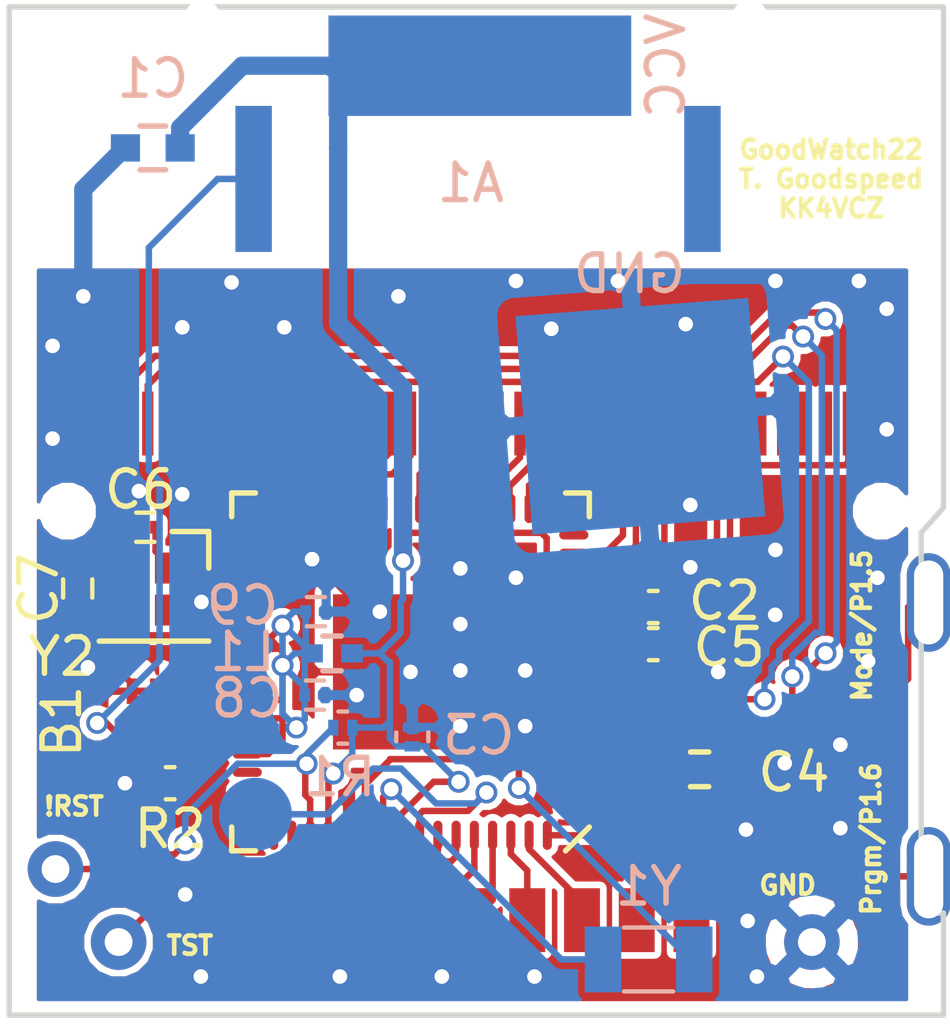
<source format=kicad_pcb>
(kicad_pcb (version 4) (host pcbnew 4.0.5+dfsg1-4)

  (general
    (links 88)
    (no_connects 0)
    (area 96.524999 58.715199 122.278201 86.475001)
    (thickness 1.6)
    (drawings 14)
    (tracks 575)
    (zones 0)
    (modules 20)
    (nets 67)
  )

  (page A4)
  (layers
    (0 F.Cu signal)
    (31 B.Cu signal)
    (32 B.Adhes user)
    (33 F.Adhes user)
    (34 B.Paste user)
    (35 F.Paste user)
    (36 B.SilkS user)
    (37 F.SilkS user)
    (38 B.Mask user)
    (39 F.Mask user)
    (40 Dwgs.User user)
    (41 Cmts.User user)
    (42 Eco1.User user)
    (43 Eco2.User user)
    (44 Edge.Cuts user)
    (45 Margin user)
    (46 B.CrtYd user)
    (47 F.CrtYd user)
    (48 B.Fab user hide)
    (49 F.Fab user hide)
  )

  (setup
    (last_trace_width 0.1778)
    (trace_clearance 0.1778)
    (zone_clearance 0.1)
    (zone_45_only no)
    (trace_min 0.125)
    (segment_width 0.02)
    (edge_width 0.15)
    (via_size 0.6)
    (via_drill 0.4)
    (via_min_size 0.3)
    (via_min_drill 0.2032)
    (uvia_size 0.3)
    (uvia_drill 0.1)
    (uvias_allowed no)
    (uvia_min_size 0.2)
    (uvia_min_drill 0.1)
    (pcb_text_width 0.3)
    (pcb_text_size 0.5 0.5)
    (mod_edge_width 0.01)
    (mod_text_size 1 1)
    (mod_text_width 0.01)
    (pad_size 1.524 1.524)
    (pad_drill 0.762)
    (pad_to_mask_clearance 0.05)
    (aux_axis_origin 96.6 86.4)
    (visible_elements FFFFFFFF)
    (pcbplotparams
      (layerselection 0x010f0_80000001)
      (usegerberextensions true)
      (excludeedgelayer true)
      (linewidth 0.100000)
      (plotframeref false)
      (viasonmask false)
      (mode 1)
      (useauxorigin false)
      (hpglpennumber 1)
      (hpglpenspeed 20)
      (hpglpendiameter 15)
      (hpglpenoverlay 2)
      (psnegative false)
      (psa4output false)
      (plotreference true)
      (plotvalue true)
      (plotinvisibletext false)
      (padsonsilk false)
      (subtractmaskfromsilk false)
      (outputformat 1)
      (mirror false)
      (drillshape 0)
      (scaleselection 1)
      (outputdirectory gerbers/))
  )

  (net 0 "")
  (net 1 "Net-(LCD1-Pad1)")
  (net 2 "Net-(LCD1-Pad5)")
  (net 3 "Net-(LCD1-Pad6)")
  (net 4 "Net-(LCD1-Pad7)")
  (net 5 "Net-(LCD1-Pad8)")
  (net 6 "Net-(LCD1-Pad9)")
  (net 7 "Net-(LCD1-Pad10)")
  (net 8 "Net-(LCD1-Pad11)")
  (net 9 "Net-(LCD1-Pad12)")
  (net 10 "Net-(LCD1-Pad13)")
  (net 11 "Net-(LCD1-Pad14)")
  (net 12 "Net-(LCD1-Pad15)")
  (net 13 "Net-(LCD1-Pad16)")
  (net 14 "Net-(LCD1-Pad17)")
  (net 15 "Net-(LCD1-Pad18)")
  (net 16 "Net-(LCD1-Pad19)")
  (net 17 "Net-(LCD1-Pad20)")
  (net 18 "Net-(LCD1-Pad21)")
  (net 19 "Net-(LCD1-Pad22)")
  (net 20 "Net-(LCD1-Pad23)")
  (net 21 "Net-(LCD1-Pad24)")
  (net 22 "Net-(LCD1-Pad25)")
  (net 23 "Net-(LCD1-Pad26)")
  (net 24 "Net-(LCD1-Pad27)")
  (net 25 "Net-(LCD1-Pad28)")
  (net 26 "Net-(LCD1-Pad29)")
  (net 27 "Net-(LCD1-Pad30)")
  (net 28 "Net-(LCD1-Pad31)")
  (net 29 "Net-(LCD1-Pad32)")
  (net 30 "Net-(LCD1-Pad33)")
  (net 31 "Net-(LCD1-Pad34)")
  (net 32 "Net-(BRD1-Pad4)")
  (net 33 "Net-(BRD1-Pad3)")
  (net 34 "Net-(KPD1-Pad1)")
  (net 35 "Net-(KPD1-Pad2)")
  (net 36 "Net-(KPD1-Pad3)")
  (net 37 "Net-(KPD1-Pad4)")
  (net 38 "Net-(KPD1-Pad5)")
  (net 39 "Net-(KPD1-Pad6)")
  (net 40 "Net-(KPD1-Pad7)")
  (net 41 "Net-(KPD1-Pad8)")
  (net 42 "Net-(KPD1-Pad9)")
  (net 43 GND)
  (net 44 VCC)
  (net 45 "Net-(U1-Pad46)")
  (net 46 "Net-(U1-Pad47)")
  (net 47 "Net-(U1-Pad48)")
  (net 48 "Net-(U1-Pad49)")
  (net 49 "Net-(U1-Pad54)")
  (net 50 "Net-(U1-Pad55)")
  (net 51 /TST)
  (net 52 /!RST)
  (net 53 /COM0)
  (net 54 /COM1)
  (net 55 /COM2)
  (net 56 /VCORE)
  (net 57 "Net-(LCD1-Pad35)")
  (net 58 /LCDCAP)
  (net 59 /RF_P)
  (net 60 /RF_N)
  (net 61 "Net-(A1-Pad1)")
  (net 62 "Net-(R2-Pad1)")
  (net 63 /RF_XIN)
  (net 64 /RF_XOUT)
  (net 65 /RFVCC)
  (net 66 /BUZZ)

  (net_class Default "This is the default net class."
    (clearance 0.1778)
    (trace_width 0.1778)
    (via_dia 0.6)
    (via_drill 0.4)
    (uvia_dia 0.3)
    (uvia_drill 0.1)
    (add_net /!RST)
    (add_net /BUZZ)
    (add_net /COM0)
    (add_net /COM1)
    (add_net /COM2)
    (add_net /LCDCAP)
    (add_net /RFVCC)
    (add_net /RF_N)
    (add_net /RF_P)
    (add_net /RF_XIN)
    (add_net /RF_XOUT)
    (add_net /TST)
    (add_net /VCORE)
    (add_net GND)
    (add_net "Net-(A1-Pad1)")
    (add_net "Net-(BRD1-Pad3)")
    (add_net "Net-(BRD1-Pad4)")
    (add_net "Net-(KPD1-Pad1)")
    (add_net "Net-(KPD1-Pad2)")
    (add_net "Net-(KPD1-Pad3)")
    (add_net "Net-(KPD1-Pad4)")
    (add_net "Net-(KPD1-Pad5)")
    (add_net "Net-(KPD1-Pad6)")
    (add_net "Net-(KPD1-Pad7)")
    (add_net "Net-(KPD1-Pad8)")
    (add_net "Net-(KPD1-Pad9)")
    (add_net "Net-(LCD1-Pad1)")
    (add_net "Net-(LCD1-Pad10)")
    (add_net "Net-(LCD1-Pad11)")
    (add_net "Net-(LCD1-Pad12)")
    (add_net "Net-(LCD1-Pad13)")
    (add_net "Net-(LCD1-Pad14)")
    (add_net "Net-(LCD1-Pad15)")
    (add_net "Net-(LCD1-Pad16)")
    (add_net "Net-(LCD1-Pad17)")
    (add_net "Net-(LCD1-Pad18)")
    (add_net "Net-(LCD1-Pad19)")
    (add_net "Net-(LCD1-Pad20)")
    (add_net "Net-(LCD1-Pad21)")
    (add_net "Net-(LCD1-Pad22)")
    (add_net "Net-(LCD1-Pad23)")
    (add_net "Net-(LCD1-Pad24)")
    (add_net "Net-(LCD1-Pad25)")
    (add_net "Net-(LCD1-Pad26)")
    (add_net "Net-(LCD1-Pad27)")
    (add_net "Net-(LCD1-Pad28)")
    (add_net "Net-(LCD1-Pad29)")
    (add_net "Net-(LCD1-Pad30)")
    (add_net "Net-(LCD1-Pad31)")
    (add_net "Net-(LCD1-Pad32)")
    (add_net "Net-(LCD1-Pad33)")
    (add_net "Net-(LCD1-Pad34)")
    (add_net "Net-(LCD1-Pad35)")
    (add_net "Net-(LCD1-Pad5)")
    (add_net "Net-(LCD1-Pad6)")
    (add_net "Net-(LCD1-Pad7)")
    (add_net "Net-(LCD1-Pad8)")
    (add_net "Net-(LCD1-Pad9)")
    (add_net "Net-(R2-Pad1)")
    (add_net "Net-(U1-Pad46)")
    (add_net "Net-(U1-Pad47)")
    (add_net "Net-(U1-Pad48)")
    (add_net "Net-(U1-Pad49)")
    (add_net "Net-(U1-Pad54)")
    (add_net "Net-(U1-Pad55)")
    (add_net VCC)
  )

  (module AAgoodwatch22:ca53lcd (layer F.Cu) (tedit 58F28911) (tstamp 58F28E24)
    (at 99 70.2)
    (path /58F11D4F)
    (fp_text reference LCD1 (at 7.9 2.7) (layer F.SilkS) hide
      (effects (font (size 1 1) (thickness 0.15)))
    )
    (fp_text value CA53LCD (at 9.7 -2.4) (layer F.Fab) hide
      (effects (font (size 1 1) (thickness 0.15)))
    )
    (pad 1 connect rect (at 0.2 0) (size 0.31 1.75) (layers F.Cu F.Mask)
      (net 1 "Net-(LCD1-Pad1)"))
    (pad 2 connect rect (at 0.8 0) (size 0.31 1.75) (layers F.Cu F.Mask)
      (net 53 /COM0))
    (pad 3 connect rect (at 1.4 0) (size 0.31 1.75) (layers F.Cu F.Mask)
      (net 54 /COM1))
    (pad 4 connect rect (at 2 0) (size 0.31 1.75) (layers F.Cu F.Mask)
      (net 55 /COM2))
    (pad 5 connect rect (at 2.6 0) (size 0.31 1.75) (layers F.Cu F.Mask)
      (net 2 "Net-(LCD1-Pad5)"))
    (pad 6 connect rect (at 3.2 0) (size 0.31 1.75) (layers F.Cu F.Mask)
      (net 3 "Net-(LCD1-Pad6)"))
    (pad 7 connect rect (at 3.8 0) (size 0.31 1.75) (layers F.Cu F.Mask)
      (net 4 "Net-(LCD1-Pad7)"))
    (pad 8 connect rect (at 4.4 0) (size 0.31 1.75) (layers F.Cu F.Mask)
      (net 5 "Net-(LCD1-Pad8)"))
    (pad 9 connect rect (at 5 0) (size 0.31 1.75) (layers F.Cu F.Mask)
      (net 6 "Net-(LCD1-Pad9)"))
    (pad 10 connect rect (at 5.6 0) (size 0.31 1.75) (layers F.Cu F.Mask)
      (net 7 "Net-(LCD1-Pad10)"))
    (pad 11 connect rect (at 6.2 0) (size 0.31 1.75) (layers F.Cu F.Mask)
      (net 8 "Net-(LCD1-Pad11)"))
    (pad 12 connect rect (at 6.8 0) (size 0.31 1.75) (layers F.Cu F.Mask)
      (net 9 "Net-(LCD1-Pad12)"))
    (pad 13 connect rect (at 7.4 0) (size 0.31 1.75) (layers F.Cu F.Mask)
      (net 10 "Net-(LCD1-Pad13)"))
    (pad 14 connect rect (at 8 0) (size 0.31 1.75) (layers F.Cu F.Mask)
      (net 11 "Net-(LCD1-Pad14)"))
    (pad 15 connect rect (at 8.6 0) (size 0.31 1.75) (layers F.Cu F.Mask)
      (net 12 "Net-(LCD1-Pad15)"))
    (pad 16 connect rect (at 9.2 0) (size 0.31 1.75) (layers F.Cu F.Mask)
      (net 13 "Net-(LCD1-Pad16)"))
    (pad 17 connect rect (at 9.8 0) (size 0.31 1.75) (layers F.Cu F.Mask)
      (net 14 "Net-(LCD1-Pad17)"))
    (pad 18 connect rect (at 10.4 0) (size 0.31 1.75) (layers F.Cu F.Mask)
      (net 15 "Net-(LCD1-Pad18)"))
    (pad 19 connect rect (at 11 0) (size 0.31 1.75) (layers F.Cu F.Mask)
      (net 16 "Net-(LCD1-Pad19)"))
    (pad 20 connect rect (at 11.6 0) (size 0.31 1.75) (layers F.Cu F.Mask)
      (net 17 "Net-(LCD1-Pad20)"))
    (pad 21 connect rect (at 12.2 0) (size 0.31 1.75) (layers F.Cu F.Mask)
      (net 18 "Net-(LCD1-Pad21)"))
    (pad 22 connect rect (at 12.8 0) (size 0.31 1.75) (layers F.Cu F.Mask)
      (net 19 "Net-(LCD1-Pad22)"))
    (pad 23 connect rect (at 13.4 0) (size 0.31 1.75) (layers F.Cu F.Mask)
      (net 20 "Net-(LCD1-Pad23)"))
    (pad 24 connect rect (at 14 0) (size 0.31 1.75) (layers F.Cu F.Mask)
      (net 21 "Net-(LCD1-Pad24)"))
    (pad 25 connect rect (at 14.6 0) (size 0.31 1.75) (layers F.Cu F.Mask)
      (net 22 "Net-(LCD1-Pad25)"))
    (pad 26 connect rect (at 15.2 0) (size 0.31 1.75) (layers F.Cu F.Mask)
      (net 23 "Net-(LCD1-Pad26)"))
    (pad 27 connect rect (at 15.8 0) (size 0.31 1.75) (layers F.Cu F.Mask)
      (net 24 "Net-(LCD1-Pad27)"))
    (pad 28 connect rect (at 16.4 0) (size 0.31 1.75) (layers F.Cu F.Mask)
      (net 25 "Net-(LCD1-Pad28)"))
    (pad 29 connect rect (at 17 0) (size 0.31 1.75) (layers F.Cu F.Mask)
      (net 26 "Net-(LCD1-Pad29)"))
    (pad 30 connect rect (at 17.6 0) (size 0.31 1.75) (layers F.Cu F.Mask)
      (net 27 "Net-(LCD1-Pad30)"))
    (pad 31 connect rect (at 18.2 0) (size 0.31 1.75) (layers F.Cu F.Mask)
      (net 28 "Net-(LCD1-Pad31)"))
    (pad 32 connect rect (at 18.8 0) (size 0.31 1.75) (layers F.Cu F.Mask)
      (net 29 "Net-(LCD1-Pad32)"))
    (pad 33 connect rect (at 19.4 0) (size 0.31 1.75) (layers F.Cu F.Mask)
      (net 30 "Net-(LCD1-Pad33)"))
    (pad 34 connect rect (at 20 0) (size 0.31 1.75) (layers F.Cu F.Mask)
      (net 31 "Net-(LCD1-Pad34)"))
    (pad 35 connect rect (at 20.6 0) (size 0.31 1.75) (layers F.Cu F.Mask)
      (net 57 "Net-(LCD1-Pad35)"))
  )

  (module Crystals:Crystal_SMD_3215-2pin_3.2x1.5mm (layer B.Cu) (tedit 58CD2E9C) (tstamp 58F2CD65)
    (at 114.126 84.876 180)
    (descr "SMD Crystal FC-135 https://support.epson.biz/td/api/doc_check.php?dl=brief_FC-135R_en.pdf")
    (tags "SMD SMT Crystal")
    (path /58F2817E)
    (attr smd)
    (fp_text reference Y1 (at 0 2 180) (layer B.SilkS)
      (effects (font (size 1 1) (thickness 0.15)) (justify mirror))
    )
    (fp_text value 32.768kHz (at 1.524 3.302 180) (layer B.Fab)
      (effects (font (size 1 1) (thickness 0.15)) (justify mirror))
    )
    (fp_text user %R (at 0 2 180) (layer B.Fab)
      (effects (font (size 1 1) (thickness 0.15)) (justify mirror))
    )
    (fp_line (start -2 1.15) (end 2 1.15) (layer B.CrtYd) (width 0.05))
    (fp_line (start -1.6 0.75) (end -1.6 -0.75) (layer B.Fab) (width 0.1))
    (fp_line (start -0.675 -0.875) (end 0.675 -0.875) (layer B.SilkS) (width 0.12))
    (fp_line (start -0.675 0.875) (end 0.675 0.875) (layer B.SilkS) (width 0.12))
    (fp_line (start 1.6 0.75) (end 1.6 -0.75) (layer B.Fab) (width 0.1))
    (fp_line (start -1.6 0.75) (end 1.6 0.75) (layer B.Fab) (width 0.1))
    (fp_line (start -1.6 -0.75) (end 1.6 -0.75) (layer B.Fab) (width 0.1))
    (fp_line (start -2 -1.15) (end 2 -1.15) (layer B.CrtYd) (width 0.05))
    (fp_line (start -2 1.15) (end -2 -1.15) (layer B.CrtYd) (width 0.05))
    (fp_line (start 2 1.15) (end 2 -1.15) (layer B.CrtYd) (width 0.05))
    (pad 1 smd rect (at 1.25 0 180) (size 1 1.8) (layers B.Cu B.Paste B.Mask)
      (net 50 "Net-(U1-Pad55)"))
    (pad 2 smd rect (at -1.25 0 180) (size 1 1.8) (layers B.Cu B.Paste B.Mask)
      (net 49 "Net-(U1-Pad54)"))
    (model Crystals.3dshapes/Crystal_SMD_5032_2Pads.wrl
      (at (xyz 0 0 0))
      (scale (xyz 0.2 0.2 0.2))
      (rotate (xyz 0 0 0))
    )
  )

  (module Inductors_SMD:L_0402 (layer B.Cu) (tedit 5415D599) (tstamp 59E39CAB)
    (at 105.448 76.494)
    (descr "Inductor SMD 0402, reflow soldering")
    (tags "inductor 0402")
    (path /59E2854B)
    (attr smd)
    (fp_text reference L1 (at -2.451 -0.04) (layer B.SilkS)
      (effects (font (size 1 1) (thickness 0.15)) (justify mirror))
    )
    (fp_text value L_Small (at 0 -1.7) (layer B.Fab)
      (effects (font (size 1 1) (thickness 0.15)) (justify mirror))
    )
    (fp_line (start -0.5 -0.25) (end -0.5 0.25) (layer B.Fab) (width 0.15))
    (fp_line (start 0.5 -0.25) (end -0.5 -0.25) (layer B.Fab) (width 0.15))
    (fp_line (start 0.5 0.25) (end 0.5 -0.25) (layer B.Fab) (width 0.15))
    (fp_line (start -0.5 0.25) (end 0.5 0.25) (layer B.Fab) (width 0.15))
    (fp_line (start -1.15 0.6) (end 1.15 0.6) (layer B.CrtYd) (width 0.05))
    (fp_line (start -1.15 -0.6) (end 1.15 -0.6) (layer B.CrtYd) (width 0.05))
    (fp_line (start -1.15 0.6) (end -1.15 -0.6) (layer B.CrtYd) (width 0.05))
    (fp_line (start 1.15 0.6) (end 1.15 -0.6) (layer B.CrtYd) (width 0.05))
    (fp_line (start 0.25 0.475) (end -0.25 0.475) (layer B.SilkS) (width 0.15))
    (fp_line (start -0.25 -0.475) (end 0.25 -0.475) (layer B.SilkS) (width 0.15))
    (pad 1 smd rect (at -0.55 0) (size 0.6 0.5) (layers B.Cu B.Paste B.Mask)
      (net 65 /RFVCC))
    (pad 2 smd rect (at 0.55 0) (size 0.6 0.5) (layers B.Cu B.Paste B.Mask)
      (net 44 VCC))
    (model Capacitors_SMD.3dshapes/C_0402.wrl
      (at (xyz 0 0 0))
      (scale (xyz 1 1 1))
      (rotate (xyz 0 0 0))
    )
  )

  (module Capacitors_SMD:C_0201 (layer B.Cu) (tedit 58AA83DF) (tstamp 59E2B3BF)
    (at 105.008 75.351)
    (descr "Capacitor SMD 0201, reflow soldering, AVX (see smccp.pdf)")
    (tags "capacitor 0201")
    (path /59E28F57)
    (attr smd)
    (fp_text reference C9 (at -2.011 -0.167) (layer B.SilkS)
      (effects (font (size 1 1) (thickness 0.15)) (justify mirror))
    )
    (fp_text value 0.1uF (at 0 -1.27) (layer B.Fab)
      (effects (font (size 1 1) (thickness 0.15)) (justify mirror))
    )
    (fp_text user %R (at 0 1.27) (layer B.Fab)
      (effects (font (size 1 1) (thickness 0.15)) (justify mirror))
    )
    (fp_line (start -0.3 -0.15) (end -0.3 0.15) (layer B.Fab) (width 0.1))
    (fp_line (start 0.3 -0.15) (end -0.3 -0.15) (layer B.Fab) (width 0.1))
    (fp_line (start 0.3 0.15) (end 0.3 -0.15) (layer B.Fab) (width 0.1))
    (fp_line (start -0.3 0.15) (end 0.3 0.15) (layer B.Fab) (width 0.1))
    (fp_line (start 0.25 -0.4) (end -0.25 -0.4) (layer B.SilkS) (width 0.12))
    (fp_line (start -0.25 0.4) (end 0.25 0.4) (layer B.SilkS) (width 0.12))
    (fp_line (start -0.58 0.33) (end 0.58 0.33) (layer B.CrtYd) (width 0.05))
    (fp_line (start -0.58 0.33) (end -0.58 -0.32) (layer B.CrtYd) (width 0.05))
    (fp_line (start 0.58 -0.32) (end 0.58 0.33) (layer B.CrtYd) (width 0.05))
    (fp_line (start 0.58 -0.32) (end -0.58 -0.32) (layer B.CrtYd) (width 0.05))
    (pad 1 smd rect (at -0.28 0) (size 0.3 0.35) (layers B.Cu B.Paste B.Mask)
      (net 65 /RFVCC))
    (pad 2 smd rect (at 0.28 0) (size 0.3 0.35) (layers B.Cu B.Paste B.Mask)
      (net 43 GND))
    (model Capacitors_SMD.3dshapes/C_0201.wrl
      (at (xyz 0 0 0))
      (scale (xyz 1 1 1))
      (rotate (xyz 0 0 0))
    )
  )

  (module Capacitors_SMD:C_0201 (layer B.Cu) (tedit 58AA83DF) (tstamp 59E2B3AE)
    (at 104.982 77.637)
    (descr "Capacitor SMD 0201, reflow soldering, AVX (see smccp.pdf)")
    (tags "capacitor 0201")
    (path /59E28B92)
    (attr smd)
    (fp_text reference C8 (at -1.858 0.087) (layer B.SilkS)
      (effects (font (size 1 1) (thickness 0.15)) (justify mirror))
    )
    (fp_text value 0.1uF (at 0 -1.27) (layer B.Fab)
      (effects (font (size 1 1) (thickness 0.15)) (justify mirror))
    )
    (fp_text user %R (at 0 1.27) (layer B.Fab)
      (effects (font (size 1 1) (thickness 0.15)) (justify mirror))
    )
    (fp_line (start -0.3 -0.15) (end -0.3 0.15) (layer B.Fab) (width 0.1))
    (fp_line (start 0.3 -0.15) (end -0.3 -0.15) (layer B.Fab) (width 0.1))
    (fp_line (start 0.3 0.15) (end 0.3 -0.15) (layer B.Fab) (width 0.1))
    (fp_line (start -0.3 0.15) (end 0.3 0.15) (layer B.Fab) (width 0.1))
    (fp_line (start 0.25 -0.4) (end -0.25 -0.4) (layer B.SilkS) (width 0.12))
    (fp_line (start -0.25 0.4) (end 0.25 0.4) (layer B.SilkS) (width 0.12))
    (fp_line (start -0.58 0.33) (end 0.58 0.33) (layer B.CrtYd) (width 0.05))
    (fp_line (start -0.58 0.33) (end -0.58 -0.32) (layer B.CrtYd) (width 0.05))
    (fp_line (start 0.58 -0.32) (end 0.58 0.33) (layer B.CrtYd) (width 0.05))
    (fp_line (start 0.58 -0.32) (end -0.58 -0.32) (layer B.CrtYd) (width 0.05))
    (pad 1 smd rect (at -0.28 0) (size 0.3 0.35) (layers B.Cu B.Paste B.Mask)
      (net 65 /RFVCC))
    (pad 2 smd rect (at 0.28 0) (size 0.3 0.35) (layers B.Cu B.Paste B.Mask)
      (net 43 GND))
    (model Capacitors_SMD.3dshapes/C_0201.wrl
      (at (xyz 0 0 0))
      (scale (xyz 1 1 1))
      (rotate (xyz 0 0 0))
    )
  )

  (module GoodWatch20:0433bm15a0001 (layer F.Cu) (tedit 59E25BCA) (tstamp 59E25F82)
    (at 100.6132 78.78 180)
    (path /59D2E4F9)
    (fp_text reference B1 (at 2.5692 0.421 270) (layer F.SilkS)
      (effects (font (size 1 1) (thickness 0.15)))
    )
    (fp_text value 0433bm15a0001 (at 0 -1.25 180) (layer F.Fab)
      (effects (font (size 1 1) (thickness 0.15)))
    )
    (pad 1 smd rect (at 0.64 0 180) (size 0.3 0.7) (layers F.Cu F.Paste F.Mask)
      (net 61 "Net-(A1-Pad1)"))
    (pad 2 smd rect (at 0 0 180) (size 0.3 0.7) (layers F.Cu F.Paste F.Mask)
      (net 43 GND))
    (pad 3 smd rect (at -0.64 0 180) (size 0.3 0.7) (layers F.Cu F.Paste F.Mask)
      (net 60 /RF_N))
    (pad 4 smd rect (at -0.64 1.25 180) (size 0.3 0.7) (layers F.Cu F.Paste F.Mask)
      (net 59 /RF_P))
    (pad 5 smd rect (at 0 1.25 180) (size 0.3 0.7) (layers F.Cu F.Paste F.Mask)
      (net 43 GND))
    (pad 6 smd rect (at 0.64 1.25 180) (size 0.3 0.7) (layers F.Cu F.Paste F.Mask)
      (net 43 GND))
  )

  (module Capacitors_SMD:C_0201 (layer F.Cu) (tedit 58AA83DF) (tstamp 59DBB2C3)
    (at 98.4796 74.716 90)
    (descr "Capacitor SMD 0201, reflow soldering, AVX (see smccp.pdf)")
    (tags "capacitor 0201")
    (path /59D3F397)
    (attr smd)
    (fp_text reference C7 (at 0 -1.0706 90) (layer F.SilkS)
      (effects (font (size 1 1) (thickness 0.15)))
    )
    (fp_text value 19pF (at 0 1.27 90) (layer F.Fab)
      (effects (font (size 1 1) (thickness 0.15)))
    )
    (fp_text user %R (at 0 -1.27 90) (layer F.Fab)
      (effects (font (size 1 1) (thickness 0.15)))
    )
    (fp_line (start -0.3 0.15) (end -0.3 -0.15) (layer F.Fab) (width 0.1))
    (fp_line (start 0.3 0.15) (end -0.3 0.15) (layer F.Fab) (width 0.1))
    (fp_line (start 0.3 -0.15) (end 0.3 0.15) (layer F.Fab) (width 0.1))
    (fp_line (start -0.3 -0.15) (end 0.3 -0.15) (layer F.Fab) (width 0.1))
    (fp_line (start 0.25 0.4) (end -0.25 0.4) (layer F.SilkS) (width 0.12))
    (fp_line (start -0.25 -0.4) (end 0.25 -0.4) (layer F.SilkS) (width 0.12))
    (fp_line (start -0.58 -0.33) (end 0.58 -0.33) (layer F.CrtYd) (width 0.05))
    (fp_line (start -0.58 -0.33) (end -0.58 0.32) (layer F.CrtYd) (width 0.05))
    (fp_line (start 0.58 0.32) (end 0.58 -0.33) (layer F.CrtYd) (width 0.05))
    (fp_line (start 0.58 0.32) (end -0.58 0.32) (layer F.CrtYd) (width 0.05))
    (pad 1 smd rect (at -0.28 0 90) (size 0.3 0.35) (layers F.Cu F.Paste F.Mask)
      (net 64 /RF_XOUT))
    (pad 2 smd rect (at 0.28 0 90) (size 0.3 0.35) (layers F.Cu F.Paste F.Mask)
      (net 43 GND))
    (model Capacitors_SMD.3dshapes/C_0201.wrl
      (at (xyz 0 0 0))
      (scale (xyz 1 1 1))
      (rotate (xyz 0 0 0))
    )
  )

  (module Capacitors_SMD:C_0201 (layer F.Cu) (tedit 58AA83DF) (tstamp 59DBB2B3)
    (at 100.3332 73.0396 180)
    (descr "Capacitor SMD 0201, reflow soldering, AVX (see smccp.pdf)")
    (tags "capacitor 0201")
    (path /59D3F241)
    (attr smd)
    (fp_text reference C6 (at 0.1302 1.0306 180) (layer F.SilkS)
      (effects (font (size 1 1) (thickness 0.15)))
    )
    (fp_text value 19pF (at 0 1.27 180) (layer F.Fab)
      (effects (font (size 1 1) (thickness 0.15)))
    )
    (fp_text user %R (at 0 -1.27 180) (layer F.Fab)
      (effects (font (size 1 1) (thickness 0.15)))
    )
    (fp_line (start -0.3 0.15) (end -0.3 -0.15) (layer F.Fab) (width 0.1))
    (fp_line (start 0.3 0.15) (end -0.3 0.15) (layer F.Fab) (width 0.1))
    (fp_line (start 0.3 -0.15) (end 0.3 0.15) (layer F.Fab) (width 0.1))
    (fp_line (start -0.3 -0.15) (end 0.3 -0.15) (layer F.Fab) (width 0.1))
    (fp_line (start 0.25 0.4) (end -0.25 0.4) (layer F.SilkS) (width 0.12))
    (fp_line (start -0.25 -0.4) (end 0.25 -0.4) (layer F.SilkS) (width 0.12))
    (fp_line (start -0.58 -0.33) (end 0.58 -0.33) (layer F.CrtYd) (width 0.05))
    (fp_line (start -0.58 -0.33) (end -0.58 0.32) (layer F.CrtYd) (width 0.05))
    (fp_line (start 0.58 0.32) (end 0.58 -0.33) (layer F.CrtYd) (width 0.05))
    (fp_line (start 0.58 0.32) (end -0.58 0.32) (layer F.CrtYd) (width 0.05))
    (pad 1 smd rect (at -0.28 0 180) (size 0.3 0.35) (layers F.Cu F.Paste F.Mask)
      (net 63 /RF_XIN))
    (pad 2 smd rect (at 0.28 0 180) (size 0.3 0.35) (layers F.Cu F.Paste F.Mask)
      (net 43 GND))
    (model Capacitors_SMD.3dshapes/C_0201.wrl
      (at (xyz 0 0 0))
      (scale (xyz 1 1 1))
      (rotate (xyz 0 0 0))
    )
  )

  (module Resistors_SMD:R_0201 (layer F.Cu) (tedit 58E0A804) (tstamp 59DBB198)
    (at 101.0136 80.05 180)
    (descr "Resistor SMD 0201, reflow soldering, Vishay (see crcw0201e3.pdf)")
    (tags "resistor 0201")
    (path /59D2FA2B)
    (attr smd)
    (fp_text reference R2 (at 0 -1.25 180) (layer F.SilkS)
      (effects (font (size 1 1) (thickness 0.15)))
    )
    (fp_text value 56k (at 0 1.3 180) (layer F.Fab)
      (effects (font (size 1 1) (thickness 0.15)))
    )
    (fp_text user %R (at 0 -1.25 180) (layer F.Fab)
      (effects (font (size 1 1) (thickness 0.15)))
    )
    (fp_line (start -0.3 0.15) (end -0.3 -0.15) (layer F.Fab) (width 0.1))
    (fp_line (start 0.3 0.15) (end -0.3 0.15) (layer F.Fab) (width 0.1))
    (fp_line (start 0.3 -0.15) (end 0.3 0.15) (layer F.Fab) (width 0.1))
    (fp_line (start -0.3 -0.15) (end 0.3 -0.15) (layer F.Fab) (width 0.1))
    (fp_line (start 0.12 -0.44) (end -0.12 -0.44) (layer F.SilkS) (width 0.12))
    (fp_line (start -0.12 0.44) (end 0.12 0.44) (layer F.SilkS) (width 0.12))
    (fp_line (start -0.55 -0.37) (end 0.55 -0.37) (layer F.CrtYd) (width 0.05))
    (fp_line (start -0.55 -0.37) (end -0.55 0.36) (layer F.CrtYd) (width 0.05))
    (fp_line (start 0.55 0.36) (end 0.55 -0.37) (layer F.CrtYd) (width 0.05))
    (fp_line (start 0.55 0.36) (end -0.55 0.36) (layer F.CrtYd) (width 0.05))
    (pad 1 smd rect (at -0.26 0 180) (size 0.28 0.43) (layers F.Cu F.Paste F.Mask)
      (net 62 "Net-(R2-Pad1)"))
    (pad 2 smd rect (at 0.26 0 180) (size 0.28 0.43) (layers F.Cu F.Paste F.Mask)
      (net 43 GND))
    (model ${KISYS3DMOD}/Resistors_SMD.3dshapes/R_0201.wrl
      (at (xyz 0 0 0))
      (scale (xyz 1 1 1))
      (rotate (xyz 0 0 0))
    )
  )

  (module Resistors_SMD:R_0201 (layer B.Cu) (tedit 58E0A804) (tstamp 59DB9FC1)
    (at 105.744 78.526 180)
    (descr "Resistor SMD 0201, reflow soldering, Vishay (see crcw0201e3.pdf)")
    (tags "resistor 0201")
    (path /59DB970E)
    (attr smd)
    (fp_text reference R1 (at 0.08 -1.357 180) (layer B.SilkS)
      (effects (font (size 1 1) (thickness 0.15)) (justify mirror))
    )
    (fp_text value 75k (at 0 -1.3 180) (layer B.Fab)
      (effects (font (size 1 1) (thickness 0.15)) (justify mirror))
    )
    (fp_text user %R (at 0 1.25 180) (layer B.Fab)
      (effects (font (size 1 1) (thickness 0.15)) (justify mirror))
    )
    (fp_line (start -0.3 -0.15) (end -0.3 0.15) (layer B.Fab) (width 0.1))
    (fp_line (start 0.3 -0.15) (end -0.3 -0.15) (layer B.Fab) (width 0.1))
    (fp_line (start 0.3 0.15) (end 0.3 -0.15) (layer B.Fab) (width 0.1))
    (fp_line (start -0.3 0.15) (end 0.3 0.15) (layer B.Fab) (width 0.1))
    (fp_line (start 0.12 0.44) (end -0.12 0.44) (layer B.SilkS) (width 0.12))
    (fp_line (start -0.12 -0.44) (end 0.12 -0.44) (layer B.SilkS) (width 0.12))
    (fp_line (start -0.55 0.37) (end 0.55 0.37) (layer B.CrtYd) (width 0.05))
    (fp_line (start -0.55 0.37) (end -0.55 -0.36) (layer B.CrtYd) (width 0.05))
    (fp_line (start 0.55 -0.36) (end 0.55 0.37) (layer B.CrtYd) (width 0.05))
    (fp_line (start 0.55 -0.36) (end -0.55 -0.36) (layer B.CrtYd) (width 0.05))
    (pad 1 smd rect (at -0.26 0 180) (size 0.28 0.43) (layers B.Cu B.Paste B.Mask)
      (net 44 VCC))
    (pad 2 smd rect (at 0.26 0 180) (size 0.28 0.43) (layers B.Cu B.Paste B.Mask)
      (net 52 /!RST))
    (model ${KISYS3DMOD}/Resistors_SMD.3dshapes/R_0201.wrl
      (at (xyz 0 0 0))
      (scale (xyz 1 1 1))
      (rotate (xyz 0 0 0))
    )
  )

  (module Resistors_SMD:R_0201 (layer F.Cu) (tedit 58E0A804) (tstamp 59DB9FB1)
    (at 114.253 76.24)
    (descr "Resistor SMD 0201, reflow soldering, Vishay (see crcw0201e3.pdf)")
    (tags "resistor 0201")
    (path /59A89285)
    (attr smd)
    (fp_text reference C5 (at 2.079 0.087) (layer F.SilkS)
      (effects (font (size 1 1) (thickness 0.15)))
    )
    (fp_text value 0.47uF (at 0 1.3) (layer F.Fab)
      (effects (font (size 1 1) (thickness 0.15)))
    )
    (fp_text user %R (at 0 -1.25) (layer F.Fab)
      (effects (font (size 1 1) (thickness 0.15)))
    )
    (fp_line (start -0.3 0.15) (end -0.3 -0.15) (layer F.Fab) (width 0.1))
    (fp_line (start 0.3 0.15) (end -0.3 0.15) (layer F.Fab) (width 0.1))
    (fp_line (start 0.3 -0.15) (end 0.3 0.15) (layer F.Fab) (width 0.1))
    (fp_line (start -0.3 -0.15) (end 0.3 -0.15) (layer F.Fab) (width 0.1))
    (fp_line (start 0.12 -0.44) (end -0.12 -0.44) (layer F.SilkS) (width 0.12))
    (fp_line (start -0.12 0.44) (end 0.12 0.44) (layer F.SilkS) (width 0.12))
    (fp_line (start -0.55 -0.37) (end 0.55 -0.37) (layer F.CrtYd) (width 0.05))
    (fp_line (start -0.55 -0.37) (end -0.55 0.36) (layer F.CrtYd) (width 0.05))
    (fp_line (start 0.55 0.36) (end 0.55 -0.37) (layer F.CrtYd) (width 0.05))
    (fp_line (start 0.55 0.36) (end -0.55 0.36) (layer F.CrtYd) (width 0.05))
    (pad 1 smd rect (at -0.26 0) (size 0.28 0.43) (layers F.Cu F.Paste F.Mask)
      (net 56 /VCORE))
    (pad 2 smd rect (at 0.26 0) (size 0.28 0.43) (layers F.Cu F.Paste F.Mask)
      (net 43 GND))
    (model ${KISYS3DMOD}/Resistors_SMD.3dshapes/R_0201.wrl
      (at (xyz 0 0 0))
      (scale (xyz 1 1 1))
      (rotate (xyz 0 0 0))
    )
  )

  (module Resistors_SMD:R_0201 (layer B.Cu) (tedit 58E0A804) (tstamp 59DB9FA1)
    (at 107.649 78.78 90)
    (descr "Resistor SMD 0201, reflow soldering, Vishay (see crcw0201e3.pdf)")
    (tags "resistor 0201")
    (path /58F297DF)
    (attr smd)
    (fp_text reference C3 (at 0.04 1.825 180) (layer B.SilkS)
      (effects (font (size 1 1) (thickness 0.15)) (justify mirror))
    )
    (fp_text value 0.1uF (at 0 -1.3 90) (layer B.Fab)
      (effects (font (size 1 1) (thickness 0.15)) (justify mirror))
    )
    (fp_text user %R (at 0 1.25 90) (layer B.Fab)
      (effects (font (size 1 1) (thickness 0.15)) (justify mirror))
    )
    (fp_line (start -0.3 -0.15) (end -0.3 0.15) (layer B.Fab) (width 0.1))
    (fp_line (start 0.3 -0.15) (end -0.3 -0.15) (layer B.Fab) (width 0.1))
    (fp_line (start 0.3 0.15) (end 0.3 -0.15) (layer B.Fab) (width 0.1))
    (fp_line (start -0.3 0.15) (end 0.3 0.15) (layer B.Fab) (width 0.1))
    (fp_line (start 0.12 0.44) (end -0.12 0.44) (layer B.SilkS) (width 0.12))
    (fp_line (start -0.12 -0.44) (end 0.12 -0.44) (layer B.SilkS) (width 0.12))
    (fp_line (start -0.55 0.37) (end 0.55 0.37) (layer B.CrtYd) (width 0.05))
    (fp_line (start -0.55 0.37) (end -0.55 -0.36) (layer B.CrtYd) (width 0.05))
    (fp_line (start 0.55 -0.36) (end 0.55 0.37) (layer B.CrtYd) (width 0.05))
    (fp_line (start 0.55 -0.36) (end -0.55 -0.36) (layer B.CrtYd) (width 0.05))
    (pad 1 smd rect (at -0.26 0 90) (size 0.28 0.43) (layers B.Cu B.Paste B.Mask)
      (net 44 VCC))
    (pad 2 smd rect (at 0.26 0 90) (size 0.28 0.43) (layers B.Cu B.Paste B.Mask)
      (net 43 GND))
    (model ${KISYS3DMOD}/Resistors_SMD.3dshapes/R_0201.wrl
      (at (xyz 0 0 0))
      (scale (xyz 1 1 1))
      (rotate (xyz 0 0 0))
    )
  )

  (module Resistors_SMD:R_0201 (layer F.Cu) (tedit 58E0A804) (tstamp 59DB9F91)
    (at 114.253 75.224)
    (descr "Resistor SMD 0201, reflow soldering, Vishay (see crcw0201e3.pdf)")
    (tags "resistor 0201")
    (path /58F297AD)
    (attr smd)
    (fp_text reference C2 (at 1.952 -0.167) (layer F.SilkS)
      (effects (font (size 1 1) (thickness 0.15)))
    )
    (fp_text value 0.1uF (at 0 1.3) (layer F.Fab)
      (effects (font (size 1 1) (thickness 0.15)))
    )
    (fp_text user %R (at 0 -1.25) (layer F.Fab)
      (effects (font (size 1 1) (thickness 0.15)))
    )
    (fp_line (start -0.3 0.15) (end -0.3 -0.15) (layer F.Fab) (width 0.1))
    (fp_line (start 0.3 0.15) (end -0.3 0.15) (layer F.Fab) (width 0.1))
    (fp_line (start 0.3 -0.15) (end 0.3 0.15) (layer F.Fab) (width 0.1))
    (fp_line (start -0.3 -0.15) (end 0.3 -0.15) (layer F.Fab) (width 0.1))
    (fp_line (start 0.12 -0.44) (end -0.12 -0.44) (layer F.SilkS) (width 0.12))
    (fp_line (start -0.12 0.44) (end 0.12 0.44) (layer F.SilkS) (width 0.12))
    (fp_line (start -0.55 -0.37) (end 0.55 -0.37) (layer F.CrtYd) (width 0.05))
    (fp_line (start -0.55 -0.37) (end -0.55 0.36) (layer F.CrtYd) (width 0.05))
    (fp_line (start 0.55 0.36) (end 0.55 -0.37) (layer F.CrtYd) (width 0.05))
    (fp_line (start 0.55 0.36) (end -0.55 0.36) (layer F.CrtYd) (width 0.05))
    (pad 1 smd rect (at -0.26 0) (size 0.28 0.43) (layers F.Cu F.Paste F.Mask)
      (net 44 VCC))
    (pad 2 smd rect (at 0.26 0) (size 0.28 0.43) (layers F.Cu F.Paste F.Mask)
      (net 43 GND))
    (model ${KISYS3DMOD}/Resistors_SMD.3dshapes/R_0201.wrl
      (at (xyz 0 0 0))
      (scale (xyz 1 1 1))
      (rotate (xyz 0 0 0))
    )
  )

  (module GoodWatch20:FA128 (layer F.Cu) (tedit 59FB716D) (tstamp 59D3CCCD)
    (at 101.0704 74.1572 180)
    (path /59D3CB4A)
    (fp_text reference Y2 (at 3.0264 -2.4238 180) (layer F.SilkS)
      (effects (font (size 1 1) (thickness 0.15)))
    )
    (fp_text value FA128 (at -1.45 -1.15 270) (layer F.Fab)
      (effects (font (size 1 1) (thickness 0.15)))
    )
    (fp_line (start -1 -2) (end 2 -2) (layer F.SilkS) (width 0.15))
    (fp_line (start -1 1) (end -1 0) (layer F.SilkS) (width 0.15))
    (fp_line (start 0 1) (end -1 1) (layer F.SilkS) (width 0.15))
    (pad 1 smd rect (at 0 0 180) (size 0.95 0.85) (layers F.Cu F.Paste F.Mask)
      (net 63 /RF_XIN))
    (pad 2 smd rect (at 1.45 0 180) (size 0.95 0.85) (layers F.Cu F.Paste F.Mask)
      (net 43 GND))
    (pad 3 smd rect (at 1.45 -1.15 180) (size 0.95 0.85) (layers F.Cu F.Paste F.Mask)
      (net 64 /RF_XOUT))
    (pad 4 smd rect (at 0 -1.15 180) (size 0.95 0.85) (layers F.Cu F.Paste F.Mask)
      (net 43 GND))
    (model Crystals.3dshapes/Crystal_SMD_2520_4Pads.wrl
      (at (xyz 0.028 0.025 0))
      (scale (xyz 0.9 0.9 0.5))
      (rotate (xyz 0 0 0))
    )
  )

  (module GoodWatch20:YageoS432 (layer B.Cu) (tedit 59D2F747) (tstamp 59D2F875)
    (at 103.3 63.5)
    (path /59D2F54A)
    (fp_text reference A1 (at 5.95 0.11) (layer B.SilkS)
      (effects (font (size 1 1) (thickness 0.15)) (justify mirror))
    )
    (fp_text value YageoS432 (at 6 1) (layer B.Fab)
      (effects (font (size 1 1) (thickness 0.15)) (justify mirror))
    )
    (pad 1 smd rect (at 0 0) (size 1 4) (layers B.Cu B.Paste B.Mask)
      (net 61 "Net-(A1-Pad1)"))
    (pad 2 smd rect (at 12.3 0) (size 1 4) (layers B.Cu B.Paste B.Mask))
  )

  (module Capacitors_SMD:C_0603 (layer B.Cu) (tedit 5415D631) (tstamp 59AAF084)
    (at 100.537 62.651 180)
    (descr "Capacitor SMD 0603, reflow soldering, AVX (see smccp.pdf)")
    (tags "capacitor 0603")
    (path /58F295CB)
    (attr smd)
    (fp_text reference C1 (at 0 1.9 180) (layer B.SilkS)
      (effects (font (size 1 1) (thickness 0.15)) (justify mirror))
    )
    (fp_text value 47uF (at 0 -1.9 180) (layer B.Fab)
      (effects (font (size 1 1) (thickness 0.15)) (justify mirror))
    )
    (fp_line (start -0.8 -0.4) (end -0.8 0.4) (layer B.Fab) (width 0.15))
    (fp_line (start 0.8 -0.4) (end -0.8 -0.4) (layer B.Fab) (width 0.15))
    (fp_line (start 0.8 0.4) (end 0.8 -0.4) (layer B.Fab) (width 0.15))
    (fp_line (start -0.8 0.4) (end 0.8 0.4) (layer B.Fab) (width 0.15))
    (fp_line (start -1.45 0.75) (end 1.45 0.75) (layer B.CrtYd) (width 0.05))
    (fp_line (start -1.45 -0.75) (end 1.45 -0.75) (layer B.CrtYd) (width 0.05))
    (fp_line (start -1.45 0.75) (end -1.45 -0.75) (layer B.CrtYd) (width 0.05))
    (fp_line (start 1.45 0.75) (end 1.45 -0.75) (layer B.CrtYd) (width 0.05))
    (fp_line (start -0.35 0.6) (end 0.35 0.6) (layer B.SilkS) (width 0.15))
    (fp_line (start 0.35 -0.6) (end -0.35 -0.6) (layer B.SilkS) (width 0.15))
    (pad 1 smd rect (at -0.75 0 180) (size 0.8 0.75) (layers B.Cu B.Paste B.Mask)
      (net 44 VCC))
    (pad 2 smd rect (at 0.75 0 180) (size 0.8 0.75) (layers B.Cu B.Paste B.Mask)
      (net 43 GND))
    (model Capacitors_SMD.3dshapes/C_0603.wrl
      (at (xyz 0 0 0))
      (scale (xyz 1 1 1))
      (rotate (xyz 0 0 0))
    )
  )

  (module Capacitors_SMD:C_0402 (layer F.Cu) (tedit 5415D599) (tstamp 59AAE946)
    (at 115.523 79.669)
    (descr "Capacitor SMD 0402, reflow soldering, AVX (see smccp.pdf)")
    (tags "capacitor 0402")
    (path /59A8837E)
    (attr smd)
    (fp_text reference C4 (at 2.587 0.087) (layer F.SilkS)
      (effects (font (size 1 1) (thickness 0.15)))
    )
    (fp_text value 10uF (at 0 1.7) (layer F.Fab)
      (effects (font (size 1 1) (thickness 0.15)))
    )
    (fp_line (start -0.5 0.25) (end -0.5 -0.25) (layer F.Fab) (width 0.15))
    (fp_line (start 0.5 0.25) (end -0.5 0.25) (layer F.Fab) (width 0.15))
    (fp_line (start 0.5 -0.25) (end 0.5 0.25) (layer F.Fab) (width 0.15))
    (fp_line (start -0.5 -0.25) (end 0.5 -0.25) (layer F.Fab) (width 0.15))
    (fp_line (start -1.15 -0.6) (end 1.15 -0.6) (layer F.CrtYd) (width 0.05))
    (fp_line (start -1.15 0.6) (end 1.15 0.6) (layer F.CrtYd) (width 0.05))
    (fp_line (start -1.15 -0.6) (end -1.15 0.6) (layer F.CrtYd) (width 0.05))
    (fp_line (start 1.15 -0.6) (end 1.15 0.6) (layer F.CrtYd) (width 0.05))
    (fp_line (start 0.25 -0.475) (end -0.25 -0.475) (layer F.SilkS) (width 0.15))
    (fp_line (start -0.25 0.475) (end 0.25 0.475) (layer F.SilkS) (width 0.15))
    (pad 1 smd rect (at -0.55 0) (size 0.6 0.5) (layers F.Cu F.Paste F.Mask)
      (net 58 /LCDCAP))
    (pad 2 smd rect (at 0.55 0) (size 0.6 0.5) (layers F.Cu F.Paste F.Mask)
      (net 43 GND))
    (model Capacitors_SMD.3dshapes/C_0402.wrl
      (at (xyz 0 0 0))
      (scale (xyz 1 1 1))
      (rotate (xyz 0 0 0))
    )
  )

  (module GoodWatch20:ca53keypad (layer F.Cu) (tedit 58F27465) (tstamp 5A028105)
    (at 102.8 83.8)
    (path /58F233A6)
    (fp_text reference KPD1 (at 7.2 2) (layer F.SilkS) hide
      (effects (font (size 1 1) (thickness 0.15)))
    )
    (fp_text value CA53KEYPAD (at 5.9 -2) (layer F.Fab) hide
      (effects (font (size 1 1) (thickness 0.15)))
    )
    (pad 1 connect rect (at 0.5 0) (size 0.985 1.75) (layers F.Cu F.Mask)
      (net 34 "Net-(KPD1-Pad1)"))
    (pad 2 connect rect (at 2 0) (size 0.985 1.75) (layers F.Cu F.Mask)
      (net 35 "Net-(KPD1-Pad2)"))
    (pad 3 connect rect (at 3.5 0) (size 0.985 1.75) (layers F.Cu F.Mask)
      (net 36 "Net-(KPD1-Pad3)"))
    (pad 4 connect rect (at 5 0) (size 0.985 1.75) (layers F.Cu F.Mask)
      (net 37 "Net-(KPD1-Pad4)"))
    (pad 5 connect rect (at 6.5 0) (size 0.985 1.75) (layers F.Cu F.Mask)
      (net 38 "Net-(KPD1-Pad5)"))
    (pad 6 connect rect (at 8 0) (size 0.985 1.75) (layers F.Cu F.Mask)
      (net 39 "Net-(KPD1-Pad6)"))
    (pad 7 connect rect (at 9.5 0) (size 0.985 1.75) (layers F.Cu F.Mask)
      (net 40 "Net-(KPD1-Pad7)"))
    (pad 8 connect rect (at 11 0) (size 0.985 1.75) (layers F.Cu F.Mask)
      (net 41 "Net-(KPD1-Pad8)"))
    (pad 9 connect rect (at 12.5 0) (size 0.985 1.75) (layers F.Cu F.Mask)
      (net 42 "Net-(KPD1-Pad9)"))
  )

  (module GoodWatch20:CC430F613x locked (layer F.Cu) (tedit 58F28FB5) (tstamp 5A028111)
    (at 107.6 77 180)
    (path /58F17607)
    (fp_text reference U1 (at 0 -6.075 180) (layer F.SilkS) hide
      (effects (font (size 1.2 1.2) (thickness 0.15)))
    )
    (fp_text value CC430F613x (at 0 6.075 180) (layer F.Fab) hide
      (effects (font (size 1.2 1.2) (thickness 0.15)))
    )
    (fp_line (start -4.9 -4.25) (end -4.25 -4.9) (layer F.SilkS) (width 0.15))
    (fp_line (start 4.25 -4.9) (end 4.9 -4.9) (layer F.SilkS) (width 0.15))
    (fp_line (start 4.9 -4.9) (end 4.9 -4.25) (layer F.SilkS) (width 0.15))
    (fp_line (start -4.25 4.9) (end -4.9 4.9) (layer F.SilkS) (width 0.15))
    (fp_line (start -4.9 4.9) (end -4.9 4.25) (layer F.SilkS) (width 0.15))
    (fp_line (start 4.25 4.9) (end 4.9 4.9) (layer F.SilkS) (width 0.15))
    (fp_line (start 4.9 4.9) (end 4.9 4.25) (layer F.SilkS) (width 0.15))
    (fp_line (start -5.3 -5.3) (end 5.3 -5.3) (layer F.CrtYd) (width 0.15))
    (fp_line (start 5.3 -5.3) (end 5.3 5.3) (layer F.CrtYd) (width 0.15))
    (fp_line (start 5.3 5.3) (end -5.3 5.3) (layer F.CrtYd) (width 0.15))
    (fp_line (start -5.3 5.3) (end -5.3 -5.3) (layer F.CrtYd) (width 0.15))
    (pad 1 smd oval (at -4.475 -3.75 270) (size 0.25 0.8) (layers F.Cu F.Paste F.Mask)
      (net 42 "Net-(KPD1-Pad9)"))
    (pad 2 smd oval (at -4.475 -3.25 270) (size 0.25 0.8) (layers F.Cu F.Paste F.Mask)
      (net 32 "Net-(BRD1-Pad4)"))
    (pad 3 smd oval (at -4.475 -2.75 270) (size 0.25 0.8) (layers F.Cu F.Paste F.Mask)
      (net 33 "Net-(BRD1-Pad3)"))
    (pad 4 smd oval (at -4.475 -2.25 270) (size 0.25 0.8) (layers F.Cu F.Paste F.Mask)
      (net 58 /LCDCAP))
    (pad 5 smd oval (at -4.475 -1.75 270) (size 0.25 0.8) (layers F.Cu F.Paste F.Mask)
      (net 53 /COM0))
    (pad 6 smd oval (at -4.475 -1.25 270) (size 0.25 0.8) (layers F.Cu F.Paste F.Mask)
      (net 54 /COM1))
    (pad 7 smd oval (at -4.475 -0.75 270) (size 0.25 0.8) (layers F.Cu F.Paste F.Mask)
      (net 55 /COM2))
    (pad 8 smd oval (at -4.475 -0.25 270) (size 0.25 0.8) (layers F.Cu F.Paste F.Mask)
      (net 57 "Net-(LCD1-Pad35)"))
    (pad 9 smd oval (at -4.475 0.25 270) (size 0.25 0.8) (layers F.Cu F.Paste F.Mask)
      (net 26 "Net-(LCD1-Pad29)"))
    (pad 10 smd oval (at -4.475 0.75 270) (size 0.25 0.8) (layers F.Cu F.Paste F.Mask)
      (net 56 /VCORE))
    (pad 11 smd oval (at -4.475 1.25 270) (size 0.25 0.8) (layers F.Cu F.Paste F.Mask)
      (net 44 VCC))
    (pad 12 smd oval (at -4.475 1.75 270) (size 0.25 0.8) (layers F.Cu F.Paste F.Mask)
      (net 25 "Net-(LCD1-Pad28)"))
    (pad 13 smd oval (at -4.475 2.25 270) (size 0.25 0.8) (layers F.Cu F.Paste F.Mask)
      (net 24 "Net-(LCD1-Pad27)"))
    (pad 14 smd oval (at -4.475 2.75 270) (size 0.25 0.8) (layers F.Cu F.Paste F.Mask)
      (net 23 "Net-(LCD1-Pad26)"))
    (pad 15 smd oval (at -4.475 3.25 270) (size 0.25 0.8) (layers F.Cu F.Paste F.Mask)
      (net 22 "Net-(LCD1-Pad25)"))
    (pad 16 smd oval (at -4.475 3.75 270) (size 0.25 0.8) (layers F.Cu F.Paste F.Mask)
      (net 21 "Net-(LCD1-Pad24)"))
    (pad 17 smd oval (at -3.75 4.475 180) (size 0.25 0.8) (layers F.Cu F.Paste F.Mask)
      (net 20 "Net-(LCD1-Pad23)"))
    (pad 18 smd oval (at -3.25 4.475 180) (size 0.25 0.8) (layers F.Cu F.Paste F.Mask)
      (net 19 "Net-(LCD1-Pad22)"))
    (pad 19 smd oval (at -2.75 4.475 180) (size 0.25 0.8) (layers F.Cu F.Paste F.Mask)
      (net 18 "Net-(LCD1-Pad21)"))
    (pad 20 smd oval (at -2.25 4.475 180) (size 0.25 0.8) (layers F.Cu F.Paste F.Mask)
      (net 17 "Net-(LCD1-Pad20)"))
    (pad 21 smd oval (at -1.75 4.475 180) (size 0.25 0.8) (layers F.Cu F.Paste F.Mask)
      (net 16 "Net-(LCD1-Pad19)"))
    (pad 22 smd oval (at -1.25 4.475 180) (size 0.25 0.8) (layers F.Cu F.Paste F.Mask)
      (net 15 "Net-(LCD1-Pad18)"))
    (pad 23 smd oval (at -0.75 4.475 180) (size 0.25 0.8) (layers F.Cu F.Paste F.Mask)
      (net 14 "Net-(LCD1-Pad17)"))
    (pad 24 smd oval (at -0.25 4.475 180) (size 0.25 0.8) (layers F.Cu F.Paste F.Mask)
      (net 13 "Net-(LCD1-Pad16)"))
    (pad 25 smd oval (at 0.25 4.475 180) (size 0.25 0.8) (layers F.Cu F.Paste F.Mask)
      (net 44 VCC))
    (pad 26 smd oval (at 0.75 4.475 180) (size 0.25 0.8) (layers F.Cu F.Paste F.Mask)
      (net 12 "Net-(LCD1-Pad15)"))
    (pad 27 smd oval (at 1.25 4.475 180) (size 0.25 0.8) (layers F.Cu F.Paste F.Mask)
      (net 11 "Net-(LCD1-Pad14)"))
    (pad 28 smd oval (at 1.75 4.475 180) (size 0.25 0.8) (layers F.Cu F.Paste F.Mask)
      (net 10 "Net-(LCD1-Pad13)"))
    (pad 29 smd oval (at 2.25 4.475 180) (size 0.25 0.8) (layers F.Cu F.Paste F.Mask)
      (net 9 "Net-(LCD1-Pad12)"))
    (pad 30 smd oval (at 2.75 4.475 180) (size 0.25 0.8) (layers F.Cu F.Paste F.Mask)
      (net 8 "Net-(LCD1-Pad11)"))
    (pad 31 smd oval (at 3.25 4.475 180) (size 0.25 0.8) (layers F.Cu F.Paste F.Mask)
      (net 7 "Net-(LCD1-Pad10)"))
    (pad 32 smd oval (at 3.75 4.475 180) (size 0.25 0.8) (layers F.Cu F.Paste F.Mask)
      (net 6 "Net-(LCD1-Pad9)"))
    (pad 33 smd oval (at 4.475 3.75 270) (size 0.25 0.8) (layers F.Cu F.Paste F.Mask)
      (net 5 "Net-(LCD1-Pad8)"))
    (pad 34 smd oval (at 4.475 3.25 270) (size 0.25 0.8) (layers F.Cu F.Paste F.Mask)
      (net 4 "Net-(LCD1-Pad7)"))
    (pad 35 smd oval (at 4.475 2.75 270) (size 0.25 0.8) (layers F.Cu F.Paste F.Mask)
      (net 3 "Net-(LCD1-Pad6)"))
    (pad 36 smd oval (at 4.475 2.25 270) (size 0.25 0.8) (layers F.Cu F.Paste F.Mask)
      (net 63 /RF_XIN))
    (pad 37 smd oval (at 4.475 1.75 270) (size 0.25 0.8) (layers F.Cu F.Paste F.Mask)
      (net 64 /RF_XOUT))
    (pad 38 smd oval (at 4.475 1.25 270) (size 0.25 0.8) (layers F.Cu F.Paste F.Mask)
      (net 65 /RFVCC))
    (pad 39 smd oval (at 4.475 0.75 270) (size 0.25 0.8) (layers F.Cu F.Paste F.Mask)
      (net 65 /RFVCC))
    (pad 40 smd oval (at 4.475 0.25 270) (size 0.25 0.8) (layers F.Cu F.Paste F.Mask)
      (net 59 /RF_P))
    (pad 41 smd oval (at 4.475 -0.25 270) (size 0.25 0.8) (layers F.Cu F.Paste F.Mask)
      (net 60 /RF_N))
    (pad 42 smd oval (at 4.475 -0.75 270) (size 0.25 0.8) (layers F.Cu F.Paste F.Mask)
      (net 65 /RFVCC))
    (pad 43 smd oval (at 4.475 -1.25 270) (size 0.25 0.8) (layers F.Cu F.Paste F.Mask)
      (net 65 /RFVCC))
    (pad 44 smd oval (at 4.475 -1.75 270) (size 0.25 0.8) (layers F.Cu F.Paste F.Mask)
      (net 62 "Net-(R2-Pad1)"))
    (pad 45 smd oval (at 4.475 -2.25 270) (size 0.25 0.8) (layers F.Cu F.Paste F.Mask)
      (net 65 /RFVCC))
    (pad 46 smd oval (at 4.475 -2.75 270) (size 0.25 0.8) (layers F.Cu F.Paste F.Mask)
      (net 45 "Net-(U1-Pad46)"))
    (pad 47 smd oval (at 4.475 -3.25 270) (size 0.25 0.8) (layers F.Cu F.Paste F.Mask)
      (net 46 "Net-(U1-Pad47)"))
    (pad 48 smd oval (at 4.475 -3.75 270) (size 0.25 0.8) (layers F.Cu F.Paste F.Mask)
      (net 47 "Net-(U1-Pad48)"))
    (pad 49 smd oval (at 3.75 -4.475 180) (size 0.25 0.8) (layers F.Cu F.Paste F.Mask)
      (net 48 "Net-(U1-Pad49)"))
    (pad 50 smd oval (at 3.25 -4.475 180) (size 0.25 0.8) (layers F.Cu F.Paste F.Mask)
      (net 51 /TST))
    (pad 51 smd oval (at 2.75 -4.475 180) (size 0.25 0.8) (layers F.Cu F.Paste F.Mask)
      (net 52 /!RST))
    (pad 52 smd oval (at 2.25 -4.475 180) (size 0.25 0.8) (layers F.Cu F.Paste F.Mask)
      (net 44 VCC))
    (pad 53 smd oval (at 1.75 -4.475 180) (size 0.25 0.8) (layers F.Cu F.Paste F.Mask)
      (net 43 GND))
    (pad 54 smd oval (at 1.25 -4.475 180) (size 0.25 0.8) (layers F.Cu F.Paste F.Mask)
      (net 49 "Net-(U1-Pad54)"))
    (pad 55 smd oval (at 0.75 -4.475 180) (size 0.25 0.8) (layers F.Cu F.Paste F.Mask)
      (net 50 "Net-(U1-Pad55)"))
    (pad 56 smd oval (at 0.25 -4.475 180) (size 0.25 0.8) (layers F.Cu F.Paste F.Mask)
      (net 44 VCC))
    (pad 57 smd oval (at -0.25 -4.475 180) (size 0.25 0.8) (layers F.Cu F.Paste F.Mask)
      (net 66 /BUZZ))
    (pad 58 smd oval (at -0.75 -4.475 180) (size 0.25 0.8) (layers F.Cu F.Paste F.Mask)
      (net 35 "Net-(KPD1-Pad2)"))
    (pad 59 smd oval (at -1.25 -4.475 180) (size 0.25 0.8) (layers F.Cu F.Paste F.Mask)
      (net 36 "Net-(KPD1-Pad3)"))
    (pad 60 smd oval (at -1.75 -4.475 180) (size 0.25 0.8) (layers F.Cu F.Paste F.Mask)
      (net 37 "Net-(KPD1-Pad4)"))
    (pad 61 smd oval (at -2.25 -4.475 180) (size 0.25 0.8) (layers F.Cu F.Paste F.Mask)
      (net 38 "Net-(KPD1-Pad5)"))
    (pad 62 smd oval (at -2.75 -4.475 180) (size 0.25 0.8) (layers F.Cu F.Paste F.Mask)
      (net 39 "Net-(KPD1-Pad6)"))
    (pad 63 smd oval (at -3.25 -4.475 180) (size 0.25 0.8) (layers F.Cu F.Paste F.Mask)
      (net 40 "Net-(KPD1-Pad7)"))
    (pad 64 smd oval (at -3.75 -4.475 180) (size 0.25 0.8) (layers F.Cu F.Paste F.Mask)
      (net 41 "Net-(KPD1-Pad8)"))
    (pad 65 smd rect (at 0 0 180) (size 4.25 4.25) (layers F.Cu F.Paste F.Mask)
      (net 43 GND))
    (model Housings_DFN_QFN.3dshapes/QFN-64-1EP_9x9mm_Pitch0.5mm.wrl
      (at (xyz 0 0 0))
      (scale (xyz 1 1 1))
      (rotate (xyz 0 0 0))
    )
  )

  (module GoodWatch20:ca53board (layer F.Cu) (tedit 59FA3392) (tstamp 59B03716)
    (at 96.6 86.4)
    (descr "PCB Layout for the Casio CA53W")
    (path /58F257A1)
    (fp_text reference BRD1 (at 22.2 -25.9) (layer F.SilkS) hide
      (effects (font (size 1 1) (thickness 0.15)))
    )
    (fp_text value CA53BOARD (at 4.1 -25.9) (layer F.Fab) hide
      (effects (font (size 1 1) (thickness 0.15)))
    )
    (fp_line (start 20 -2) (end 20 -3.5) (layer Dwgs.User) (width 0.15))
    (fp_line (start 5.5 -2) (end 5.5 -3.5) (layer Dwgs.User) (width 0.15))
    (fp_line (start 25.6 -2.8) (end 25 -2.8) (layer Dwgs.User) (width 0.15))
    (fp_line (start 25 -2.8) (end 25 -13.2) (layer Dwgs.User) (width 0.15))
    (fp_line (start 25 -13.2) (end 25.6 -13.9) (layer Dwgs.User) (width 0.15))
    (fp_text user GND (at 17 -20.3) (layer B.SilkS)
      (effects (font (size 1 1) (thickness 0.15)) (justify mirror))
    )
    (fp_text user VCC (at 18 -26 270) (layer B.SilkS)
      (effects (font (size 1 1) (thickness 0.15)) (justify mirror))
    )
    (fp_line (start 0 -14.8) (end 25.6 -14.8) (layer Dwgs.User) (width 0.15))
    (fp_line (start 0 -17.6) (end 25.6 -17.6) (layer Dwgs.User) (width 0.15))
    (fp_line (start 0 0) (end 25.6 0) (layer Dwgs.User) (width 0.15))
    (fp_line (start 25.6 0) (end 25.6 -27.6) (layer Dwgs.User) (width 0.15))
    (fp_line (start 25.6 -27.6) (end 0 -27.6) (layer Dwgs.User) (width 0.15))
    (fp_line (start 0 -27.6) (end 0 0) (layer Dwgs.User) (width 0.15))
    (pad 4 thru_hole oval (at 25.2 -3.8) (size 1.2 2.7) (drill oval 0.8 2.3) (layers *.Cu *.Mask)
      (net 32 "Net-(BRD1-Pad4)"))
    (pad 3 thru_hole oval (at 25.2 -11.3) (size 1.2 2.7) (drill oval 0.8 2.3) (layers *.Cu *.Mask)
      (net 33 "Net-(BRD1-Pad3)"))
    (pad 2 connect rect (at 17.3 -16.4 4.5) (size 6.4 6) (layers B.Cu B.Mask)
      (net 43 GND))
    (pad "" np_thru_hole circle (at 20.3 -27.3) (size 1 1) (drill 1) (layers *.Cu *.Mask))
    (pad "" np_thru_hole circle (at 23.9 -13.8) (size 1.2 1.2) (drill 1.2) (layers *.Cu *.Mask))
    (pad "" np_thru_hole circle (at 1.6 -13.8) (size 1.2 1.2) (drill 1.2) (layers *.Cu *.Mask))
    (pad "" np_thru_hole circle (at 5.3 -27.3) (size 1 1) (drill 1) (layers *.Cu *.Mask))
    (pad 1 connect rect (at 12.9 -26) (size 8.3 2.75) (layers B.Cu B.Mask)
      (net 44 VCC))
    (pad 5 thru_hole circle (at 3 -2) (size 1.524 1.524) (drill 0.762) (layers *.Cu *.Mask)
      (net 51 /TST))
    (pad 6 thru_hole circle (at 1.27 -4) (size 1.524 1.524) (drill 0.762) (layers *.Cu *.Mask)
      (net 52 /!RST))
    (pad 7 thru_hole circle (at 22 -2) (size 1.524 1.524) (drill 0.762) (layers *.Cu *.Mask)
      (net 43 GND))
    (pad 8 smd circle (at 6.75 -5.5) (size 2 2) (layers B.Cu B.Mask)
      (net 66 /BUZZ))
  )

  (gr_text GND (at 117.936 82.844) (layer F.SilkS)
    (effects (font (size 0.5 0.5) (thickness 0.125)))
  )
  (gr_text Prgm/P1.6 (at 120.222 81.574 90) (layer F.SilkS)
    (effects (font (size 0.5 0.5) (thickness 0.125)))
  )
  (gr_text Mode/P1.5 (at 119.968 75.732 90) (layer F.SilkS)
    (effects (font (size 0.5 0.5) (thickness 0.125)))
  )
  (gr_text "GoodWatch22\nT. Goodspeed\nKK4VCZ" (at 119.126 63.5) (layer F.SilkS)
    (effects (font (size 0.5 0.5) (thickness 0.125)))
  )
  (gr_text TST (at 101.553 84.495) (layer F.SilkS)
    (effects (font (size 0.5 0.5) (thickness 0.125)))
  )
  (gr_text !RST (at 98.378 80.685) (layer F.SilkS)
    (effects (font (size 0.5 0.5) (thickness 0.125)))
  )
  (gr_line (start 96.6 58.7902) (end 96.6 86.4) (layer Edge.Cuts) (width 0.15))
  (gr_line (start 122.2032 58.7902) (end 96.6 58.7902) (layer Edge.Cuts) (width 0.15))
  (gr_line (start 122.2032 72.5062) (end 122.2032 58.7902) (layer Edge.Cuts) (width 0.15))
  (gr_line (start 121.5936 73.192) (end 122.2032 72.5062) (layer Edge.Cuts) (width 0.15))
  (gr_line (start 121.5936 83.606) (end 121.5936 73.192) (layer Edge.Cuts) (width 0.15))
  (gr_line (start 122.2032 83.606) (end 121.5936 83.606) (layer Edge.Cuts) (width 0.15))
  (gr_line (start 122.2032 86.4) (end 122.2032 83.606) (layer Edge.Cuts) (width 0.15))
  (gr_line (start 96.6 86.4) (end 122.2032 86.4) (layer Edge.Cuts) (width 0.15))

  (segment (start 102.10268 72.908412) (end 102.2 72.811092) (width 0.1778) (layer F.Cu) (net 3))
  (segment (start 102.2 72.811092) (end 102.2 70.2) (width 0.1778) (layer F.Cu) (net 3))
  (segment (start 103.125 74.25) (end 103.125 74.169) (width 0.1778) (layer F.Cu) (net 3))
  (segment (start 103.125 74.169) (end 103.09771 74.14171) (width 0.1778) (layer F.Cu) (net 3))
  (segment (start 103.09771 74.14171) (end 102.436002 74.14171) (width 0.1778) (layer F.Cu) (net 3))
  (segment (start 102.436002 74.14171) (end 102.10268 73.808388) (width 0.1778) (layer F.Cu) (net 3))
  (segment (start 102.10268 73.808388) (end 102.10268 72.908412) (width 0.1778) (layer F.Cu) (net 3))
  (segment (start 102.45829 73.05571) (end 102.8 72.714) (width 0.1778) (layer F.Cu) (net 4))
  (segment (start 102.8 72.714) (end 102.8 70.2) (width 0.1778) (layer F.Cu) (net 4))
  (segment (start 103.125 73.75) (end 102.5472 73.75) (width 0.1778) (layer F.Cu) (net 4))
  (segment (start 102.5472 73.75) (end 102.45829 73.66109) (width 0.1778) (layer F.Cu) (net 4))
  (segment (start 102.45829 73.66109) (end 102.45829 73.05571) (width 0.1778) (layer F.Cu) (net 4))
  (segment (start 103.4 70.2) (end 103.4 72.975) (width 0.1778) (layer F.Cu) (net 5))
  (segment (start 103.4 72.975) (end 103.125 73.25) (width 0.1778) (layer F.Cu) (net 5))
  (segment (start 104 70.2) (end 104 71.507) (width 0.1778) (layer F.Cu) (net 6))
  (segment (start 103.85 71.657) (end 103.85 72.525) (width 0.1778) (layer F.Cu) (net 6) (tstamp 59A859ED))
  (segment (start 104 71.507) (end 103.85 71.657) (width 0.1778) (layer F.Cu) (net 6) (tstamp 59A859EB))
  (segment (start 104.6 70.2) (end 104.6 71.415) (width 0.1778) (layer F.Cu) (net 7))
  (segment (start 104.35 71.665) (end 104.35 72.525) (width 0.1778) (layer F.Cu) (net 7) (tstamp 59A85A04))
  (segment (start 104.6 71.415) (end 104.35 71.665) (width 0.1778) (layer F.Cu) (net 7) (tstamp 59A859F7))
  (segment (start 105.2 70.2) (end 105.2 71.317898) (width 0.1778) (layer F.Cu) (net 8))
  (segment (start 104.85 71.667898) (end 104.85 72.525) (width 0.1778) (layer F.Cu) (net 8) (tstamp 59A85A0E))
  (segment (start 105.2 71.317898) (end 104.85 71.667898) (width 0.1778) (layer F.Cu) (net 8) (tstamp 59A85A09))
  (segment (start 105.8 70.2) (end 105.8 71.220796) (width 0.1778) (layer F.Cu) (net 9))
  (segment (start 105.35 71.670796) (end 105.35 72.525) (width 0.1778) (layer F.Cu) (net 9) (tstamp 59A85A16))
  (segment (start 105.8 71.220796) (end 105.35 71.670796) (width 0.1778) (layer F.Cu) (net 9) (tstamp 59A85A12))
  (segment (start 106.4 70.2) (end 106.4 71.123694) (width 0.1778) (layer F.Cu) (net 10))
  (segment (start 105.85 71.673694) (end 105.85 72.525) (width 0.1778) (layer F.Cu) (net 10) (tstamp 59A85A2A))
  (segment (start 106.4 71.123694) (end 105.85 71.673694) (width 0.1778) (layer F.Cu) (net 10) (tstamp 59A85A25))
  (segment (start 107 70.2) (end 107 71.026592) (width 0.1778) (layer F.Cu) (net 11))
  (segment (start 107 71.026592) (end 106.35 71.676592) (width 0.1778) (layer F.Cu) (net 11) (tstamp 59A85A2E))
  (segment (start 106.35 71.676592) (end 106.35 72.525) (width 0.1778) (layer F.Cu) (net 11) (tstamp 59A85A30))
  (segment (start 107.6 70.2) (end 107.6 71.082) (width 0.1778) (layer F.Cu) (net 12))
  (segment (start 106.85 71.67949) (end 106.85 72.525) (width 0.1778) (layer F.Cu) (net 12) (tstamp 59A85A50))
  (segment (start 106.937745 71.591745) (end 106.85 71.67949) (width 0.1778) (layer F.Cu) (net 12) (tstamp 59A85A49))
  (segment (start 107.090255 71.591745) (end 106.937745 71.591745) (width 0.1778) (layer F.Cu) (net 12) (tstamp 59A85A40))
  (segment (start 107.6 71.082) (end 107.090255 71.591745) (width 0.1778) (layer F.Cu) (net 12) (tstamp 59A85A33))
  (segment (start 108.2 70.2) (end 108.2 71.244) (width 0.1778) (layer F.Cu) (net 13))
  (segment (start 107.85 71.594) (end 107.85 72.525) (width 0.1778) (layer F.Cu) (net 13) (tstamp 59A85A61))
  (segment (start 108.2 71.244) (end 107.85 71.594) (width 0.1778) (layer F.Cu) (net 13) (tstamp 59A85A58))
  (segment (start 108.8 70.2) (end 108.8 71.152) (width 0.1778) (layer F.Cu) (net 14))
  (segment (start 108.35 71.602) (end 108.35 72.525) (width 0.1778) (layer F.Cu) (net 14) (tstamp 59A85A67))
  (segment (start 108.8 71.152) (end 108.35 71.602) (width 0.1778) (layer F.Cu) (net 14) (tstamp 59A85A64))
  (segment (start 109.4 70.2) (end 109.4 71.06) (width 0.1778) (layer F.Cu) (net 15))
  (segment (start 109.4 71.06) (end 108.85 71.61) (width 0.1778) (layer F.Cu) (net 15) (tstamp 59A85B07))
  (segment (start 108.85 71.61) (end 108.85 72.525) (width 0.1778) (layer F.Cu) (net 15) (tstamp 59A85B0C))
  (segment (start 110 70.2) (end 110 71.095) (width 0.1778) (layer F.Cu) (net 16))
  (segment (start 109.35 71.745) (end 109.35 72.525) (width 0.1778) (layer F.Cu) (net 16) (tstamp 59A85B14))
  (segment (start 110 71.095) (end 109.35 71.745) (width 0.1778) (layer F.Cu) (net 16) (tstamp 59A85B0F))
  (segment (start 110.6 70.2) (end 110.6 71.13) (width 0.1778) (layer F.Cu) (net 17))
  (segment (start 109.808 71.922) (end 109.808 72.483) (width 0.1778) (layer F.Cu) (net 17) (tstamp 59A85B25))
  (segment (start 110.6 71.13) (end 109.808 71.922) (width 0.1778) (layer F.Cu) (net 17) (tstamp 59A85B18))
  (segment (start 109.808 72.483) (end 109.85 72.525) (width 0.1778) (layer F.Cu) (net 17) (tstamp 59A85B29))
  (segment (start 111.2 70.2) (end 111.2 71.032898) (width 0.1778) (layer F.Cu) (net 18))
  (segment (start 111.2 71.032898) (end 110.951 71.281898) (width 0.1778) (layer F.Cu) (net 18) (tstamp 59A85B2C))
  (segment (start 110.951 71.281898) (end 110.313449 71.919449) (width 0.1778) (layer F.Cu) (net 18) (tstamp 59A85B30))
  (segment (start 110.313449 71.919449) (end 110.313449 72.488449) (width 0.1778) (layer F.Cu) (net 18) (tstamp 59A85B34))
  (segment (start 110.313449 72.488449) (end 110.35 72.525) (width 0.1778) (layer F.Cu) (net 18) (tstamp 59A85B39))
  (segment (start 111.8 70.2) (end 111.8 71.073) (width 0.1778) (layer F.Cu) (net 19))
  (segment (start 111.8 71.073) (end 111.400602 71.472398) (width 0.1778) (layer F.Cu) (net 19) (tstamp 59A85B42))
  (segment (start 111.400602 71.472398) (end 111.273602 71.472398) (width 0.1778) (layer F.Cu) (net 19) (tstamp 59A85B4A))
  (segment (start 111.273602 71.472398) (end 110.85 71.896) (width 0.1778) (layer F.Cu) (net 19) (tstamp 59A85B4B))
  (segment (start 110.85 71.896) (end 110.85 72.525) (width 0.1778) (layer F.Cu) (net 19) (tstamp 59A85B4F))
  (segment (start 112.4 70.2) (end 112.4 71.108) (width 0.1778) (layer F.Cu) (net 20))
  (segment (start 112.4 71.108) (end 111.35 72.158) (width 0.1778) (layer F.Cu) (net 20) (tstamp 59A85B56))
  (segment (start 111.35 72.158) (end 111.35 72.525) (width 0.1778) (layer F.Cu) (net 20) (tstamp 59A85B5E))
  (segment (start 113 70.2) (end 113 71.2528) (width 0.1778) (layer F.Cu) (net 21))
  (segment (start 113 71.2528) (end 112.075 72.1778) (width 0.1778) (layer F.Cu) (net 21))
  (segment (start 112.075 72.1778) (end 112.075 73.25) (width 0.1778) (layer F.Cu) (net 21))
  (segment (start 113.6 70.2) (end 113.6 71.2528) (width 0.1778) (layer F.Cu) (net 22))
  (segment (start 113.6 71.2528) (end 113.421701 71.431099) (width 0.1778) (layer F.Cu) (net 22))
  (segment (start 113.421701 71.431099) (end 113.421701 73.261299) (width 0.1778) (layer F.Cu) (net 22))
  (segment (start 113.421701 73.261299) (end 112.933 73.75) (width 0.1778) (layer F.Cu) (net 22))
  (segment (start 112.933 73.75) (end 112.075 73.75) (width 0.1778) (layer F.Cu) (net 22))
  (segment (start 113.6 70.2) (end 113.6 70.67) (width 0.1778) (layer F.Cu) (net 22))
  (segment (start 113.777311 73.540689) (end 113.068 74.25) (width 0.1778) (layer F.Cu) (net 23))
  (segment (start 113.068 74.25) (end 112.075 74.25) (width 0.1778) (layer F.Cu) (net 23))
  (segment (start 114.2 70.2) (end 114.2 71.2528) (width 0.1778) (layer F.Cu) (net 23))
  (segment (start 113.777311 71.675489) (end 113.777311 73.540689) (width 0.1778) (layer F.Cu) (net 23))
  (segment (start 114.2 71.2528) (end 113.777311 71.675489) (width 0.1778) (layer F.Cu) (net 23))
  (segment (start 114.8 70.2) (end 114.8 71.248) (width 0.1778) (layer F.Cu) (net 24))
  (segment (start 114.8 71.248) (end 114.132921 71.915079) (width 0.1778) (layer F.Cu) (net 24))
  (segment (start 114.132921 71.915079) (end 114.13292 73.687988) (width 0.1778) (layer F.Cu) (net 24))
  (segment (start 114.13292 73.687988) (end 113.070908 74.75) (width 0.1778) (layer F.Cu) (net 24))
  (segment (start 113.070908 74.75) (end 112.075 74.75) (width 0.1778) (layer F.Cu) (net 24))
  (segment (start 112.075 75.25) (end 113.073816 75.25) (width 0.1778) (layer F.Cu) (net 25))
  (segment (start 113.073816 75.25) (end 114.558719 73.765097) (width 0.1778) (layer F.Cu) (net 25))
  (segment (start 114.558719 73.765097) (end 114.558719 71.992189) (width 0.1778) (layer F.Cu) (net 25))
  (segment (start 114.558719 71.992189) (end 115.15561 71.395298) (width 0.1778) (layer F.Cu) (net 25))
  (segment (start 115.15561 71.395298) (end 115.257502 71.395298) (width 0.1778) (layer F.Cu) (net 25))
  (segment (start 115.257502 71.395298) (end 115.4 71.2528) (width 0.1778) (layer F.Cu) (net 25))
  (segment (start 115.4 71.2528) (end 115.4 70.2) (width 0.1778) (layer F.Cu) (net 25))
  (segment (start 112.075 76.75) (end 114.828062 76.75) (width 0.1778) (layer F.Cu) (net 26))
  (segment (start 114.828062 76.75) (end 116 75.578062) (width 0.1778) (layer F.Cu) (net 26))
  (segment (start 116 75.578062) (end 116 71.2528) (width 0.1778) (layer F.Cu) (net 26))
  (segment (start 116 71.2528) (end 116 70.2) (width 0.1778) (layer F.Cu) (net 26))
  (segment (start 120.763562 82.810438) (end 120.974 82.6) (width 0.1778) (layer F.Cu) (net 32))
  (segment (start 120.974 82.6) (end 121.8 82.6) (width 0.1778) (layer F.Cu) (net 32))
  (segment (start 116.158 82.810438) (end 120.763562 82.810438) (width 0.1778) (layer F.Cu) (net 32))
  (segment (start 112.075 80.25) (end 113.597562 80.25) (width 0.1778) (layer F.Cu) (net 32))
  (segment (start 113.597562 80.25) (end 116.158 82.810438) (width 0.1778) (layer F.Cu) (net 32))
  (segment (start 121.8 81.85) (end 121.8 82.6) (width 0.1778) (layer F.Cu) (net 32))
  (segment (start 121.238 75.224) (end 121.676 75.224) (width 0.1778) (layer F.Cu) (net 33))
  (segment (start 121.676 75.224) (end 121.8 75.1) (width 0.1778) (layer F.Cu) (net 33))
  (segment (start 121.238 77.1898) (end 121.238 75.224) (width 0.1778) (layer F.Cu) (net 33))
  (segment (start 120.616264 82.454828) (end 120.616264 77.811536) (width 0.1778) (layer F.Cu) (net 33))
  (segment (start 120.616264 77.811536) (end 121.238 77.1898) (width 0.1778) (layer F.Cu) (net 33))
  (segment (start 116.305298 82.454828) (end 120.616264 82.454828) (width 0.1778) (layer F.Cu) (net 33))
  (segment (start 112.075 79.75) (end 113.60047 79.75) (width 0.1778) (layer F.Cu) (net 33))
  (segment (start 113.60047 79.75) (end 116.305298 82.454828) (width 0.1778) (layer F.Cu) (net 33))
  (segment (start 104.8 83.8) (end 104.8 83.4175) (width 0.1778) (layer F.Cu) (net 35))
  (segment (start 105.559201 82.658299) (end 106.556293 82.658299) (width 0.1778) (layer F.Cu) (net 35))
  (segment (start 104.8 83.4175) (end 105.559201 82.658299) (width 0.1778) (layer F.Cu) (net 35))
  (segment (start 106.556293 82.658299) (end 106.911903 82.302689) (width 0.1778) (layer F.Cu) (net 35))
  (segment (start 108.35 81.896622) (end 108.35 81.475) (width 0.1778) (layer F.Cu) (net 35))
  (segment (start 106.911903 82.302689) (end 107.943933 82.302689) (width 0.1778) (layer F.Cu) (net 35))
  (segment (start 107.943933 82.302689) (end 108.35 81.896622) (width 0.1778) (layer F.Cu) (net 35))
  (segment (start 108.35 81.475) (end 108.35 81.803961) (width 0.1778) (layer F.Cu) (net 35))
  (segment (start 104.8 84.1825) (end 104.8 83.8) (width 0.1778) (layer F.Cu) (net 35))
  (segment (start 108.85 81.475) (end 108.85 82.0528) (width 0.1778) (layer F.Cu) (net 36))
  (segment (start 108.712 82.1908) (end 108.55873 82.1908) (width 0.1778) (layer F.Cu) (net 36))
  (segment (start 108.55873 82.1908) (end 108.182391 82.567139) (width 0.1778) (layer F.Cu) (net 36))
  (segment (start 108.85 82.0528) (end 108.712 82.1908) (width 0.1778) (layer F.Cu) (net 36))
  (segment (start 108.182391 82.567139) (end 108.182391 82.571609) (width 0.1778) (layer F.Cu) (net 36))
  (segment (start 107.059201 82.658299) (end 106.3 83.4175) (width 0.1778) (layer F.Cu) (net 36))
  (segment (start 108.182391 82.571609) (end 108.095701 82.658299) (width 0.1778) (layer F.Cu) (net 36))
  (segment (start 108.095701 82.658299) (end 107.059201 82.658299) (width 0.1778) (layer F.Cu) (net 36))
  (segment (start 106.3 83.4175) (end 106.3 83.8) (width 0.1778) (layer F.Cu) (net 36))
  (segment (start 109.104701 82.658299) (end 108.594139 82.658299) (width 0.1778) (layer F.Cu) (net 37))
  (segment (start 108.594139 82.658299) (end 108.538 82.714438) (width 0.1778) (layer F.Cu) (net 37))
  (segment (start 108.538 82.714438) (end 108.538 83.7323) (width 0.1778) (layer F.Cu) (net 37))
  (segment (start 109.35 82.413) (end 109.2492 82.5138) (width 0.1778) (layer F.Cu) (net 37))
  (segment (start 109.2492 82.5138) (end 109.173 82.59) (width 0.1778) (layer F.Cu) (net 37))
  (segment (start 109.104701 82.658299) (end 109.2492 82.5138) (width 0.1778) (layer F.Cu) (net 37))
  (segment (start 107.8 83.8) (end 108.4703 83.8) (width 0.1778) (layer F.Cu) (net 37))
  (segment (start 108.4703 83.8) (end 108.538 83.7323) (width 0.1778) (layer F.Cu) (net 37))
  (segment (start 109.35 81.475) (end 109.35 82.413) (width 0.1778) (layer F.Cu) (net 37))
  (segment (start 109.85 81.475) (end 109.85 83.25) (width 0.1778) (layer F.Cu) (net 38))
  (segment (start 109.85 83.25) (end 109.3 83.8) (width 0.1778) (layer F.Cu) (net 38) (tstamp 59A8598D))
  (segment (start 109.35 83.75) (end 109.3 83.8) (width 0.1778) (layer F.Cu) (net 38) (tstamp 59A85924))
  (segment (start 109.3 83.8) (end 109.3 83.098) (width 0.1778) (layer F.Cu) (net 38))
  (segment (start 110.8 83.8) (end 110.8 82.439) (width 0.1778) (layer F.Cu) (net 39))
  (segment (start 110.35 81.989) (end 110.35 81.475) (width 0.1778) (layer F.Cu) (net 39) (tstamp 59A85907))
  (segment (start 110.8 82.439) (end 110.35 81.989) (width 0.1778) (layer F.Cu) (net 39) (tstamp 59A85903))
  (segment (start 110.85 81.475) (end 110.85 81.854) (width 0.1778) (layer F.Cu) (net 40))
  (segment (start 110.85 81.854) (end 112.3 83.304) (width 0.1778) (layer F.Cu) (net 40) (tstamp 59A85658))
  (segment (start 112.3 83.304) (end 112.3 83.8) (width 0.1778) (layer F.Cu) (net 40) (tstamp 59A85661))
  (segment (start 111.35 81.475) (end 112.63 81.475) (width 0.1778) (layer F.Cu) (net 41))
  (segment (start 113.8 82.645) (end 113.8 83.8) (width 0.1778) (layer F.Cu) (net 41) (tstamp 59A8566B))
  (segment (start 112.63 81.475) (end 113.8 82.645) (width 0.1778) (layer F.Cu) (net 41) (tstamp 59A85665))
  (segment (start 112.075 80.75) (end 113.429 80.75) (width 0.1778) (layer F.Cu) (net 42))
  (segment (start 115.3 82.621) (end 115.3 83.8) (width 0.1778) (layer F.Cu) (net 42) (tstamp 59A85675))
  (segment (start 113.429 80.75) (end 115.3 82.621) (width 0.1778) (layer F.Cu) (net 42) (tstamp 59A8566F))
  (segment (start 105.85 78.75) (end 107.6 77) (width 0.1778) (layer F.Cu) (net 43))
  (segment (start 101.346 67.564) (end 104.14 67.564) (width 0.1778) (layer B.Cu) (net 43))
  (via (at 104.14 67.564) (size 0.6) (drill 0.4) (layers F.Cu B.Cu) (net 43))
  (segment (start 102.696 66.334) (end 101.466 67.564) (width 0.1778) (layer F.Cu) (net 43))
  (segment (start 101.466 67.564) (end 101.346 67.564) (width 0.1778) (layer F.Cu) (net 43))
  (via (at 101.346 67.564) (size 0.6) (drill 0.4) (layers F.Cu B.Cu) (net 43))
  (segment (start 100.156 72.049) (end 101.259 72.049) (width 0.1778) (layer F.Cu) (net 43))
  (segment (start 101.259 72.049) (end 101.346 72.136) (width 0.1778) (layer F.Cu) (net 43))
  (via (at 101.346 72.136) (size 0.6) (drill 0.4) (layers F.Cu B.Cu) (net 43))
  (segment (start 108.966 76.962) (end 108.966 75.692) (width 0.1778) (layer F.Cu) (net 43))
  (via (at 108.966 75.692) (size 0.6) (drill 0.4) (layers F.Cu B.Cu) (net 43) (tstamp 5B5617C5))
  (segment (start 108.966 76.962) (end 107.638 76.962) (width 0.1778) (layer F.Cu) (net 43))
  (segment (start 107.638 76.962) (end 107.6 77) (width 0.1778) (layer F.Cu) (net 43))
  (via (at 108.966 76.962) (size 0.6) (drill 0.4) (layers F.Cu B.Cu) (net 43) (tstamp 5B5617B9))
  (segment (start 108.966 78.486) (end 107.683 78.486) (width 0.1778) (layer B.Cu) (net 43))
  (segment (start 107.683 78.486) (end 107.649 78.52) (width 0.1778) (layer B.Cu) (net 43))
  (via (at 108.966 78.486) (size 0.6) (drill 0.4) (layers F.Cu B.Cu) (net 43) (tstamp 5B561791))
  (segment (start 104.902 73.914) (end 106.339 75.351) (width 0.1778) (layer F.Cu) (net 43))
  (segment (start 106.339 75.351) (end 106.76 75.351) (width 0.1778) (layer F.Cu) (net 43))
  (segment (start 117.094 85.344) (end 117.094 84.074) (width 0.1778) (layer B.Cu) (net 43))
  (segment (start 117.094 84.074) (end 116.84 83.82) (width 0.1778) (layer B.Cu) (net 43))
  (via (at 116.84 83.82) (size 0.6) (drill 0.4) (layers F.Cu B.Cu) (net 43))
  (segment (start 110.998 85.344) (end 117.094 85.344) (width 0.1778) (layer F.Cu) (net 43))
  (via (at 117.094 85.344) (size 0.6) (drill 0.4) (layers F.Cu B.Cu) (net 43))
  (segment (start 108.458 85.344) (end 110.998 85.344) (width 0.1778) (layer B.Cu) (net 43))
  (via (at 110.998 85.344) (size 0.6) (drill 0.4) (layers F.Cu B.Cu) (net 43))
  (segment (start 105.664 85.344) (end 108.458 85.344) (width 0.1778) (layer F.Cu) (net 43))
  (via (at 108.458 85.344) (size 0.6) (drill 0.4) (layers F.Cu B.Cu) (net 43))
  (segment (start 101.854 85.344) (end 105.664 85.344) (width 0.1778) (layer B.Cu) (net 43))
  (via (at 105.664 85.344) (size 0.6) (drill 0.4) (layers F.Cu B.Cu) (net 43))
  (segment (start 101.426 83.098) (end 101.426 84.916) (width 0.1778) (layer F.Cu) (net 43))
  (segment (start 101.426 84.916) (end 101.854 85.344) (width 0.1778) (layer F.Cu) (net 43))
  (via (at 101.854 85.344) (size 0.6) (drill 0.4) (layers F.Cu B.Cu) (net 43))
  (segment (start 97.79 68.072) (end 97.79 70.612) (width 0.1778) (layer B.Cu) (net 43))
  (via (at 97.79 70.612) (size 0.6) (drill 0.4) (layers F.Cu B.Cu) (net 43))
  (segment (start 98.632 66.715) (end 98.632 67.23) (width 0.1778) (layer F.Cu) (net 43))
  (via (at 97.79 68.072) (size 0.6) (drill 0.4) (layers F.Cu B.Cu) (net 43))
  (segment (start 98.632 67.23) (end 97.79 68.072) (width 0.1778) (layer F.Cu) (net 43))
  (segment (start 117.602 73.66) (end 119.564689 71.697311) (width 0.1778) (layer F.Cu) (net 43))
  (segment (start 119.564689 71.697311) (end 119.658398 71.69731) (width 0.1778) (layer F.Cu) (net 43))
  (segment (start 119.658398 71.69731) (end 120.350001 71.005707) (width 0.1778) (layer F.Cu) (net 43))
  (segment (start 120.350001 71.005707) (end 120.350001 70.657999) (width 0.1778) (layer F.Cu) (net 43))
  (segment (start 120.350001 70.657999) (end 120.65 70.358) (width 0.1778) (layer F.Cu) (net 43))
  (segment (start 120.65 67.056) (end 120.65 70.358) (width 0.1778) (layer F.Cu) (net 43))
  (via (at 120.65 70.358) (size 0.6) (drill 0.4) (layers F.Cu B.Cu) (net 43))
  (segment (start 119.888 66.294) (end 120.65 67.056) (width 0.1778) (layer B.Cu) (net 43))
  (via (at 120.65 67.056) (size 0.6) (drill 0.4) (layers F.Cu B.Cu) (net 43))
  (segment (start 117.602 66.294) (end 119.888 66.294) (width 0.1778) (layer F.Cu) (net 43))
  (via (at 119.888 66.294) (size 0.6) (drill 0.4) (layers F.Cu B.Cu) (net 43))
  (segment (start 113.284 66.294) (end 117.602 66.294) (width 0.1778) (layer B.Cu) (net 43))
  (via (at 117.602 66.294) (size 0.6) (drill 0.4) (layers F.Cu B.Cu) (net 43))
  (segment (start 110.49 66.294) (end 113.284 66.294) (width 0.1778) (layer F.Cu) (net 43))
  (via (at 113.284 66.294) (size 0.6) (drill 0.4) (layers F.Cu B.Cu) (net 43))
  (segment (start 107.268 66.715) (end 110.069 66.715) (width 0.1778) (layer B.Cu) (net 43))
  (segment (start 110.069 66.715) (end 110.49 66.294) (width 0.1778) (layer B.Cu) (net 43))
  (via (at 110.49 66.294) (size 0.6) (drill 0.4) (layers F.Cu B.Cu) (net 43))
  (segment (start 116.793 81.32) (end 116.793 80.565) (width 0.1778) (layer B.Cu) (net 43))
  (segment (start 116.793 80.565) (end 117.856 79.502) (width 0.1778) (layer B.Cu) (net 43))
  (via (at 117.856 79.502) (size 0.6) (drill 0.4) (layers F.Cu B.Cu) (net 43))
  (segment (start 110.49 74.422) (end 109.22 74.422) (width 0.1778) (layer F.Cu) (net 43))
  (segment (start 109.22 74.422) (end 108.966 74.168) (width 0.1778) (layer F.Cu) (net 43))
  (via (at 108.966 74.168) (size 0.6) (drill 0.4) (layers F.Cu B.Cu) (net 43))
  (segment (start 110.744 78.486) (end 110.744 74.676) (width 0.1778) (layer B.Cu) (net 43))
  (segment (start 110.744 74.676) (end 110.49 74.422) (width 0.1778) (layer B.Cu) (net 43))
  (via (at 110.49 74.422) (size 0.6) (drill 0.4) (layers F.Cu B.Cu) (net 43))
  (segment (start 110.744 76.962) (end 110.744 78.486) (width 0.1778) (layer F.Cu) (net 43))
  (via (at 110.744 78.486) (size 0.6) (drill 0.4) (layers F.Cu B.Cu) (net 43))
  (segment (start 107.6 77) (end 110.706 77) (width 0.1778) (layer B.Cu) (net 43))
  (segment (start 110.706 77) (end 110.744 76.962) (width 0.1778) (layer B.Cu) (net 43))
  (via (at 110.744 76.962) (size 0.6) (drill 0.4) (layers F.Cu B.Cu) (net 43))
  (via (at 104.902 73.914) (size 0.6) (drill 0.4) (layers F.Cu B.Cu) (net 43))
  (segment (start 120.142 74.676) (end 120.396 74.422) (width 0.1778) (layer F.Cu) (net 43))
  (via (at 120.396 74.422) (size 0.6) (drill 0.4) (layers F.Cu B.Cu) (net 43))
  (segment (start 120.142 76.708) (end 120.142 74.676) (width 0.1778) (layer F.Cu) (net 43))
  (segment (start 119.679999 77.170001) (end 120.142 76.708) (width 0.1778) (layer B.Cu) (net 43))
  (via (at 120.142 76.708) (size 0.6) (drill 0.4) (layers F.Cu B.Cu) (net 43))
  (segment (start 119.38 78.994) (end 119.679999 78.694001) (width 0.1778) (layer B.Cu) (net 43))
  (segment (start 119.679999 78.694001) (end 119.679999 77.170001) (width 0.1778) (layer B.Cu) (net 43))
  (via (at 119.38 78.994) (size 0.6) (drill 0.4) (layers F.Cu B.Cu) (net 43))
  (segment (start 119.38 81.28) (end 119.38 78.994) (width 0.1778) (layer B.Cu) (net 43))
  (segment (start 116.793 81.32) (end 119.34 81.32) (width 0.1778) (layer F.Cu) (net 43))
  (segment (start 119.34 81.32) (end 119.38 81.28) (width 0.1778) (layer F.Cu) (net 43))
  (via (at 119.38 81.28) (size 0.6) (drill 0.4) (layers F.Cu B.Cu) (net 43))
  (segment (start 117.595 75.438) (end 117.595 73.667) (width 0.1778) (layer F.Cu) (net 43))
  (segment (start 117.595 73.667) (end 117.602 73.66) (width 0.1778) (layer F.Cu) (net 43))
  (via (at 117.602 73.66) (size 0.6) (drill 0.4) (layers F.Cu B.Cu) (net 43))
  (via (at 117.595 75.438) (size 0.6) (drill 0.4) (layers F.Cu B.Cu) (net 43))
  (segment (start 116.031 77.002) (end 117.595 75.438) (width 0.1778) (layer B.Cu) (net 43))
  (segment (start 102.696 66.334) (end 106.887 66.334) (width 0.1778) (layer F.Cu) (net 43))
  (segment (start 106.887 66.334) (end 107.268 66.715) (width 0.1778) (layer F.Cu) (net 43))
  (segment (start 98.632 66.715) (end 102.315 66.715) (width 0.1778) (layer F.Cu) (net 43))
  (segment (start 102.315 66.715) (end 102.696 66.334) (width 0.1778) (layer F.Cu) (net 43))
  (segment (start 98.632 66.715) (end 98.632 63.781) (width 0.5) (layer B.Cu) (net 43))
  (segment (start 99.762 62.651) (end 99.787 62.651) (width 0.1778) (layer B.Cu) (net 43))
  (segment (start 98.632 63.781) (end 99.762 62.651) (width 0.5) (layer B.Cu) (net 43))
  (segment (start 101.426 83.098) (end 99.775 81.447) (width 0.1778) (layer B.Cu) (net 43))
  (segment (start 99.775 81.447) (end 99.775 80.05) (width 0.1778) (layer B.Cu) (net 43))
  (segment (start 97.743 74.462) (end 97.743 75.859) (width 0.1778) (layer F.Cu) (net 43))
  (segment (start 97.743 75.859) (end 98.759 76.875) (width 0.1778) (layer F.Cu) (net 43))
  (segment (start 98.1008 74.462) (end 97.743 74.462) (width 0.1778) (layer F.Cu) (net 43))
  (segment (start 98.4796 74.436) (end 98.1268 74.436) (width 0.1778) (layer F.Cu) (net 43))
  (segment (start 98.1268 74.436) (end 98.1008 74.462) (width 0.1778) (layer F.Cu) (net 43))
  (segment (start 116.073 79.669) (end 116.073 80.6) (width 0.1778) (layer F.Cu) (net 43))
  (segment (start 116.073 80.6) (end 116.793 81.32) (width 0.1778) (layer F.Cu) (net 43))
  (via (at 116.793 81.32) (size 0.6) (drill 0.4) (layers F.Cu B.Cu) (net 43) (tstamp 59F8B1A2))
  (segment (start 107.6 78.326092) (end 107.6 77) (width 0.1778) (layer F.Cu) (net 43))
  (segment (start 100.0532 73.0396) (end 100.0532 72.1518) (width 0.1778) (layer F.Cu) (net 43))
  (segment (start 100.0532 72.1518) (end 100.156 72.049) (width 0.1778) (layer F.Cu) (net 43))
  (segment (start 99.9732 77.53) (end 99.9732 77.33) (width 0.1778) (layer F.Cu) (net 43))
  (segment (start 99.9732 77.33) (end 99.5182 76.875) (width 0.1778) (layer F.Cu) (net 43))
  (segment (start 99.5182 76.875) (end 99.14 76.875) (width 0.1778) (layer F.Cu) (net 43))
  (segment (start 107.268 66.715) (end 110.57 66.715) (width 0.1778) (layer F.Cu) (net 43))
  (segment (start 110.57 66.715) (end 111.459 67.604) (width 0.1778) (layer F.Cu) (net 43))
  (via (at 107.268 66.715) (size 0.6) (drill 0.4) (layers F.Cu B.Cu) (net 43) (tstamp 59F89A76))
  (segment (start 99.812 62.651) (end 99.787 62.651) (width 0.1778) (layer B.Cu) (net 43))
  (via (at 102.696 66.334) (size 0.6) (drill 0.4) (layers F.Cu B.Cu) (net 43) (tstamp 59F89A5C))
  (segment (start 98.632 66.715) (end 98.632 70.525) (width 0.1778) (layer B.Cu) (net 43))
  (segment (start 98.632 70.525) (end 100.156 72.049) (width 0.1778) (layer B.Cu) (net 43))
  (segment (start 116.073 77.044) (end 116.031 77.002) (width 0.1778) (layer F.Cu) (net 43))
  (segment (start 116.031 77.002) (end 116.031 74.8972) (width 0.1778) (layer B.Cu) (net 43))
  (segment (start 116.031 74.8972) (end 115.269 74.1352) (width 0.1778) (layer B.Cu) (net 43))
  (segment (start 105.85 82.0528) (end 105.6938 82.209) (width 0.1778) (layer F.Cu) (net 43))
  (segment (start 105.6938 82.209) (end 104.696708 82.209) (width 0.1778) (layer F.Cu) (net 43))
  (segment (start 104.696708 82.209) (end 104.247409 82.658299) (width 0.1778) (layer F.Cu) (net 43))
  (segment (start 104.247409 82.658299) (end 101.865701 82.658299) (width 0.1778) (layer F.Cu) (net 43))
  (via (at 101.426 83.098) (size 0.6) (drill 0.4) (layers F.Cu B.Cu) (net 43) (tstamp 59F8955E))
  (segment (start 101.865701 82.658299) (end 101.426 83.098) (width 0.1778) (layer F.Cu) (net 43))
  (segment (start 105.85 81.475) (end 105.85 82.0528) (width 0.1778) (layer F.Cu) (net 43))
  (segment (start 107.649 78.52) (end 107.649 77.049) (width 0.1778) (layer B.Cu) (net 43))
  (segment (start 107.649 77.049) (end 107.6 77) (width 0.1778) (layer B.Cu) (net 43))
  (segment (start 107.6 78.109792) (end 107.6 77) (width 0.1778) (layer F.Cu) (net 43))
  (via (at 98.632 66.715) (size 0.6) (drill 0.4) (layers F.Cu B.Cu) (net 43) (tstamp 59F890A6))
  (via (at 111.459 67.604) (size 0.6) (drill 0.4) (layers F.Cu B.Cu) (net 43))
  (segment (start 99.775 80.05) (end 100.7536 80.05) (width 0.1778) (layer F.Cu) (net 43))
  (segment (start 101.870519 77.954481) (end 99.775 80.05) (width 0.1778) (layer B.Cu) (net 43))
  (via (at 99.775 80.05) (size 0.6) (drill 0.4) (layers F.Cu B.Cu) (net 43))
  (segment (start 101.870519 75.085707) (end 101.870519 77.954481) (width 0.1778) (layer B.Cu) (net 43))
  (segment (start 113.237 69.337) (end 113.9 70) (width 0.1778) (layer B.Cu) (net 43))
  (via (at 106.125 77.637) (size 0.6) (drill 0.4) (layers F.Cu B.Cu) (net 43))
  (segment (start 105.262 77.637) (end 106.125 77.637) (width 0.1778) (layer B.Cu) (net 43))
  (via (at 106.76 75.351) (size 0.6) (drill 0.4) (layers F.Cu B.Cu) (net 43))
  (segment (start 106.379 75.351) (end 106.76 75.351) (width 0.1778) (layer B.Cu) (net 43))
  (segment (start 105.288 75.351) (end 106.379 75.351) (width 0.1778) (layer B.Cu) (net 43))
  (via (at 115.142 67.477) (size 0.6) (drill 0.4) (layers F.Cu B.Cu) (net 43))
  (segment (start 98.759 76.875) (end 99.14 76.875) (width 0.1778) (layer F.Cu) (net 43))
  (via (at 116.031 77.002) (size 0.6) (drill 0.4) (layers F.Cu B.Cu) (net 43))
  (via (at 98.759 76.875) (size 0.6) (drill 0.4) (layers F.Cu B.Cu) (net 43))
  (segment (start 98.4796 74.436) (end 98.5046 74.436) (width 0.1778) (layer F.Cu) (net 43))
  (via (at 100.156 72.049) (size 0.6) (drill 0.4) (layers F.Cu B.Cu) (net 43))
  (segment (start 101.0704 75.3072) (end 101.649026 75.3072) (width 0.1778) (layer F.Cu) (net 43))
  (segment (start 101.649026 75.3072) (end 101.870519 75.085707) (width 0.1778) (layer F.Cu) (net 43))
  (via (at 101.870519 75.085707) (size 0.6) (drill 0.4) (layers F.Cu B.Cu) (net 43))
  (segment (start 98.4796 74.436) (end 99.3416 74.436) (width 0.1778) (layer F.Cu) (net 43))
  (segment (start 99.3416 74.436) (end 99.6204 74.1572) (width 0.1778) (layer F.Cu) (net 43))
  (segment (start 99.9732 77.53) (end 100.6132 77.53) (width 0.1778) (layer F.Cu) (net 43))
  (segment (start 100.6132 78.78) (end 100.6132 77.53) (width 0.1778) (layer F.Cu) (net 43))
  (segment (start 100.0532 73.0396) (end 100.0532 73.7244) (width 0.1778) (layer F.Cu) (net 43))
  (segment (start 100.0532 73.7244) (end 99.6204 74.1572) (width 0.1778) (layer F.Cu) (net 43))
  (segment (start 100.6132 78.78) (end 100.6132 79.9096) (width 0.1778) (layer F.Cu) (net 43))
  (segment (start 100.6132 79.9096) (end 100.7536 80.05) (width 0.1778) (layer F.Cu) (net 43))
  (segment (start 115.269 74.208) (end 115.269 74.1352) (width 0.1778) (layer B.Cu) (net 43))
  (via (at 115.269 74.1352) (size 0.6) (drill 0.4) (layers F.Cu B.Cu) (net 43))
  (segment (start 114.533 75.224) (end 114.533 74.8712) (width 0.1778) (layer F.Cu) (net 43))
  (segment (start 115.269 74.1352) (end 115.269 72.854264) (width 0.1778) (layer F.Cu) (net 43))
  (segment (start 115.269 72.854264) (end 115.269 72.43) (width 0.1778) (layer F.Cu) (net 43))
  (segment (start 114.533 76.24) (end 114.533 75.224) (width 0.1778) (layer F.Cu) (net 43))
  (segment (start 114.844736 72.43) (end 115.269 72.43) (width 0.1778) (layer B.Cu) (net 43))
  (via (at 115.269 72.43) (size 0.6) (drill 0.4) (layers F.Cu B.Cu) (net 43))
  (via (at 107.6 77) (size 0.6) (drill 0.4) (layers F.Cu B.Cu) (net 43))
  (segment (start 107.35 81.475) (end 107.35 80.894292) (width 0.1778) (layer F.Cu) (net 44))
  (segment (start 107.35 80.894292) (end 108.234292 80.01) (width 0.1778) (layer F.Cu) (net 44))
  (segment (start 108.234292 80.01) (end 108.494736 80.01) (width 0.1778) (layer F.Cu) (net 44))
  (segment (start 108.494736 80.01) (end 108.919 80.01) (width 0.1778) (layer F.Cu) (net 44))
  (segment (start 105.484146 79.783034) (end 106.004 79.26318) (width 0.1778) (layer B.Cu) (net 44))
  (segment (start 106.004 79.26318) (end 106.004 78.526) (width 0.1778) (layer B.Cu) (net 44))
  (segment (start 105.35 81.475) (end 105.35 79.91718) (width 0.1778) (layer F.Cu) (net 44))
  (segment (start 105.35 79.91718) (end 105.484146 79.783034) (width 0.1778) (layer F.Cu) (net 44))
  (via (at 105.484146 79.783034) (size 0.6) (drill 0.4) (layers F.Cu B.Cu) (net 44))
  (segment (start 112.075 75.75) (end 111.4972 75.75) (width 0.1778) (layer F.Cu) (net 44))
  (segment (start 111.4972 75.75) (end 111.332 75.5848) (width 0.1778) (layer F.Cu) (net 44))
  (segment (start 111.332 75.5848) (end 111.332 73.335961) (width 0.1778) (layer F.Cu) (net 44))
  (segment (start 111.332 73.335961) (end 111.187749 73.19171) (width 0.1778) (layer F.Cu) (net 44))
  (segment (start 111.187749 73.19171) (end 107.43891 73.19171) (width 0.1778) (layer F.Cu) (net 44))
  (segment (start 107.43891 73.19171) (end 107.35 73.1028) (width 0.1778) (layer F.Cu) (net 44))
  (segment (start 105.617 62.651) (end 105.617 60.8448) (width 0.5) (layer B.Cu) (net 44))
  (segment (start 105.617 60.8448) (end 105.1722 60.4) (width 0.1778) (layer B.Cu) (net 44))
  (segment (start 101.287 62.651) (end 101.287 62.0982) (width 0.5) (layer B.Cu) (net 44))
  (segment (start 101.287 62.0982) (end 102.9852 60.4) (width 0.5) (layer B.Cu) (net 44))
  (segment (start 102.9852 60.4) (end 105.1722 60.4) (width 0.5) (layer B.Cu) (net 44))
  (segment (start 105.1722 60.4) (end 109.5 60.4) (width 0.5) (layer B.Cu) (net 44))
  (segment (start 108.919 80.01) (end 108.0418 79.1328) (width 0.1778) (layer B.Cu) (net 44))
  (segment (start 108.0418 79.1328) (end 108.0418 79.04) (width 0.1778) (layer B.Cu) (net 44))
  (segment (start 108.919 79.9172) (end 108.919 79.958401) (width 0.1778) (layer B.Cu) (net 44))
  (via (at 108.919 80.01) (size 0.6) (drill 0.4) (layers F.Cu B.Cu) (net 44))
  (segment (start 107.649 79.04) (end 108.0418 79.04) (width 0.1778) (layer B.Cu) (net 44))
  (segment (start 107.649 79.04) (end 107.2562 79.04) (width 0.1778) (layer B.Cu) (net 44))
  (segment (start 107.033299 78.817099) (end 107.033299 78.350801) (width 0.1778) (layer B.Cu) (net 44))
  (segment (start 107.2562 79.04) (end 107.033299 78.817099) (width 0.1778) (layer B.Cu) (net 44))
  (segment (start 105.617 67.45161) (end 105.617 62.651) (width 0.5) (layer B.Cu) (net 44))
  (segment (start 107.395 69.22961) (end 105.617 67.45161) (width 0.5) (layer B.Cu) (net 44))
  (segment (start 107.395 73.954) (end 107.395 69.22961) (width 0.5) (layer B.Cu) (net 44))
  (segment (start 107.395 73.954) (end 107.395 75.010684) (width 0.1778) (layer B.Cu) (net 44))
  (segment (start 107.395 75.010684) (end 107.326701 75.078983) (width 0.1778) (layer B.Cu) (net 44))
  (segment (start 107.35 73.1028) (end 107.35 73.909) (width 0.1778) (layer F.Cu) (net 44))
  (segment (start 107.35 73.909) (end 107.395 73.954) (width 0.1778) (layer F.Cu) (net 44))
  (via (at 107.395 73.954) (size 0.6) (drill 0.4) (layers F.Cu B.Cu) (net 44))
  (segment (start 107.326701 75.078983) (end 107.326701 75.926581) (width 0.1778) (layer B.Cu) (net 44))
  (segment (start 107.326701 75.926581) (end 106.759282 76.494) (width 0.1778) (layer B.Cu) (net 44))
  (segment (start 105.998 76.494) (end 106.759282 76.494) (width 0.1778) (layer B.Cu) (net 44))
  (segment (start 106.759282 76.494) (end 107.013282 76.748) (width 0.1778) (layer B.Cu) (net 44))
  (segment (start 106.8581 78.526) (end 107.033299 78.350801) (width 0.1778) (layer B.Cu) (net 44))
  (segment (start 106.004 78.526) (end 106.8581 78.526) (width 0.1778) (layer B.Cu) (net 44))
  (segment (start 107.013282 76.748) (end 107.033299 76.727983) (width 0.1778) (layer B.Cu) (net 44))
  (segment (start 107.033299 78.350801) (end 107.033299 77.272017) (width 0.1778) (layer B.Cu) (net 44))
  (segment (start 107.033299 77.272017) (end 107.033299 76.727983) (width 0.1778) (layer B.Cu) (net 44))
  (segment (start 112.983 75.75) (end 113.076724 75.75) (width 0.1778) (layer F.Cu) (net 44))
  (segment (start 113.1192 75.75) (end 113.6452 75.224) (width 0.1778) (layer F.Cu) (net 44))
  (segment (start 112.075 75.75) (end 112.983 75.75) (width 0.1778) (layer F.Cu) (net 44))
  (segment (start 112.983 75.75) (end 113.1192 75.75) (width 0.1778) (layer F.Cu) (net 44))
  (segment (start 113.6452 75.224) (end 113.973 75.224) (width 0.1778) (layer F.Cu) (net 44))
  (segment (start 107.35 73.1028) (end 107.35 72.525) (width 0.1778) (layer F.Cu) (net 44))
  (segment (start 112.093 75.732) (end 112.075 75.75) (width 0.1778) (layer F.Cu) (net 44))
  (segment (start 109.414 61.254) (end 109.42 61.26) (width 0.1778) (layer B.Cu) (net 44))
  (segment (start 106.35 81.475) (end 106.35 80.098022) (width 0.1778) (layer F.Cu) (net 49))
  (segment (start 106.35 80.098022) (end 107.037299 79.410723) (width 0.1778) (layer F.Cu) (net 49))
  (segment (start 107.037299 79.410723) (end 107.037299 79.391701) (width 0.1778) (layer F.Cu) (net 49))
  (segment (start 110.57 79.542) (end 110.57 80.177) (width 0.1778) (layer F.Cu) (net 49))
  (segment (start 110.419701 79.391701) (end 110.57 79.542) (width 0.1778) (layer F.Cu) (net 49))
  (segment (start 107.037299 79.391701) (end 110.419701 79.391701) (width 0.1778) (layer F.Cu) (net 49))
  (segment (start 110.57 80.177) (end 115.269 84.876) (width 0.1778) (layer B.Cu) (net 49))
  (segment (start 115.269 84.876) (end 115.376 84.876) (width 0.1778) (layer B.Cu) (net 49))
  (via (at 110.57 80.177) (size 0.6) (drill 0.4) (layers F.Cu B.Cu) (net 49))
  (via (at 107.072454 80.214286) (size 0.6) (drill 0.4) (layers F.Cu B.Cu) (net 50))
  (segment (start 106.85 81.475) (end 106.85 80.43674) (width 0.1778) (layer F.Cu) (net 50))
  (segment (start 106.85 80.43674) (end 107.072454 80.214286) (width 0.1778) (layer F.Cu) (net 50))
  (segment (start 111.734168 84.876) (end 107.072454 80.214286) (width 0.1778) (layer B.Cu) (net 50))
  (segment (start 112.876 84.876) (end 111.734168 84.876) (width 0.1778) (layer B.Cu) (net 50))
  (segment (start 104.35 81.475) (end 104.35 82.0528) (width 0.1778) (layer F.Cu) (net 51))
  (segment (start 104.35 82.0528) (end 104.100111 82.302689) (width 0.1778) (layer F.Cu) (net 51))
  (segment (start 104.100111 82.302689) (end 101.382593 82.302689) (width 0.1778) (layer F.Cu) (net 51))
  (segment (start 101.382593 82.302689) (end 100.361999 83.323283) (width 0.1778) (layer F.Cu) (net 51))
  (segment (start 100.361999 83.323283) (end 100.361999 83.638001) (width 0.1778) (layer F.Cu) (net 51))
  (segment (start 100.361999 83.638001) (end 99.6 84.4) (width 0.1778) (layer F.Cu) (net 51))
  (segment (start 101.426 81.701) (end 101.126001 82.000999) (width 0.1778) (layer F.Cu) (net 52))
  (segment (start 101.126001 82.000999) (end 100.746001 82.000999) (width 0.1778) (layer F.Cu) (net 52))
  (segment (start 100.746001 82.000999) (end 100.347 82.4) (width 0.1778) (layer F.Cu) (net 52))
  (segment (start 101.426 80.949282) (end 101.426 81.701) (width 0.1778) (layer B.Cu) (net 52))
  (via (at 101.426 81.701) (size 0.6) (drill 0.4) (layers F.Cu B.Cu) (net 52))
  (segment (start 104.7534 79.5166) (end 102.858682 79.5166) (width 0.1778) (layer B.Cu) (net 52))
  (segment (start 102.858682 79.5166) (end 101.426 80.949282) (width 0.1778) (layer B.Cu) (net 52))
  (segment (start 100.347 82.4) (end 97.87 82.4) (width 0.1778) (layer F.Cu) (net 52))
  (segment (start 104.7534 79.5166) (end 104.7534 79.2566) (width 0.1778) (layer B.Cu) (net 52))
  (segment (start 104.7534 79.2566) (end 105.484 78.526) (width 0.1778) (layer B.Cu) (net 52))
  (segment (start 104.85 81.475) (end 104.85 80.506218) (width 0.1778) (layer F.Cu) (net 52))
  (segment (start 104.85 80.506218) (end 104.716599 80.372817) (width 0.1778) (layer F.Cu) (net 52))
  (segment (start 104.716599 80.372817) (end 104.716599 79.553401) (width 0.1778) (layer F.Cu) (net 52))
  (segment (start 104.716599 79.553401) (end 104.7534 79.5166) (width 0.1778) (layer F.Cu) (net 52))
  (via (at 104.7534 79.5166) (size 0.6) (drill 0.4) (layers F.Cu B.Cu) (net 52))
  (segment (start 112.075 78.75) (end 117.642626 78.75) (width 0.1778) (layer F.Cu) (net 53))
  (segment (start 117.642626 78.75) (end 118.629701 77.762925) (width 0.1778) (layer F.Cu) (net 53))
  (segment (start 118.629701 77.762925) (end 118.629701 76.835008) (width 0.1778) (layer F.Cu) (net 53))
  (segment (start 118.629701 76.835008) (end 118.974981 76.489728) (width 0.1778) (layer F.Cu) (net 53))
  (segment (start 118.974981 76.489728) (end 119.27498 76.189729) (width 0.1778) (layer B.Cu) (net 53))
  (segment (start 119.270551 67.635421) (end 118.970552 67.335422) (width 0.1778) (layer B.Cu) (net 53))
  (segment (start 119.27498 76.189729) (end 119.27498 67.63985) (width 0.1778) (layer B.Cu) (net 53))
  (segment (start 119.27498 67.63985) (end 119.270551 67.635421) (width 0.1778) (layer B.Cu) (net 53))
  (segment (start 117.672971 67.160403) (end 116.486294 68.34708) (width 0.1778) (layer F.Cu) (net 53))
  (segment (start 116.486294 68.34708) (end 100.60012 68.34708) (width 0.1778) (layer F.Cu) (net 53))
  (segment (start 100.60012 68.34708) (end 99.8 69.1472) (width 0.1778) (layer F.Cu) (net 53))
  (segment (start 99.8 69.1472) (end 99.8 70.2) (width 0.1778) (layer F.Cu) (net 53))
  (segment (start 118.970552 67.335422) (end 118.795532 67.160402) (width 0.1778) (layer F.Cu) (net 53))
  (segment (start 118.795532 67.160402) (end 117.672971 67.160403) (width 0.1778) (layer F.Cu) (net 53))
  (segment (start 118.974981 67.339851) (end 118.970552 67.335422) (width 0.1778) (layer B.Cu) (net 53))
  (via (at 118.970552 67.335422) (size 0.6) (drill 0.4) (layers F.Cu B.Cu) (net 53))
  (via (at 118.974981 76.489728) (size 0.6) (drill 0.4) (layers F.Cu B.Cu) (net 53))
  (segment (start 99.775 70.225) (end 99.8 70.2) (width 0.1778) (layer F.Cu) (net 53))
  (segment (start 112.075 78.25) (end 116.962282 78.25) (width 0.1778) (layer F.Cu) (net 54))
  (segment (start 116.962282 78.25) (end 117.028983 78.316701) (width 0.1778) (layer F.Cu) (net 54))
  (segment (start 117.028983 78.316701) (end 117.573017 78.316701) (width 0.1778) (layer F.Cu) (net 54))
  (segment (start 117.573017 78.316701) (end 118.063 77.826718) (width 0.1778) (layer F.Cu) (net 54))
  (segment (start 118.872 75.923027) (end 118.702964 75.923027) (width 0.1778) (layer B.Cu) (net 54))
  (segment (start 118.702964 75.923027) (end 118.063 76.562991) (width 0.1778) (layer B.Cu) (net 54))
  (segment (start 118.063 76.562991) (end 118.063 76.704736) (width 0.1778) (layer B.Cu) (net 54))
  (segment (start 118.063 76.704736) (end 118.063 77.129) (width 0.1778) (layer B.Cu) (net 54))
  (segment (start 118.872 75.923027) (end 118.872 68.329022) (width 0.1778) (layer B.Cu) (net 54))
  (segment (start 118.872 68.329022) (end 118.358989 67.816011) (width 0.1778) (layer B.Cu) (net 54))
  (segment (start 118.375701 67.832723) (end 118.358989 67.816011) (width 0.1778) (layer B.Cu) (net 54))
  (segment (start 118.063 77.826718) (end 118.063 77.553264) (width 0.1778) (layer F.Cu) (net 54))
  (segment (start 118.063 77.553264) (end 118.063 77.129) (width 0.1778) (layer F.Cu) (net 54))
  (segment (start 118.358989 67.816011) (end 118.05899 67.516012) (width 0.1778) (layer F.Cu) (net 54))
  (segment (start 118.05899 67.516012) (end 117.82027 67.516012) (width 0.1778) (layer F.Cu) (net 54))
  (segment (start 117.82027 67.516012) (end 116.633592 68.70269) (width 0.1778) (layer F.Cu) (net 54))
  (segment (start 116.633592 68.70269) (end 100.84451 68.70269) (width 0.1778) (layer F.Cu) (net 54))
  (segment (start 100.84451 68.70269) (end 100.4 69.1472) (width 0.1778) (layer F.Cu) (net 54))
  (segment (start 100.4 69.1472) (end 100.4 70.2) (width 0.1778) (layer F.Cu) (net 54))
  (via (at 118.358989 67.816011) (size 0.6) (drill 0.4) (layers F.Cu B.Cu) (net 54))
  (via (at 118.063 77.129) (size 0.6) (drill 0.4) (layers F.Cu B.Cu) (net 54))
  (segment (start 100.41 70.21) (end 100.4 70.2) (width 0.1778) (layer F.Cu) (net 54))
  (segment (start 117.301 77.75) (end 117.301 77.325736) (width 0.1778) (layer B.Cu) (net 55))
  (segment (start 117.301 77.325736) (end 117.496299 77.130437) (width 0.1778) (layer B.Cu) (net 55))
  (segment (start 117.496299 77.130437) (end 117.496299 76.856983) (width 0.1778) (layer B.Cu) (net 55))
  (segment (start 117.496299 76.856983) (end 117.70739 76.645892) (width 0.1778) (layer B.Cu) (net 55))
  (segment (start 117.70739 76.645892) (end 117.707391 76.415692) (width 0.1778) (layer B.Cu) (net 55))
  (segment (start 117.707391 76.415692) (end 118.51639 75.606693) (width 0.1778) (layer B.Cu) (net 55))
  (segment (start 118.51639 75.606693) (end 118.51639 69.07339) (width 0.1778) (layer B.Cu) (net 55))
  (segment (start 118.51639 69.07339) (end 117.809 68.366) (width 0.1778) (layer B.Cu) (net 55))
  (segment (start 112.075 77.75) (end 117.301 77.75) (width 0.1778) (layer F.Cu) (net 55))
  (segment (start 117.809 68.366) (end 117.116701 69.058299) (width 0.1778) (layer F.Cu) (net 55))
  (segment (start 117.116701 69.058299) (end 101.088901 69.058299) (width 0.1778) (layer F.Cu) (net 55))
  (segment (start 101.088901 69.058299) (end 101 69.1472) (width 0.1778) (layer F.Cu) (net 55))
  (segment (start 101 69.1472) (end 101 70.2) (width 0.1778) (layer F.Cu) (net 55))
  (segment (start 117.823 68.38) (end 117.809 68.366) (width 0.1778) (layer B.Cu) (net 55))
  (via (at 117.809 68.366) (size 0.6) (drill 0.4) (layers F.Cu B.Cu) (net 55))
  (via (at 117.301 77.75) (size 0.6) (drill 0.4) (layers F.Cu B.Cu) (net 55))
  (segment (start 101.045 70.245) (end 101 70.2) (width 0.1778) (layer F.Cu) (net 55))
  (segment (start 112.075 76.25) (end 113.963 76.25) (width 0.1778) (layer F.Cu) (net 56))
  (segment (start 113.963 76.25) (end 113.973 76.24) (width 0.1778) (layer F.Cu) (net 56))
  (segment (start 112.075 77.25) (end 114.83097 77.25) (width 0.1778) (layer F.Cu) (net 57))
  (segment (start 116.357299 71.341701) (end 119.511099 71.341701) (width 0.1778) (layer F.Cu) (net 57))
  (segment (start 114.83097 77.25) (end 116.35561 75.72536) (width 0.1778) (layer F.Cu) (net 57))
  (segment (start 116.35561 75.72536) (end 116.35561 71.34339) (width 0.1778) (layer F.Cu) (net 57))
  (segment (start 116.35561 71.34339) (end 116.357299 71.341701) (width 0.1778) (layer F.Cu) (net 57))
  (segment (start 119.511099 71.341701) (end 119.6 71.2528) (width 0.1778) (layer F.Cu) (net 57))
  (segment (start 119.6 71.2528) (end 119.6 70.2) (width 0.1778) (layer F.Cu) (net 57))
  (segment (start 112.075 79.25) (end 112.437 79.25) (width 0.1778) (layer F.Cu) (net 58))
  (segment (start 112.437 79.25) (end 112.58139 79.39439) (width 0.1778) (layer F.Cu) (net 58))
  (segment (start 112.58139 79.39439) (end 114.22059 79.39439) (width 0.1778) (layer F.Cu) (net 58))
  (segment (start 114.22059 79.39439) (end 114.4952 79.669) (width 0.1778) (layer F.Cu) (net 58))
  (segment (start 114.4952 79.669) (end 114.973 79.669) (width 0.1778) (layer F.Cu) (net 58))
  (segment (start 101.424 76.75) (end 101.2532 76.9208) (width 0.1778) (layer F.Cu) (net 59))
  (segment (start 101.2532 76.9208) (end 101.2532 77.53) (width 0.1778) (layer F.Cu) (net 59))
  (segment (start 103.125 76.75) (end 101.424 76.75) (width 0.1778) (layer F.Cu) (net 59))
  (segment (start 101.2532 78.78) (end 101.2532 78.544) (width 0.1778) (layer F.Cu) (net 60))
  (segment (start 101.2532 78.544) (end 102.5472 77.25) (width 0.1778) (layer F.Cu) (net 60))
  (segment (start 102.5472 77.25) (end 103.125 77.25) (width 0.1778) (layer F.Cu) (net 60))
  (segment (start 103.3 63.5) (end 102.3122 63.5) (width 0.1778) (layer B.Cu) (net 61))
  (segment (start 102.3122 63.5) (end 100.428017 65.384183) (width 0.1778) (layer B.Cu) (net 61))
  (segment (start 99.013 78.399) (end 100.722701 76.689299) (width 0.1778) (layer B.Cu) (net 61))
  (segment (start 100.722701 76.689299) (end 100.722701 71.776983) (width 0.1778) (layer B.Cu) (net 61))
  (segment (start 100.722701 71.776983) (end 100.428017 71.482299) (width 0.1778) (layer B.Cu) (net 61))
  (segment (start 100.428017 71.482299) (end 100.428017 65.384183) (width 0.1778) (layer B.Cu) (net 61))
  (via (at 99.013 78.399) (size 0.6) (drill 0.4) (layers F.Cu B.Cu) (net 61))
  (segment (start 99.2644 78.399) (end 99.013 78.399) (width 0.1778) (layer F.Cu) (net 61))
  (segment (start 99.9732 78.78) (end 99.6454 78.78) (width 0.1778) (layer F.Cu) (net 61))
  (segment (start 99.6454 78.78) (end 99.2644 78.399) (width 0.1778) (layer F.Cu) (net 61))
  (segment (start 101.2736 80.05) (end 101.2736 79.975) (width 0.1778) (layer F.Cu) (net 62))
  (segment (start 101.2736 79.975) (end 102.4986 78.75) (width 0.1778) (layer F.Cu) (net 62))
  (segment (start 102.4986 78.75) (end 102.5472 78.75) (width 0.1778) (layer F.Cu) (net 62))
  (segment (start 102.5472 78.75) (end 103.125 78.75) (width 0.1778) (layer F.Cu) (net 62))
  (segment (start 101.0704 74.1572) (end 101.948584 74.1572) (width 0.1778) (layer F.Cu) (net 63))
  (segment (start 101.948584 74.1572) (end 102.396994 74.60561) (width 0.1778) (layer F.Cu) (net 63))
  (segment (start 102.396994 74.60561) (end 102.651649 74.60561) (width 0.1778) (layer F.Cu) (net 63))
  (segment (start 102.651649 74.60561) (end 102.796039 74.75) (width 0.1778) (layer F.Cu) (net 63))
  (segment (start 102.796039 74.75) (end 103.125 74.75) (width 0.1778) (layer F.Cu) (net 63))
  (segment (start 100.6132 73.0396) (end 100.6132 73.7) (width 0.1778) (layer F.Cu) (net 63))
  (segment (start 100.6132 73.7) (end 101.0704 74.1572) (width 0.1778) (layer F.Cu) (net 63))
  (segment (start 103.125 75.25) (end 102.796039 75.25) (width 0.1778) (layer F.Cu) (net 64))
  (segment (start 102.796039 75.25) (end 102.442 75.604039) (width 0.1778) (layer F.Cu) (net 64))
  (segment (start 102.442 75.604039) (end 102.442 75.605) (width 0.1778) (layer F.Cu) (net 64))
  (segment (start 102.442 75.605) (end 102.048099 75.998901) (width 0.1778) (layer F.Cu) (net 64))
  (segment (start 102.048099 75.998901) (end 100.362101 75.998901) (width 0.1778) (layer F.Cu) (net 64))
  (segment (start 100.362101 75.998901) (end 99.6704 75.3072) (width 0.1778) (layer F.Cu) (net 64))
  (segment (start 99.6704 75.3072) (end 99.6204 75.3072) (width 0.1778) (layer F.Cu) (net 64))
  (segment (start 99.6204 75.3072) (end 98.7908 75.3072) (width 0.1778) (layer F.Cu) (net 64))
  (segment (start 98.7908 75.3072) (end 98.4796 74.996) (width 0.1778) (layer F.Cu) (net 64))
  (segment (start 104.093 75.732) (end 104.136 75.732) (width 0.1778) (layer B.Cu) (net 65))
  (segment (start 104.136 75.732) (end 104.898 76.494) (width 0.1778) (layer B.Cu) (net 65))
  (segment (start 104.702 77.637) (end 104.702 77.4302) (width 0.1778) (layer B.Cu) (net 65))
  (segment (start 104.702 77.4302) (end 104.093 76.8212) (width 0.1778) (layer B.Cu) (net 65))
  (segment (start 104.898 76.494) (end 104.702 76.69) (width 0.1778) (layer B.Cu) (net 65))
  (segment (start 104.702 76.69) (end 104.702 77.637) (width 0.1778) (layer B.Cu) (net 65))
  (segment (start 104.728 75.351) (end 104.728 76.324) (width 0.1778) (layer B.Cu) (net 65))
  (segment (start 104.728 76.324) (end 104.898 76.494) (width 0.1778) (layer B.Cu) (net 65))
  (segment (start 104.093 76.8212) (end 104.093 75.732) (width 0.1778) (layer B.Cu) (net 65))
  (segment (start 104.474 78.526) (end 104.093 78.145) (width 0.1778) (layer B.Cu) (net 65))
  (segment (start 104.093 78.145) (end 104.093 76.8212) (width 0.1778) (layer B.Cu) (net 65))
  (segment (start 104.093 76.443) (end 104.093 76.8212) (width 0.1778) (layer F.Cu) (net 65))
  (via (at 104.093 76.8212) (size 0.6) (drill 0.4) (layers F.Cu B.Cu) (net 65))
  (segment (start 104.898 76.494) (end 104.4202 76.494) (width 0.1778) (layer B.Cu) (net 65))
  (segment (start 104.4202 76.494) (end 104.093 76.8212) (width 0.1778) (layer B.Cu) (net 65))
  (segment (start 104.017 76.367) (end 103.839 76.189) (width 0.1778) (layer F.Cu) (net 65))
  (segment (start 103.839 76.189) (end 103.4 75.75) (width 0.1778) (layer F.Cu) (net 65))
  (segment (start 104.093 75.732) (end 103.793001 76.031999) (width 0.1778) (layer F.Cu) (net 65))
  (segment (start 103.793001 76.031999) (end 103.793001 76.143001) (width 0.1778) (layer F.Cu) (net 65))
  (segment (start 103.793001 76.143001) (end 103.839 76.189) (width 0.1778) (layer F.Cu) (net 65))
  (segment (start 104.093 75.6582) (end 104.093 75.732) (width 0.1778) (layer B.Cu) (net 65))
  (via (at 104.093 75.732) (size 0.6) (drill 0.4) (layers F.Cu B.Cu) (net 65))
  (segment (start 104.728 75.351) (end 104.4002 75.351) (width 0.1778) (layer B.Cu) (net 65))
  (segment (start 104.4002 75.351) (end 104.093 75.6582) (width 0.1778) (layer B.Cu) (net 65))
  (segment (start 104.093 78.8598) (end 104.093 78.526) (width 0.1778) (layer F.Cu) (net 65))
  (segment (start 104.093 78.526) (end 104.093 78.272) (width 0.1778) (layer F.Cu) (net 65))
  (segment (start 104.474 78.526) (end 104.093 78.526) (width 0.1778) (layer F.Cu) (net 65))
  (segment (start 104.702 77.637) (end 104.702 78.298) (width 0.1778) (layer B.Cu) (net 65))
  (segment (start 104.702 78.298) (end 104.474 78.526) (width 0.1778) (layer B.Cu) (net 65))
  (via (at 104.474 78.526) (size 0.6) (drill 0.4) (layers F.Cu B.Cu) (net 65))
  (segment (start 104.093 78.272) (end 104.093 77.764) (width 0.1778) (layer F.Cu) (net 65))
  (segment (start 104.093 77.764) (end 104.093 76.443) (width 0.1778) (layer F.Cu) (net 65))
  (segment (start 103.125 77.75) (end 103.7028 77.75) (width 0.1778) (layer F.Cu) (net 65))
  (segment (start 103.7028 77.75) (end 103.7168 77.764) (width 0.1778) (layer F.Cu) (net 65))
  (segment (start 103.7168 77.764) (end 104.093 77.764) (width 0.1778) (layer F.Cu) (net 65))
  (segment (start 103.7248 78.272) (end 104.093 78.272) (width 0.1778) (layer F.Cu) (net 65))
  (segment (start 103.125 78.25) (end 103.7028 78.25) (width 0.1778) (layer F.Cu) (net 65))
  (segment (start 103.7028 78.25) (end 103.7248 78.272) (width 0.1778) (layer F.Cu) (net 65))
  (segment (start 104.093 76.443) (end 104.017 76.367) (width 0.1778) (layer F.Cu) (net 65))
  (segment (start 103.125 76.25) (end 103.7028 76.25) (width 0.1778) (layer F.Cu) (net 65))
  (segment (start 103.7028 76.25) (end 103.8198 76.367) (width 0.1778) (layer F.Cu) (net 65))
  (segment (start 103.8198 76.367) (end 104.017 76.367) (width 0.1778) (layer F.Cu) (net 65))
  (segment (start 103.4 75.75) (end 103.125 75.75) (width 0.1778) (layer F.Cu) (net 65))
  (segment (start 103.125 79.25) (end 103.7028 79.25) (width 0.1778) (layer F.Cu) (net 65))
  (segment (start 103.7028 79.25) (end 104.093 78.8598) (width 0.1778) (layer F.Cu) (net 65))
  (segment (start 103.35 80.9) (end 105.322818 80.9) (width 0.1778) (layer B.Cu) (net 66))
  (segment (start 108.300885 80.603999) (end 109.381001 80.603999) (width 0.1778) (layer B.Cu) (net 66))
  (segment (start 105.322818 80.9) (end 106.575233 79.647585) (width 0.1778) (layer B.Cu) (net 66))
  (segment (start 107.344471 79.647585) (end 108.300885 80.603999) (width 0.1778) (layer B.Cu) (net 66))
  (segment (start 106.575233 79.647585) (end 107.344471 79.647585) (width 0.1778) (layer B.Cu) (net 66))
  (segment (start 109.381001 80.603999) (end 109.681 80.304) (width 0.1778) (layer B.Cu) (net 66))
  (segment (start 107.85 81.475) (end 107.85 80.8972) (width 0.1778) (layer F.Cu) (net 66))
  (segment (start 107.85 80.8972) (end 107.93891 80.80829) (width 0.1778) (layer F.Cu) (net 66))
  (via (at 109.681 80.304) (size 0.6) (drill 0.4) (layers F.Cu B.Cu) (net 66))
  (segment (start 107.93891 80.80829) (end 109.17671 80.80829) (width 0.1778) (layer F.Cu) (net 66))
  (segment (start 109.17671 80.80829) (end 109.681 80.304) (width 0.1778) (layer F.Cu) (net 66))
  (segment (start 107.85 81.475) (end 107.804 81.475) (width 0.1778) (layer F.Cu) (net 66))

  (zone (net 43) (net_name GND) (layer B.Cu) (tstamp 0) (hatch edge 0.508)
    (connect_pads (clearance 0.1))
    (min_thickness 0.1)
    (fill yes (arc_segments 16) (thermal_gap 0.5) (thermal_bridge_width 0.5))
    (polygon
      (pts
        (xy 121.238 86.019) (xy 97.362 86.019) (xy 97.362 65.953) (xy 121.238 65.953)
      )
    )
    (filled_polygon
      (pts
        (xy 121.188 72.117492) (xy 120.969524 71.898634) (xy 120.665382 71.772344) (xy 120.336063 71.772056) (xy 120.031701 71.897816)
        (xy 119.798634 72.130476) (xy 119.672344 72.434618) (xy 119.672056 72.763937) (xy 119.797816 73.068299) (xy 120.030476 73.301366)
        (xy 120.334618 73.427656) (xy 120.663937 73.427944) (xy 120.968299 73.302184) (xy 121.188 73.082867) (xy 121.188 73.773641)
        (xy 121.035213 74.002304) (xy 120.9722 74.319089) (xy 120.9722 75.880911) (xy 121.035213 76.197696) (xy 121.188 76.426359)
        (xy 121.188 81.273641) (xy 121.035213 81.502304) (xy 120.9722 81.819089) (xy 120.9722 83.380911) (xy 121.035213 83.697696)
        (xy 121.188 83.926359) (xy 121.188 85.969) (xy 115.996748 85.969) (xy 116.03795 85.942487) (xy 116.089963 85.866363)
        (xy 116.108262 85.776) (xy 116.108262 85.378228) (xy 117.904615 85.378228) (xy 117.984358 85.587619) (xy 118.485703 85.732813)
        (xy 119.004449 85.675098) (xy 119.215642 85.587619) (xy 119.295385 85.378228) (xy 118.6 84.682843) (xy 117.904615 85.378228)
        (xy 116.108262 85.378228) (xy 116.108262 84.285703) (xy 117.267187 84.285703) (xy 117.324902 84.804449) (xy 117.412381 85.015642)
        (xy 117.621772 85.095385) (xy 118.317157 84.4) (xy 118.882843 84.4) (xy 119.578228 85.095385) (xy 119.787619 85.015642)
        (xy 119.932813 84.514297) (xy 119.875098 83.995551) (xy 119.787619 83.784358) (xy 119.578228 83.704615) (xy 118.882843 84.4)
        (xy 118.317157 84.4) (xy 117.621772 83.704615) (xy 117.412381 83.784358) (xy 117.267187 84.285703) (xy 116.108262 84.285703)
        (xy 116.108262 83.976) (xy 116.092378 83.891583) (xy 116.042487 83.81405) (xy 115.966363 83.762037) (xy 115.876 83.743738)
        (xy 114.876 83.743738) (xy 114.791583 83.759622) (xy 114.71405 83.809513) (xy 114.688211 83.84733) (xy 114.262654 83.421772)
        (xy 117.904615 83.421772) (xy 118.6 84.117157) (xy 119.295385 83.421772) (xy 119.215642 83.212381) (xy 118.714297 83.067187)
        (xy 118.195551 83.124902) (xy 117.984358 83.212381) (xy 117.904615 83.421772) (xy 114.262654 83.421772) (xy 111.09773 80.256848)
        (xy 111.097891 80.072475) (xy 111.017708 79.878416) (xy 110.869365 79.729814) (xy 110.675446 79.649292) (xy 110.465475 79.649109)
        (xy 110.271416 79.729292) (xy 110.122814 79.877635) (xy 110.087073 79.963709) (xy 109.980365 79.856814) (xy 109.786446 79.776292)
        (xy 109.576475 79.776109) (xy 109.42013 79.840709) (xy 109.366708 79.711416) (xy 109.218365 79.562814) (xy 109.024446 79.482292)
        (xy 108.839012 79.48213) (xy 108.34897 78.992088) (xy 108.340142 78.947709) (xy 108.414 78.769402) (xy 108.414 78.7275)
        (xy 108.2765 78.59) (xy 107.7565 78.59) (xy 107.7565 78.66) (xy 107.5415 78.66) (xy 107.5415 78.59)
        (xy 107.434 78.59) (xy 107.434 78.45) (xy 107.5415 78.45) (xy 107.5415 77.9675) (xy 107.7565 77.9675)
        (xy 107.7565 78.45) (xy 108.2765 78.45) (xy 108.414 78.3125) (xy 108.414 78.270598) (xy 108.330267 78.06845)
        (xy 108.17555 77.913732) (xy 107.973402 77.83) (xy 107.894 77.83) (xy 107.7565 77.9675) (xy 107.5415 77.9675)
        (xy 107.404 77.83) (xy 107.349999 77.83) (xy 107.349999 76.727983) (xy 107.325892 76.606787) (xy 107.25724 76.504042)
        (xy 107.221202 76.479962) (xy 107.550639 76.150524) (xy 107.550642 76.150522) (xy 107.619294 76.047777) (xy 107.62255 76.031407)
        (xy 107.643402 75.926581) (xy 107.643401 75.926576) (xy 107.643401 75.198018) (xy 107.687593 75.13188) (xy 107.7117 75.010684)
        (xy 107.7117 74.383624) (xy 107.842186 74.253365) (xy 107.922708 74.059446) (xy 107.922891 73.849475) (xy 107.8728 73.728245)
        (xy 107.8728 70.630681) (xy 110.18804 70.630681) (xy 110.388354 73.175909) (xy 110.405521 73.394038) (xy 110.504855 73.588994)
        (xy 110.671235 73.731095) (xy 110.87933 73.798709) (xy 113.84207 73.565536) (xy 113.968358 73.417672) (xy 113.716308 70.215075)
        (xy 110.314328 70.482817) (xy 110.18804 70.630681) (xy 107.8728 70.630681) (xy 107.8728 70.183692) (xy 114.115075 70.183692)
        (xy 114.367125 73.386289) (xy 114.514989 73.512577) (xy 117.47773 73.279404) (xy 117.672685 73.180069) (xy 117.814787 73.01369)
        (xy 117.882401 72.805595) (xy 117.865234 72.587466) (xy 117.66492 70.042238) (xy 117.517056 69.91595) (xy 114.115075 70.183692)
        (xy 107.8728 70.183692) (xy 107.8728 69.229615) (xy 107.872801 69.22961) (xy 107.83643 69.046764) (xy 107.732856 68.891754)
        (xy 107.732853 68.891752) (xy 106.0948 67.253698) (xy 106.0948 67.194405) (xy 109.917599 67.194405) (xy 109.934766 67.412534)
        (xy 110.13508 69.957762) (xy 110.282944 70.08405) (xy 113.684925 69.816308) (xy 113.432875 66.613711) (xy 113.396131 66.582328)
        (xy 113.831642 66.582328) (xy 114.083692 69.784925) (xy 117.485672 69.517183) (xy 117.61196 69.369319) (xy 117.57017 68.838322)
        (xy 117.703554 68.893708) (xy 117.888988 68.89387) (xy 118.19969 69.204571) (xy 118.19969 75.475512) (xy 117.48345 76.191751)
        (xy 117.414798 76.294496) (xy 117.407897 76.329191) (xy 117.390691 76.415691) (xy 117.390691 76.514709) (xy 117.272358 76.633042)
        (xy 117.203706 76.735787) (xy 117.179599 76.856983) (xy 117.179599 76.999256) (xy 117.077059 77.101795) (xy 117.008407 77.20454)
        (xy 116.98563 77.319049) (xy 116.853814 77.450635) (xy 116.773292 77.644554) (xy 116.773109 77.854525) (xy 116.853292 78.048584)
        (xy 117.001635 78.197186) (xy 117.195554 78.277708) (xy 117.405525 78.277891) (xy 117.599584 78.197708) (xy 117.748186 78.049365)
        (xy 117.828708 77.855446) (xy 117.828891 77.645475) (xy 117.807847 77.594544) (xy 117.957554 77.656708) (xy 118.167525 77.656891)
        (xy 118.361584 77.576708) (xy 118.510186 77.428365) (xy 118.590708 77.234446) (xy 118.590891 77.024475) (xy 118.510708 76.830416)
        (xy 118.3797 76.699179) (xy 118.3797 76.694173) (xy 118.456601 76.617272) (xy 118.527273 76.788312) (xy 118.675616 76.936914)
        (xy 118.869535 77.017436) (xy 119.079506 77.017619) (xy 119.273565 76.937436) (xy 119.422167 76.789093) (xy 119.502689 76.595174)
        (xy 119.502852 76.407786) (xy 119.567573 76.310925) (xy 119.571077 76.293309) (xy 119.591681 76.189729) (xy 119.59168 76.189724)
        (xy 119.59168 67.639855) (xy 119.591681 67.63985) (xy 119.567573 67.518654) (xy 119.529081 67.461047) (xy 119.498921 67.415909)
        (xy 119.498918 67.415907) (xy 119.498282 67.415271) (xy 119.498443 67.230897) (xy 119.41826 67.036838) (xy 119.269917 66.888236)
        (xy 119.075998 66.807714) (xy 118.866027 66.807531) (xy 118.671968 66.887714) (xy 118.523366 67.036057) (xy 118.442844 67.229976)
        (xy 118.442793 67.288284) (xy 118.254464 67.28812) (xy 118.060405 67.368303) (xy 117.911803 67.516646) (xy 117.831281 67.710565)
        (xy 117.83117 67.838219) (xy 117.704475 67.838109) (xy 117.510416 67.918292) (xy 117.498683 67.930004) (xy 117.411646 66.824091)
        (xy 117.394479 66.605962) (xy 117.295145 66.411006) (xy 117.128765 66.268905) (xy 116.92067 66.201291) (xy 113.95793 66.434464)
        (xy 113.831642 66.582328) (xy 113.396131 66.582328) (xy 113.285011 66.487423) (xy 110.32227 66.720596) (xy 110.127315 66.819931)
        (xy 109.985213 66.98631) (xy 109.917599 67.194405) (xy 106.0948 67.194405) (xy 106.0948 66.003) (xy 121.188 66.003)
      )
    )
    (filled_polygon
      (pts
        (xy 100.111317 71.482299) (xy 100.135424 71.603495) (xy 100.204076 71.70624) (xy 100.406001 71.908165) (xy 100.406001 76.558118)
        (xy 99.092848 77.87127) (xy 98.908475 77.871109) (xy 98.714416 77.951292) (xy 98.565814 78.099635) (xy 98.485292 78.293554)
        (xy 98.485109 78.503525) (xy 98.565292 78.697584) (xy 98.713635 78.846186) (xy 98.907554 78.926708) (xy 99.117525 78.926891)
        (xy 99.311584 78.846708) (xy 99.460186 78.698365) (xy 99.540708 78.504446) (xy 99.54087 78.319012) (xy 100.946639 76.913242)
        (xy 100.946642 76.91324) (xy 101.015294 76.810495) (xy 101.039401 76.689299) (xy 101.039401 71.776983) (xy 101.015294 71.655787)
        (xy 100.946642 71.553042) (xy 100.744717 71.351117) (xy 100.744717 66.003) (xy 105.1392 66.003) (xy 105.1392 67.451605)
        (xy 105.139199 67.45161) (xy 105.17557 67.634456) (xy 105.279144 67.789466) (xy 106.9172 69.427521) (xy 106.9172 73.728362)
        (xy 106.867292 73.848554) (xy 106.867109 74.058525) (xy 106.947292 74.252584) (xy 107.0783 74.383821) (xy 107.0783 74.891649)
        (xy 107.034108 74.957787) (xy 107.010001 75.078983) (xy 107.010001 75.7954) (xy 106.6281 76.1773) (xy 106.517712 76.1773)
        (xy 106.514378 76.159583) (xy 106.464487 76.08205) (xy 106.388363 76.030037) (xy 106.298 76.011738) (xy 105.702543 76.011738)
        (xy 105.74955 75.992267) (xy 105.904268 75.83755) (xy 105.988 75.635402) (xy 105.988 75.576) (xy 105.8505 75.4385)
        (xy 105.363 75.4385) (xy 105.363 75.526) (xy 105.213 75.526) (xy 105.213 75.4385) (xy 105.138 75.4385)
        (xy 105.138 75.2635) (xy 105.213 75.2635) (xy 105.213 74.7635) (xy 105.363 74.7635) (xy 105.363 75.2635)
        (xy 105.8505 75.2635) (xy 105.988 75.126) (xy 105.988 75.066598) (xy 105.904268 74.86445) (xy 105.74955 74.709733)
        (xy 105.547402 74.626) (xy 105.5005 74.626) (xy 105.363 74.7635) (xy 105.213 74.7635) (xy 105.0755 74.626)
        (xy 105.028598 74.626) (xy 104.82645 74.709733) (xy 104.671732 74.86445) (xy 104.63889 74.943738) (xy 104.578 74.943738)
        (xy 104.493583 74.959622) (xy 104.41605 75.009513) (xy 104.398943 75.03455) (xy 104.279004 75.058407) (xy 104.176259 75.127059)
        (xy 104.176257 75.127062) (xy 104.099113 75.204205) (xy 103.988475 75.204109) (xy 103.794416 75.284292) (xy 103.645814 75.432635)
        (xy 103.565292 75.626554) (xy 103.565109 75.836525) (xy 103.645292 76.030584) (xy 103.7763 76.161821) (xy 103.7763 76.391576)
        (xy 103.645814 76.521835) (xy 103.565292 76.715754) (xy 103.565109 76.925725) (xy 103.645292 77.119784) (xy 103.7763 77.251021)
        (xy 103.7763 78.145) (xy 103.800407 78.266196) (xy 103.869059 78.368941) (xy 103.94627 78.446151) (xy 103.946109 78.630525)
        (xy 104.026292 78.824584) (xy 104.174635 78.973186) (xy 104.368554 79.053708) (xy 104.491305 79.053815) (xy 104.454816 79.068892)
        (xy 104.323579 79.1999) (xy 102.858682 79.1999) (xy 102.737486 79.224007) (xy 102.634741 79.292659) (xy 102.634739 79.292662)
        (xy 101.202059 80.725341) (xy 101.133407 80.828086) (xy 101.1093 80.949282) (xy 101.1093 81.271376) (xy 100.978814 81.401635)
        (xy 100.898292 81.595554) (xy 100.898109 81.805525) (xy 100.978292 81.999584) (xy 101.126635 82.148186) (xy 101.320554 82.228708)
        (xy 101.530525 82.228891) (xy 101.724584 82.148708) (xy 101.873186 82.000365) (xy 101.953708 81.806446) (xy 101.953891 81.596475)
        (xy 101.873708 81.402416) (xy 101.7427 81.271179) (xy 101.7427 81.080464) (xy 102.122374 80.70079) (xy 102.121987 81.143153)
        (xy 102.308515 81.594584) (xy 102.653599 81.940271) (xy 103.104704 82.127586) (xy 103.593153 82.128013) (xy 104.044584 81.941485)
        (xy 104.390271 81.596401) (xy 104.547936 81.2167) (xy 105.322818 81.2167) (xy 105.444014 81.192593) (xy 105.546759 81.123941)
        (xy 106.544731 80.125969) (xy 106.544563 80.318811) (xy 106.624746 80.51287) (xy 106.773089 80.661472) (xy 106.967008 80.741994)
        (xy 107.152442 80.742156) (xy 111.510227 85.099941) (xy 111.612972 85.168593) (xy 111.734168 85.1927) (xy 112.143738 85.1927)
        (xy 112.143738 85.776) (xy 112.159622 85.860417) (xy 112.209513 85.93795) (xy 112.254956 85.969) (xy 97.412 85.969)
        (xy 97.412 84.59602) (xy 98.610029 84.59602) (xy 98.760399 84.959944) (xy 99.038591 85.238622) (xy 99.402253 85.389627)
        (xy 99.79602 85.389971) (xy 100.159944 85.239601) (xy 100.438622 84.961409) (xy 100.589627 84.597747) (xy 100.589971 84.20398)
        (xy 100.439601 83.840056) (xy 100.161409 83.561378) (xy 99.797747 83.410373) (xy 99.40398 83.410029) (xy 99.040056 83.560399)
        (xy 98.761378 83.838591) (xy 98.610373 84.202253) (xy 98.610029 84.59602) (xy 97.412 84.59602) (xy 97.412 83.281561)
        (xy 97.672253 83.389627) (xy 98.06602 83.389971) (xy 98.429944 83.239601) (xy 98.708622 82.961409) (xy 98.859627 82.597747)
        (xy 98.859971 82.20398) (xy 98.709601 81.840056) (xy 98.431409 81.561378) (xy 98.067747 81.410373) (xy 97.67398 81.410029)
        (xy 97.412 81.518277) (xy 97.412 72.860609) (xy 97.497816 73.068299) (xy 97.730476 73.301366) (xy 98.034618 73.427656)
        (xy 98.363937 73.427944) (xy 98.668299 73.302184) (xy 98.901366 73.069524) (xy 99.027656 72.765382) (xy 99.027944 72.436063)
        (xy 98.902184 72.131701) (xy 98.669524 71.898634) (xy 98.365382 71.772344) (xy 98.036063 71.772056) (xy 97.731701 71.897816)
        (xy 97.498634 72.130476) (xy 97.412 72.339115) (xy 97.412 66.003) (xy 100.111317 66.003)
      )
    )
    (filled_polygon
      (pts
        (xy 106.716599 76.899199) (xy 106.716599 78.2093) (xy 106.349257 78.2093) (xy 106.310487 78.14905) (xy 106.234363 78.097037)
        (xy 106.144 78.078738) (xy 105.89683 78.078738) (xy 105.962 77.921402) (xy 105.962 77.862) (xy 105.8245 77.7245)
        (xy 105.337 77.7245) (xy 105.337 77.812) (xy 105.187 77.812) (xy 105.187 77.7245) (xy 105.112 77.7245)
        (xy 105.112 77.5495) (xy 105.187 77.5495) (xy 105.187 77.462) (xy 105.337 77.462) (xy 105.337 77.5495)
        (xy 105.8245 77.5495) (xy 105.962 77.412) (xy 105.962 77.352598) (xy 105.878268 77.15045) (xy 105.72355 76.995733)
        (xy 105.656019 76.967761) (xy 105.698 76.976262) (xy 106.298 76.976262) (xy 106.382417 76.960378) (xy 106.45995 76.910487)
        (xy 106.511963 76.834363) (xy 106.516755 76.8107) (xy 106.6281 76.8107)
      )
    )
  )
  (zone (net 43) (net_name GND) (layer F.Cu) (tstamp 0) (hatch edge 0.508)
    (connect_pads (clearance 0.1))
    (min_thickness 0.1)
    (fill yes (arc_segments 16) (thermal_gap 0.5) (thermal_bridge_width 0.2))
    (polygon
      (pts
        (xy 97.362 86.019) (xy 97.362 65.953) (xy 121.238 65.953) (xy 121.238 86.019)
      )
    )
    (filled_polygon
      (pts
        (xy 114.923857 82.692738) (xy 114.8075 82.692738) (xy 114.723083 82.708622) (xy 114.64555 82.758513) (xy 114.593537 82.834637)
        (xy 114.575238 82.925) (xy 114.575238 84.675) (xy 114.591122 84.759417) (xy 114.641013 84.83695) (xy 114.717137 84.888963)
        (xy 114.8075 84.907262) (xy 115.7925 84.907262) (xy 115.876917 84.891378) (xy 115.95445 84.841487) (xy 116.006463 84.765363)
        (xy 116.024762 84.675) (xy 116.024762 84.658501) (xy 117.287511 84.658501) (xy 117.486342 85.141092) (xy 117.489142 85.145282)
        (xy 117.716709 85.21258) (xy 118.529289 84.4) (xy 118.670711 84.4) (xy 119.483291 85.21258) (xy 119.710858 85.145282)
        (xy 119.911506 84.663444) (xy 119.912489 84.141499) (xy 119.713658 83.658908) (xy 119.710858 83.654718) (xy 119.483291 83.58742)
        (xy 118.670711 84.4) (xy 118.529289 84.4) (xy 117.716709 83.58742) (xy 117.489142 83.654718) (xy 117.288494 84.136556)
        (xy 117.287511 84.658501) (xy 116.024762 84.658501) (xy 116.024762 83.094985) (xy 116.036804 83.103031) (xy 116.158 83.127138)
        (xy 118.245319 83.127138) (xy 117.858908 83.286342) (xy 117.854718 83.289142) (xy 117.78742 83.516709) (xy 118.6 84.329289)
        (xy 119.41258 83.516709) (xy 119.345282 83.289142) (xy 118.956244 83.127138) (xy 120.763562 83.127138) (xy 120.884758 83.103031)
        (xy 120.9722 83.044604) (xy 120.9722 83.380911) (xy 121.035213 83.697696) (xy 121.188 83.926359) (xy 121.188 85.969)
        (xy 97.412 85.969) (xy 97.412 83.281561) (xy 97.672253 83.389627) (xy 98.06602 83.389971) (xy 98.429944 83.239601)
        (xy 98.708622 82.961409) (xy 98.810234 82.7167) (xy 100.347 82.7167) (xy 100.468196 82.692593) (xy 100.570941 82.623941)
        (xy 100.877182 82.317699) (xy 100.919701 82.317699) (xy 100.138058 83.099342) (xy 100.069406 83.202087) (xy 100.045299 83.323283)
        (xy 100.045299 83.50682) (xy 100.040815 83.511303) (xy 99.797747 83.410373) (xy 99.40398 83.410029) (xy 99.040056 83.560399)
        (xy 98.761378 83.838591) (xy 98.610373 84.202253) (xy 98.610029 84.59602) (xy 98.760399 84.959944) (xy 99.038591 85.238622)
        (xy 99.402253 85.389627) (xy 99.79602 85.389971) (xy 100.054205 85.283291) (xy 117.78742 85.283291) (xy 117.854718 85.510858)
        (xy 118.336556 85.711506) (xy 118.858501 85.712489) (xy 119.341092 85.513658) (xy 119.345282 85.510858) (xy 119.41258 85.283291)
        (xy 118.6 84.470711) (xy 117.78742 85.283291) (xy 100.054205 85.283291) (xy 100.159944 85.239601) (xy 100.438622 84.961409)
        (xy 100.589627 84.597747) (xy 100.589971 84.20398) (xy 100.488787 83.959095) (xy 100.585937 83.861944) (xy 100.58594 83.861942)
        (xy 100.654592 83.759197) (xy 100.678699 83.638001) (xy 100.678699 83.454465) (xy 101.208164 82.925) (xy 102.575238 82.925)
        (xy 102.575238 84.675) (xy 102.591122 84.759417) (xy 102.641013 84.83695) (xy 102.717137 84.888963) (xy 102.8075 84.907262)
        (xy 103.7925 84.907262) (xy 103.876917 84.891378) (xy 103.95445 84.841487) (xy 104.006463 84.765363) (xy 104.024762 84.675)
        (xy 104.024762 82.925) (xy 104.008878 82.840583) (xy 103.958987 82.76305) (xy 103.882863 82.711037) (xy 103.7925 82.692738)
        (xy 102.8075 82.692738) (xy 102.723083 82.708622) (xy 102.64555 82.758513) (xy 102.593537 82.834637) (xy 102.575238 82.925)
        (xy 101.208164 82.925) (xy 101.513775 82.619389) (xy 104.100111 82.619389) (xy 104.221307 82.595282) (xy 104.324052 82.52663)
        (xy 104.573938 82.276743) (xy 104.573941 82.276741) (xy 104.642593 82.173996) (xy 104.666142 82.055605) (xy 104.714989 82.088244)
        (xy 104.85 82.115099) (xy 104.985011 82.088244) (xy 105.099467 82.011766) (xy 105.1 82.010968) (xy 105.100533 82.011766)
        (xy 105.214989 82.088244) (xy 105.282321 82.101637) (xy 105.408058 82.262652) (xy 105.550556 82.343319) (xy 105.438005 82.365706)
        (xy 105.33526 82.434358) (xy 105.335258 82.434361) (xy 105.076881 82.692738) (xy 104.3075 82.692738) (xy 104.223083 82.708622)
        (xy 104.14555 82.758513) (xy 104.093537 82.834637) (xy 104.075238 82.925) (xy 104.075238 84.675) (xy 104.091122 84.759417)
        (xy 104.141013 84.83695) (xy 104.217137 84.888963) (xy 104.3075 84.907262) (xy 105.2925 84.907262) (xy 105.376917 84.891378)
        (xy 105.45445 84.841487) (xy 105.506463 84.765363) (xy 105.524762 84.675) (xy 105.524762 83.140619) (xy 105.575238 83.090143)
        (xy 105.575238 84.675) (xy 105.591122 84.759417) (xy 105.641013 84.83695) (xy 105.717137 84.888963) (xy 105.8075 84.907262)
        (xy 106.7925 84.907262) (xy 106.876917 84.891378) (xy 106.95445 84.841487) (xy 107.006463 84.765363) (xy 107.024762 84.675)
        (xy 107.024762 83.140619) (xy 107.075238 83.090143) (xy 107.075238 84.675) (xy 107.091122 84.759417) (xy 107.141013 84.83695)
        (xy 107.217137 84.888963) (xy 107.3075 84.907262) (xy 108.2925 84.907262) (xy 108.376917 84.891378) (xy 108.45445 84.841487)
        (xy 108.506463 84.765363) (xy 108.524762 84.675) (xy 108.524762 84.105867) (xy 108.575238 84.095827) (xy 108.575238 84.675)
        (xy 108.591122 84.759417) (xy 108.641013 84.83695) (xy 108.717137 84.888963) (xy 108.8075 84.907262) (xy 109.7925 84.907262)
        (xy 109.876917 84.891378) (xy 109.95445 84.841487) (xy 110.006463 84.765363) (xy 110.024762 84.675) (xy 110.024762 83.523119)
        (xy 110.073938 83.473943) (xy 110.073941 83.473941) (xy 110.075238 83.472) (xy 110.075238 84.675) (xy 110.091122 84.759417)
        (xy 110.141013 84.83695) (xy 110.217137 84.888963) (xy 110.3075 84.907262) (xy 111.2925 84.907262) (xy 111.376917 84.891378)
        (xy 111.45445 84.841487) (xy 111.506463 84.765363) (xy 111.524762 84.675) (xy 111.524762 82.976643) (xy 111.575238 83.027119)
        (xy 111.575238 84.675) (xy 111.591122 84.759417) (xy 111.641013 84.83695) (xy 111.717137 84.888963) (xy 111.8075 84.907262)
        (xy 112.7925 84.907262) (xy 112.876917 84.891378) (xy 112.95445 84.841487) (xy 113.006463 84.765363) (xy 113.024762 84.675)
        (xy 113.024762 82.925) (xy 113.008878 82.840583) (xy 112.958987 82.76305) (xy 112.882863 82.711037) (xy 112.7925 82.692738)
        (xy 112.136619 82.692738) (xy 111.513254 82.069372) (xy 111.599467 82.011766) (xy 111.675945 81.89731) (xy 111.696952 81.7917)
        (xy 112.498818 81.7917) (xy 113.399856 82.692738) (xy 113.3075 82.692738) (xy 113.223083 82.708622) (xy 113.14555 82.758513)
        (xy 113.093537 82.834637) (xy 113.075238 82.925) (xy 113.075238 84.675) (xy 113.091122 84.759417) (xy 113.141013 84.83695)
        (xy 113.217137 84.888963) (xy 113.3075 84.907262) (xy 114.2925 84.907262) (xy 114.376917 84.891378) (xy 114.45445 84.841487)
        (xy 114.506463 84.765363) (xy 114.524762 84.675) (xy 114.524762 82.925) (xy 114.508878 82.840583) (xy 114.458987 82.76305)
        (xy 114.382863 82.711037) (xy 114.2925 82.692738) (xy 114.1167 82.692738) (xy 114.1167 82.645) (xy 114.092593 82.523804)
        (xy 114.023941 82.421059) (xy 112.853941 81.251059) (xy 112.751196 81.182407) (xy 112.63 81.1583) (xy 111.696952 81.1583)
        (xy 111.681719 81.081719) (xy 111.787701 81.1028) (xy 112.362299 81.1028) (xy 112.49731 81.075945) (xy 112.511146 81.0667)
        (xy 113.297818 81.0667)
      )
    )
    (filled_polygon
      (pts
        (xy 121.188 72.117492) (xy 120.969524 71.898634) (xy 120.665382 71.772344) (xy 120.336063 71.772056) (xy 120.031701 71.897816)
        (xy 119.798634 72.130476) (xy 119.672344 72.434618) (xy 119.672056 72.763937) (xy 119.797816 73.068299) (xy 120.030476 73.301366)
        (xy 120.334618 73.427656) (xy 120.663937 73.427944) (xy 120.968299 73.302184) (xy 121.188 73.082867) (xy 121.188 73.773641)
        (xy 121.035213 74.002304) (xy 120.9722 74.319089) (xy 120.9722 75.062705) (xy 120.945407 75.102804) (xy 120.9213 75.224)
        (xy 120.9213 77.058619) (xy 120.392323 77.587595) (xy 120.323671 77.69034) (xy 120.299564 77.811536) (xy 120.299564 82.138128)
        (xy 116.436479 82.138128) (xy 114.009442 79.71109) (xy 114.089408 79.71109) (xy 114.271259 79.892941) (xy 114.374004 79.961593)
        (xy 114.451659 79.977039) (xy 114.456622 80.003417) (xy 114.506513 80.08095) (xy 114.582637 80.132963) (xy 114.673 80.151262)
        (xy 115.273 80.151262) (xy 115.273826 80.151107) (xy 115.306732 80.23055) (xy 115.46145 80.385267) (xy 115.663598 80.469)
        (xy 115.8855 80.469) (xy 116.023 80.3315) (xy 116.023 79.719) (xy 116.123 79.719) (xy 116.123 80.3315)
        (xy 116.2605 80.469) (xy 116.482402 80.469) (xy 116.68455 80.385267) (xy 116.839268 80.23055) (xy 116.923 80.028402)
        (xy 116.923 79.8565) (xy 116.7855 79.719) (xy 116.123 79.719) (xy 116.023 79.719) (xy 116.003 79.719)
        (xy 116.003 79.619) (xy 116.023 79.619) (xy 116.023 79.599) (xy 116.123 79.599) (xy 116.123 79.619)
        (xy 116.7855 79.619) (xy 116.923 79.4815) (xy 116.923 79.309598) (xy 116.839268 79.10745) (xy 116.798518 79.0667)
        (xy 117.642626 79.0667) (xy 117.763822 79.042593) (xy 117.866567 78.973941) (xy 118.853642 77.986866) (xy 118.922294 77.884121)
        (xy 118.946402 77.762925) (xy 118.946401 77.76292) (xy 118.946401 77.017503) (xy 119.079506 77.017619) (xy 119.273565 76.937436)
        (xy 119.422167 76.789093) (xy 119.502689 76.595174) (xy 119.502872 76.385203) (xy 119.422689 76.191144) (xy 119.274346 76.042542)
        (xy 119.080427 75.96202) (xy 118.870456 75.961837) (xy 118.676397 76.04202) (xy 118.527795 76.190363) (xy 118.447273 76.384282)
        (xy 118.447111 76.569716) (xy 118.40576 76.611067) (xy 118.35933 76.680554) (xy 118.168446 76.601292) (xy 117.958475 76.601109)
        (xy 117.764416 76.681292) (xy 117.615814 76.829635) (xy 117.535292 77.023554) (xy 117.535109 77.233525) (xy 117.556153 77.284456)
        (xy 117.406446 77.222292) (xy 117.196475 77.222109) (xy 117.002416 77.302292) (xy 116.871179 77.4333) (xy 115.095552 77.4333)
        (xy 116.579548 75.949303) (xy 116.579551 75.949301) (xy 116.648203 75.846556) (xy 116.652232 75.826301) (xy 116.672311 75.72536)
        (xy 116.67231 75.725355) (xy 116.67231 71.658401) (xy 119.511099 71.658401) (xy 119.632295 71.634294) (xy 119.73504 71.565642)
        (xy 119.823941 71.476741) (xy 119.892593 71.373996) (xy 119.9167 71.2528) (xy 119.9167 71.241648) (xy 119.91695 71.241487)
        (xy 119.968963 71.165363) (xy 119.987262 71.075) (xy 119.987262 69.325) (xy 119.971378 69.240583) (xy 119.921487 69.16305)
        (xy 119.845363 69.111037) (xy 119.755 69.092738) (xy 119.445 69.092738) (xy 119.360583 69.108622) (xy 119.299425 69.147976)
        (xy 119.245363 69.111037) (xy 119.155 69.092738) (xy 118.845 69.092738) (xy 118.760583 69.108622) (xy 118.699425 69.147976)
        (xy 118.645363 69.111037) (xy 118.555 69.092738) (xy 118.245 69.092738) (xy 118.160583 69.108622) (xy 118.099425 69.147976)
        (xy 118.045363 69.111037) (xy 117.955 69.092738) (xy 117.645 69.092738) (xy 117.560583 69.108622) (xy 117.499425 69.147976)
        (xy 117.484859 69.138023) (xy 117.729151 68.89373) (xy 117.913525 68.893891) (xy 118.107584 68.813708) (xy 118.256186 68.665365)
        (xy 118.336708 68.471446) (xy 118.336819 68.343792) (xy 118.463514 68.343902) (xy 118.657573 68.263719) (xy 118.806175 68.115376)
        (xy 118.886697 67.921457) (xy 118.886748 67.863149) (xy 119.075077 67.863313) (xy 119.269136 67.78313) (xy 119.417738 67.634787)
        (xy 119.49826 67.440868) (xy 119.498443 67.230897) (xy 119.41826 67.036838) (xy 119.269917 66.888236) (xy 119.075998 66.807714)
        (xy 118.866027 66.807531) (xy 118.778486 66.843702) (xy 117.672976 66.843703) (xy 117.672971 66.843702) (xy 117.551775 66.86781)
        (xy 117.44903 66.936462) (xy 116.355112 68.03038) (xy 100.600125 68.03038) (xy 100.60012 68.030379) (xy 100.478924 68.054487)
        (xy 100.376179 68.123139) (xy 100.376177 68.123142) (xy 99.576059 68.923259) (xy 99.507407 69.026004) (xy 99.485093 69.138184)
        (xy 99.445363 69.111037) (xy 99.355 69.092738) (xy 99.045 69.092738) (xy 98.960583 69.108622) (xy 98.88305 69.158513)
        (xy 98.831037 69.234637) (xy 98.812738 69.325) (xy 98.812738 71.075) (xy 98.828622 71.159417) (xy 98.878513 71.23695)
        (xy 98.954637 71.288963) (xy 99.045 71.307262) (xy 99.355 71.307262) (xy 99.439417 71.291378) (xy 99.500575 71.252024)
        (xy 99.554637 71.288963) (xy 99.645 71.307262) (xy 99.955 71.307262) (xy 100.039417 71.291378) (xy 100.100575 71.252024)
        (xy 100.154637 71.288963) (xy 100.245 71.307262) (xy 100.555 71.307262) (xy 100.639417 71.291378) (xy 100.700575 71.252024)
        (xy 100.754637 71.288963) (xy 100.845 71.307262) (xy 101.155 71.307262) (xy 101.239417 71.291378) (xy 101.300575 71.252024)
        (xy 101.354637 71.288963) (xy 101.445 71.307262) (xy 101.755 71.307262) (xy 101.839417 71.291378) (xy 101.8833 71.26314)
        (xy 101.8833 72.67991) (xy 101.878739 72.684471) (xy 101.810087 72.787216) (xy 101.78598 72.908412) (xy 101.78598 73.808388)
        (xy 101.792367 73.8405) (xy 101.777662 73.8405) (xy 101.777662 73.7322) (xy 101.761778 73.647783) (xy 101.711887 73.57025)
        (xy 101.635763 73.518237) (xy 101.5454 73.499938) (xy 100.9299 73.499938) (xy 100.9299 73.374135) (xy 100.977163 73.304963)
        (xy 100.995462 73.2146) (xy 100.995462 72.8646) (xy 100.979578 72.780183) (xy 100.929687 72.70265) (xy 100.853563 72.650637)
        (xy 100.7632 72.632338) (xy 100.70231 72.632338) (xy 100.669468 72.55305) (xy 100.51475 72.398333) (xy 100.312602 72.3146)
        (xy 100.2407 72.3146) (xy 100.1032 72.4521) (xy 100.1032 72.9896) (xy 100.1232 72.9896) (xy 100.1232 73.0896)
        (xy 100.1032 73.0896) (xy 100.1032 73.1096) (xy 100.0032 73.1096) (xy 100.0032 73.0896) (xy 99.4907 73.0896)
        (xy 99.3981 73.1822) (xy 99.035998 73.1822) (xy 98.83385 73.265933) (xy 98.679132 73.42065) (xy 98.5954 73.622798)
        (xy 98.5954 73.8077) (xy 98.5296 73.8735) (xy 98.5296 74.386) (xy 98.5496 74.386) (xy 98.5496 74.486)
        (xy 98.5296 74.486) (xy 98.5296 74.506) (xy 98.4296 74.506) (xy 98.4296 74.486) (xy 97.8921 74.486)
        (xy 97.7546 74.6235) (xy 97.7546 74.695402) (xy 97.838333 74.89755) (xy 97.99305 75.052268) (xy 98.072338 75.08511)
        (xy 98.072338 75.146) (xy 98.088222 75.230417) (xy 98.138113 75.30795) (xy 98.214237 75.359963) (xy 98.3046 75.378262)
        (xy 98.41398 75.378262) (xy 98.566859 75.531141) (xy 98.669604 75.599793) (xy 98.7908 75.6239) (xy 98.913138 75.6239)
        (xy 98.913138 75.7322) (xy 98.929022 75.816617) (xy 98.978913 75.89415) (xy 99.055037 75.946163) (xy 99.1454 75.964462)
        (xy 99.87978 75.964462) (xy 100.13816 76.222842) (xy 100.240905 76.291494) (xy 100.362101 76.315601) (xy 102.048099 76.315601)
        (xy 102.169295 76.291494) (xy 102.27204 76.222842) (xy 102.551056 75.943826) (xy 102.588234 75.999467) (xy 102.589032 76)
        (xy 102.588234 76.000533) (xy 102.511756 76.114989) (xy 102.484901 76.25) (xy 102.511756 76.385011) (xy 102.544022 76.4333)
        (xy 101.424005 76.4333) (xy 101.424 76.433299) (xy 101.302804 76.457407) (xy 101.200059 76.526059) (xy 101.200057 76.526062)
        (xy 101.030651 76.695467) (xy 100.872602 76.63) (xy 100.8007 76.63) (xy 100.6632 76.7675) (xy 100.6632 77.046456)
        (xy 100.589468 76.86845) (xy 100.5632 76.842182) (xy 100.5632 76.7675) (xy 100.4257 76.63) (xy 100.353798 76.63)
        (xy 100.2932 76.655101) (xy 100.232602 76.63) (xy 100.1607 76.63) (xy 100.0232 76.7675) (xy 100.0232 76.842182)
        (xy 99.996932 76.86845) (xy 99.9232 77.046456) (xy 99.9232 76.7675) (xy 99.7857 76.63) (xy 99.713798 76.63)
        (xy 99.51165 76.713733) (xy 99.356932 76.86845) (xy 99.2732 77.070598) (xy 99.2732 77.3425) (xy 99.4107 77.48)
        (xy 99.9232 77.48) (xy 99.9232 77.3525) (xy 100.0232 77.4525) (xy 100.0232 77.48) (xy 100.5632 77.48)
        (xy 100.5632 77.4525) (xy 100.6632 77.3525) (xy 100.6632 77.48) (xy 100.6832 77.48) (xy 100.6832 77.58)
        (xy 100.6632 77.58) (xy 100.6632 77.7075) (xy 100.5632 77.6075) (xy 100.5632 77.58) (xy 100.0232 77.58)
        (xy 100.0232 77.6) (xy 99.9232 77.6) (xy 99.9232 77.58) (xy 99.4107 77.58) (xy 99.2732 77.7175)
        (xy 99.2732 77.935551) (xy 99.118446 77.871292) (xy 98.908475 77.871109) (xy 98.714416 77.951292) (xy 98.565814 78.099635)
        (xy 98.485292 78.293554) (xy 98.485109 78.503525) (xy 98.565292 78.697584) (xy 98.713635 78.846186) (xy 98.907554 78.926708)
        (xy 99.117525 78.926891) (xy 99.278073 78.860554) (xy 99.421457 79.003938) (xy 99.421459 79.003941) (xy 99.524204 79.072593)
        (xy 99.590938 79.085867) (xy 99.590938 79.13) (xy 99.606822 79.214417) (xy 99.656713 79.29195) (xy 99.732837 79.343963)
        (xy 99.8232 79.362262) (xy 99.96409 79.362262) (xy 99.996932 79.44155) (xy 100.127269 79.571886) (xy 100.0636 79.725598)
        (xy 100.0636 79.8625) (xy 100.2011 80) (xy 100.7036 80) (xy 100.7036 79.98) (xy 100.8036 79.98)
        (xy 100.8036 80) (xy 100.8236 80) (xy 100.8236 80.1) (xy 100.8036 80.1) (xy 100.8036 80.6775)
        (xy 100.9411 80.815) (xy 101.003002 80.815) (xy 101.20515 80.731267) (xy 101.359868 80.57655) (xy 101.39271 80.497262)
        (xy 101.4136 80.497262) (xy 101.498017 80.481378) (xy 101.57555 80.431487) (xy 101.627563 80.355363) (xy 101.645862 80.265)
        (xy 101.645862 80.05062) (xy 102.494441 79.202041) (xy 102.484901 79.25) (xy 102.511756 79.385011) (xy 102.588234 79.499467)
        (xy 102.589032 79.5) (xy 102.588234 79.500533) (xy 102.511756 79.614989) (xy 102.484901 79.75) (xy 102.511756 79.885011)
        (xy 102.588234 79.999467) (xy 102.589032 80) (xy 102.588234 80.000533) (xy 102.511756 80.114989) (xy 102.484901 80.25)
        (xy 102.511756 80.385011) (xy 102.588234 80.499467) (xy 102.589032 80.5) (xy 102.588234 80.500533) (xy 102.511756 80.614989)
        (xy 102.484901 80.75) (xy 102.511756 80.885011) (xy 102.588234 80.999467) (xy 102.70269 81.075945) (xy 102.837701 81.1028)
        (xy 103.412299 81.1028) (xy 103.518281 81.081719) (xy 103.4972 81.187701) (xy 103.4972 81.762299) (xy 103.524055 81.89731)
        (xy 103.583309 81.985989) (xy 101.879155 81.985989) (xy 101.953708 81.806446) (xy 101.953891 81.596475) (xy 101.873708 81.402416)
        (xy 101.725365 81.253814) (xy 101.531446 81.173292) (xy 101.321475 81.173109) (xy 101.127416 81.253292) (xy 100.978814 81.401635)
        (xy 100.898292 81.595554) (xy 100.898215 81.684299) (xy 100.746006 81.684299) (xy 100.746001 81.684298) (xy 100.624805 81.708406)
        (xy 100.52206 81.777058) (xy 100.522058 81.777061) (xy 100.215818 82.0833) (xy 98.810107 82.0833) (xy 98.709601 81.840056)
        (xy 98.431409 81.561378) (xy 98.067747 81.410373) (xy 97.67398 81.410029) (xy 97.412 81.518277) (xy 97.412 80.2375)
        (xy 100.0636 80.2375) (xy 100.0636 80.374402) (xy 100.147332 80.57655) (xy 100.30205 80.731267) (xy 100.504198 80.815)
        (xy 100.5661 80.815) (xy 100.7036 80.6775) (xy 100.7036 80.1) (xy 100.2011 80.1) (xy 100.0636 80.2375)
        (xy 97.412 80.2375) (xy 97.412 74.176598) (xy 97.7546 74.176598) (xy 97.7546 74.2485) (xy 97.8921 74.386)
        (xy 98.4296 74.386) (xy 98.4296 73.8735) (xy 98.2921 73.736) (xy 98.195198 73.736) (xy 97.99305 73.819732)
        (xy 97.838333 73.97445) (xy 97.7546 74.176598) (xy 97.412 74.176598) (xy 97.412 72.860609) (xy 97.497816 73.068299)
        (xy 97.730476 73.301366) (xy 98.034618 73.427656) (xy 98.363937 73.427944) (xy 98.668299 73.302184) (xy 98.901366 73.069524)
        (xy 99.027656 72.765382) (xy 99.027664 72.755198) (xy 99.3532 72.755198) (xy 99.3532 72.8521) (xy 99.4907 72.9896)
        (xy 100.0032 72.9896) (xy 100.0032 72.4521) (xy 99.8657 72.3146) (xy 99.793798 72.3146) (xy 99.59165 72.398333)
        (xy 99.436932 72.55305) (xy 99.3532 72.755198) (xy 99.027664 72.755198) (xy 99.027944 72.436063) (xy 98.902184 72.131701)
        (xy 98.669524 71.898634) (xy 98.365382 71.772344) (xy 98.036063 71.772056) (xy 97.731701 71.897816) (xy 97.498634 72.130476)
        (xy 97.412 72.339115) (xy 97.412 66.003) (xy 121.188 66.003)
      )
    )
    (filled_polygon
      (pts
        (xy 106.126059 79.874081) (xy 106.057407 79.976826) (xy 106.0333 80.098022) (xy 106.0333 80.550079) (xy 106.004688 80.542963)
        (xy 105.9 80.664831) (xy 105.9 81.425) (xy 105.92 81.425) (xy 105.92 81.525) (xy 105.9 81.525)
        (xy 105.9 81.545) (xy 105.8 81.545) (xy 105.8 81.525) (xy 105.78 81.525) (xy 105.78 81.425)
        (xy 105.8 81.425) (xy 105.8 80.664831) (xy 105.695312 80.542963) (xy 105.6667 80.550079) (xy 105.6667 80.278684)
        (xy 105.78273 80.230742) (xy 105.931332 80.082399) (xy 106.011854 79.88848) (xy 106.012037 79.678509) (xy 106.010587 79.675)
        (xy 106.32514 79.675)
      )
    )
    (filled_polygon
      (pts
        (xy 106.600533 73.061766) (xy 106.714989 73.138244) (xy 106.85 73.165099) (xy 106.985011 73.138244) (xy 107.0333 73.105978)
        (xy 107.0333 73.569298) (xy 106.947814 73.654635) (xy 106.867292 73.848554) (xy 106.867109 74.058525) (xy 106.947292 74.252584)
        (xy 107.019582 74.325) (xy 105.365598 74.325) (xy 105.16345 74.408733) (xy 105.008732 74.56345) (xy 104.925 74.765598)
        (xy 104.925 76.8125) (xy 105.0625 76.95) (xy 107.55 76.95) (xy 107.55 76.93) (xy 107.65 76.93)
        (xy 107.65 76.95) (xy 110.1375 76.95) (xy 110.275 76.8125) (xy 110.275 74.765598) (xy 110.191268 74.56345)
        (xy 110.03655 74.408733) (xy 109.834402 74.325) (xy 107.7875 74.325) (xy 107.650002 74.462498) (xy 107.650002 74.419716)
        (xy 107.693584 74.401708) (xy 107.842186 74.253365) (xy 107.922708 74.059446) (xy 107.922891 73.849475) (xy 107.842708 73.655416)
        (xy 107.695958 73.50841) (xy 111.0153 73.50841) (xy 111.0153 75.5848) (xy 111.039407 75.705996) (xy 111.108059 75.808741)
        (xy 111.273259 75.973941) (xy 111.376004 76.042593) (xy 111.494395 76.066142) (xy 111.461756 76.114989) (xy 111.434901 76.25)
        (xy 111.461756 76.385011) (xy 111.538234 76.499467) (xy 111.539032 76.5) (xy 111.538234 76.500533) (xy 111.461756 76.614989)
        (xy 111.434901 76.75) (xy 111.461756 76.885011) (xy 111.538234 76.999467) (xy 111.539032 77) (xy 111.538234 77.000533)
        (xy 111.461756 77.114989) (xy 111.434901 77.25) (xy 111.461756 77.385011) (xy 111.538234 77.499467) (xy 111.539032 77.5)
        (xy 111.538234 77.500533) (xy 111.461756 77.614989) (xy 111.434901 77.75) (xy 111.461756 77.885011) (xy 111.538234 77.999467)
        (xy 111.539032 78) (xy 111.538234 78.000533) (xy 111.461756 78.114989) (xy 111.434901 78.25) (xy 111.461756 78.385011)
        (xy 111.538234 78.499467) (xy 111.539032 78.5) (xy 111.538234 78.500533) (xy 111.461756 78.614989) (xy 111.434901 78.75)
        (xy 111.461756 78.885011) (xy 111.538234 78.999467) (xy 111.539032 79) (xy 111.538234 79.000533) (xy 111.461756 79.114989)
        (xy 111.434901 79.25) (xy 111.461756 79.385011) (xy 111.538234 79.499467) (xy 111.539032 79.5) (xy 111.538234 79.500533)
        (xy 111.461756 79.614989) (xy 111.434901 79.75) (xy 111.461756 79.885011) (xy 111.538234 79.999467) (xy 111.539032 80)
        (xy 111.538234 80.000533) (xy 111.461756 80.114989) (xy 111.434901 80.25) (xy 111.461756 80.385011) (xy 111.538234 80.499467)
        (xy 111.539032 80.5) (xy 111.538234 80.500533) (xy 111.461756 80.614989) (xy 111.434901 80.75) (xy 111.455982 80.855982)
        (xy 111.35 80.834901) (xy 111.214989 80.861756) (xy 111.100533 80.938234) (xy 111.1 80.939032) (xy 111.099467 80.938234)
        (xy 110.985011 80.861756) (xy 110.85 80.834901) (xy 110.714989 80.861756) (xy 110.600533 80.938234) (xy 110.6 80.939032)
        (xy 110.599467 80.938234) (xy 110.485011 80.861756) (xy 110.35 80.834901) (xy 110.214989 80.861756) (xy 110.100533 80.938234)
        (xy 110.1 80.939032) (xy 110.099467 80.938234) (xy 109.985011 80.861756) (xy 109.85 80.834901) (xy 109.714989 80.861756)
        (xy 109.600533 80.938234) (xy 109.6 80.939032) (xy 109.599467 80.938234) (xy 109.536633 80.896249) (xy 109.601152 80.83173)
        (xy 109.785525 80.831891) (xy 109.979584 80.751708) (xy 110.128186 80.603365) (xy 110.163927 80.517291) (xy 110.270635 80.624186)
        (xy 110.464554 80.704708) (xy 110.674525 80.704891) (xy 110.868584 80.624708) (xy 111.017186 80.476365) (xy 111.097708 80.282446)
        (xy 111.097891 80.072475) (xy 111.017708 79.878416) (xy 110.8867 79.747179) (xy 110.8867 79.542) (xy 110.862593 79.420804)
        (xy 110.793941 79.318059) (xy 110.643642 79.16776) (xy 110.540897 79.099108) (xy 110.419701 79.075001) (xy 110.275 79.075001)
        (xy 110.275 77.1875) (xy 110.1375 77.05) (xy 107.65 77.05) (xy 107.65 77.07) (xy 107.55 77.07)
        (xy 107.55 77.05) (xy 105.0625 77.05) (xy 104.925 77.1875) (xy 104.925 78.235383) (xy 104.921708 78.227416)
        (xy 104.773365 78.078814) (xy 104.579446 77.998292) (xy 104.4097 77.998144) (xy 104.4097 77.250824) (xy 104.540186 77.120565)
        (xy 104.620708 76.926646) (xy 104.620891 76.716675) (xy 104.540708 76.522616) (xy 104.396877 76.378534) (xy 104.385593 76.321804)
        (xy 104.316941 76.219059) (xy 104.31092 76.213038) (xy 104.391584 76.179708) (xy 104.540186 76.031365) (xy 104.620708 75.837446)
        (xy 104.620891 75.627475) (xy 104.540708 75.433416) (xy 104.392365 75.284814) (xy 104.198446 75.204292) (xy 103.988475 75.204109)
        (xy 103.794416 75.284292) (xy 103.749324 75.329305) (xy 103.765099 75.25) (xy 103.738244 75.114989) (xy 103.661766 75.000533)
        (xy 103.660968 75) (xy 103.661766 74.999467) (xy 103.738244 74.885011) (xy 103.765099 74.75) (xy 103.738244 74.614989)
        (xy 103.661766 74.500533) (xy 103.660968 74.5) (xy 103.661766 74.499467) (xy 103.738244 74.385011) (xy 103.765099 74.25)
        (xy 103.738244 74.114989) (xy 103.661766 74.000533) (xy 103.660968 74) (xy 103.661766 73.999467) (xy 103.738244 73.885011)
        (xy 103.765099 73.75) (xy 103.738244 73.614989) (xy 103.661766 73.500533) (xy 103.660968 73.5) (xy 103.661766 73.499467)
        (xy 103.738244 73.385011) (xy 103.765099 73.25) (xy 103.744018 73.144018) (xy 103.85 73.165099) (xy 103.985011 73.138244)
        (xy 104.099467 73.061766) (xy 104.1 73.060968) (xy 104.100533 73.061766) (xy 104.214989 73.138244) (xy 104.35 73.165099)
        (xy 104.485011 73.138244) (xy 104.599467 73.061766) (xy 104.6 73.060968) (xy 104.600533 73.061766) (xy 104.714989 73.138244)
        (xy 104.85 73.165099) (xy 104.985011 73.138244) (xy 105.099467 73.061766) (xy 105.1 73.060968) (xy 105.100533 73.061766)
        (xy 105.214989 73.138244) (xy 105.35 73.165099) (xy 105.485011 73.138244) (xy 105.599467 73.061766) (xy 105.6 73.060968)
        (xy 105.600533 73.061766) (xy 105.714989 73.138244) (xy 105.85 73.165099) (xy 105.985011 73.138244) (xy 106.099467 73.061766)
        (xy 106.1 73.060968) (xy 106.100533 73.061766) (xy 106.214989 73.138244) (xy 106.35 73.165099) (xy 106.485011 73.138244)
        (xy 106.599467 73.061766) (xy 106.6 73.060968)
      )
    )
    (filled_polygon
      (pts
        (xy 100.6632 78.73) (xy 100.6832 78.73) (xy 100.6832 78.83) (xy 100.6632 78.83) (xy 100.6632 78.85)
        (xy 100.5632 78.85) (xy 100.5632 78.83) (xy 100.5432 78.83) (xy 100.5432 78.73) (xy 100.5632 78.73)
        (xy 100.5632 78.71) (xy 100.6632 78.71)
      )
    )
    (filled_polygon
      (pts
        (xy 115.6833 75.446881) (xy 115.203 75.927181) (xy 115.203 75.915598) (xy 115.126952 75.732) (xy 115.203 75.548402)
        (xy 115.203 75.4115) (xy 115.0655 75.274) (xy 114.563 75.274) (xy 114.563 76.19) (xy 114.583 76.19)
        (xy 114.583 76.29) (xy 114.563 76.29) (xy 114.563 76.31) (xy 114.463 76.31) (xy 114.463 76.29)
        (xy 114.443 76.29) (xy 114.443 76.19) (xy 114.463 76.19) (xy 114.463 75.274) (xy 114.443 75.274)
        (xy 114.443 75.174) (xy 114.463 75.174) (xy 114.463 74.5965) (xy 114.563 74.5965) (xy 114.563 75.174)
        (xy 115.0655 75.174) (xy 115.203 75.0365) (xy 115.203 74.899598) (xy 115.119268 74.69745) (xy 114.96455 74.542733)
        (xy 114.762402 74.459) (xy 114.7005 74.459) (xy 114.563 74.5965) (xy 114.463 74.5965) (xy 114.3255 74.459)
        (xy 114.312698 74.459) (xy 114.78266 73.989038) (xy 114.851312 73.886293) (xy 114.875419 73.765097) (xy 114.875419 72.123371)
        (xy 115.294064 71.704726) (xy 115.378698 71.687891) (xy 115.481443 71.619239) (xy 115.623938 71.476743) (xy 115.623941 71.476741)
        (xy 115.6833 71.387904)
      )
    )
    (filled_polygon
      (pts
        (xy 102.173051 74.829548) (xy 102.173053 74.829551) (xy 102.240779 74.874804) (xy 102.275798 74.898203) (xy 102.396994 74.922311)
        (xy 102.396999 74.92231) (xy 102.520467 74.92231) (xy 102.569325 74.971168) (xy 102.588234 74.999467) (xy 102.589032 75)
        (xy 102.588234 75.000533) (xy 102.569325 75.028832) (xy 102.218059 75.380098) (xy 102.216124 75.382994) (xy 102.0954 75.503718)
        (xy 102.0954 75.4947) (xy 101.9579 75.3572) (xy 101.1204 75.3572) (xy 101.1204 75.3772) (xy 101.0204 75.3772)
        (xy 101.0204 75.3572) (xy 101.0004 75.3572) (xy 101.0004 75.2572) (xy 101.0204 75.2572) (xy 101.0204 75.2372)
        (xy 101.1204 75.2372) (xy 101.1204 75.2572) (xy 101.9579 75.2572) (xy 102.0954 75.1197) (xy 102.0954 74.772798)
        (xy 102.080621 74.737118)
      )
    )
    (filled_polygon
      (pts
        (xy 99.6704 74.1072) (xy 99.6904 74.1072) (xy 99.6904 74.2072) (xy 99.6704 74.2072) (xy 99.6704 74.2272)
        (xy 99.5704 74.2272) (xy 99.5704 74.2072) (xy 99.5504 74.2072) (xy 99.5504 74.1072) (xy 99.5704 74.1072)
        (xy 99.5704 74.0872) (xy 99.6704 74.0872)
      )
    )
  )
)

</source>
